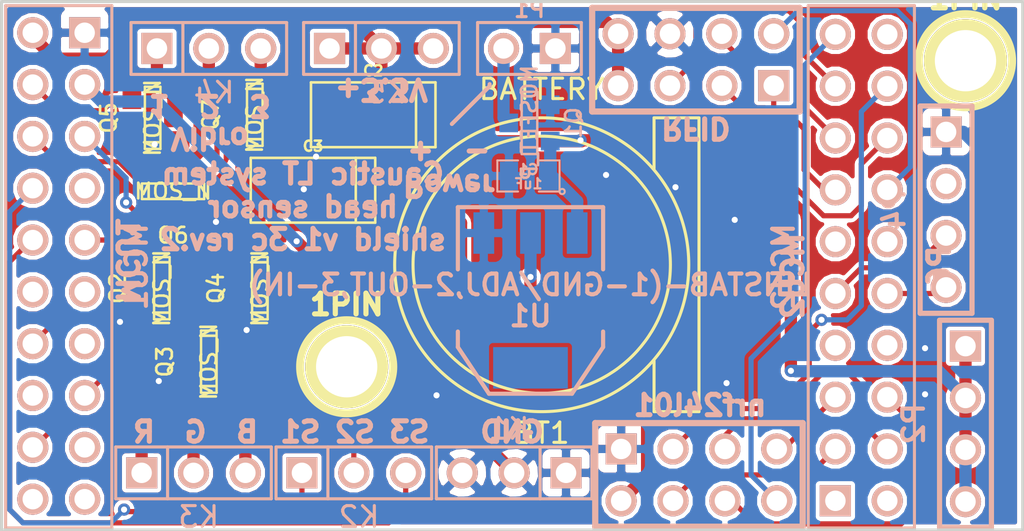
<source format=kicad_pcb>
(kicad_pcb (version 3) (host pcbnew "(2013-may-18)-stable")

  (general
    (links 64)
    (no_connects 0)
    (area 60.855 44.3304 113.2496 73.9196)
    (thickness 1.6)
    (drawings 17)
    (tracks 290)
    (zones 0)
    (modules 26)
    (nets 36)
  )

  (page A3)
  (layers
    (15 F.Cu signal hide)
    (0 B.Cu signal hide)
    (16 B.Adhes user)
    (17 F.Adhes user)
    (18 B.Paste user)
    (19 F.Paste user)
    (20 B.SilkS user)
    (21 F.SilkS user hide)
    (22 B.Mask user)
    (23 F.Mask user)
    (24 Dwgs.User user)
    (25 Cmts.User user)
    (26 Eco1.User user)
    (27 Eco2.User user)
    (28 Edge.Cuts user)
  )

  (setup
    (last_trace_width 0.6)
    (trace_clearance 0.2)
    (zone_clearance 0.2)
    (zone_45_only no)
    (trace_min 0.254)
    (segment_width 0.2)
    (edge_width 0.15)
    (via_size 0.6)
    (via_drill 0.3)
    (via_min_size 0.6)
    (via_min_drill 0.3)
    (uvia_size 0.508)
    (uvia_drill 0.127)
    (uvias_allowed no)
    (uvia_min_size 0.508)
    (uvia_min_drill 0.127)
    (pcb_text_width 0.3)
    (pcb_text_size 1 1)
    (mod_edge_width 0.15)
    (mod_text_size 1 1)
    (mod_text_width 0.15)
    (pad_size 1 1)
    (pad_drill 0.6)
    (pad_to_mask_clearance 0)
    (aux_axis_origin 0 0)
    (visible_elements FFFFFFBF)
    (pcbplotparams
      (layerselection 282099713)
      (usegerberextensions true)
      (excludeedgelayer true)
      (linewidth 0.150000)
      (plotframeref false)
      (viasonmask false)
      (mode 1)
      (useauxorigin false)
      (hpglpennumber 1)
      (hpglpenspeed 20)
      (hpglpendiameter 15)
      (hpglpenoverlay 2)
      (psnegative false)
      (psa4output false)
      (plotreference false)
      (plotvalue false)
      (plotothertext false)
      (plotinvisibletext false)
      (padsonsilk false)
      (subtractmaskfromsilk false)
      (outputformat 1)
      (mirror false)
      (drillshape 0)
      (scaleselection 1)
      (outputdirectory plot/))
  )

  (net 0 "")
  (net 1 +3.3V)
  (net 2 +BATT)
  (net 3 GND)
  (net 4 N-000001)
  (net 5 N-0000011)
  (net 6 N-0000012)
  (net 7 N-0000013)
  (net 8 N-0000014)
  (net 9 N-0000015)
  (net 10 N-0000017)
  (net 11 N-0000019)
  (net 12 N-000002)
  (net 13 N-0000020)
  (net 14 N-0000021)
  (net 15 N-0000022)
  (net 16 N-0000023)
  (net 17 N-0000024)
  (net 18 N-0000025)
  (net 19 N-0000026)
  (net 20 N-0000027)
  (net 21 N-000003)
  (net 22 N-0000037)
  (net 23 N-0000038)
  (net 24 N-000004)
  (net 25 N-0000043)
  (net 26 N-0000044)
  (net 27 N-0000045)
  (net 28 N-0000046)
  (net 29 N-0000047)
  (net 30 N-0000048)
  (net 31 N-000005)
  (net 32 N-000006)
  (net 33 N-000008)
  (net 34 N-000009)
  (net 35 VCC)

  (net_class Default "This is the default net class."
    (clearance 0.2)
    (trace_width 0.6)
    (via_dia 0.6)
    (via_drill 0.3)
    (uvia_dia 0.508)
    (uvia_drill 0.127)
    (add_net "")
    (add_net +3.3V)
    (add_net +BATT)
    (add_net GND)
    (add_net N-000001)
    (add_net N-0000011)
    (add_net N-0000012)
    (add_net N-0000013)
    (add_net N-0000014)
    (add_net N-0000015)
    (add_net N-0000017)
    (add_net N-0000019)
    (add_net N-000002)
    (add_net N-0000020)
    (add_net N-0000021)
    (add_net N-0000022)
    (add_net N-0000023)
    (add_net N-0000024)
    (add_net N-0000025)
    (add_net N-0000026)
    (add_net N-0000027)
    (add_net N-000003)
    (add_net N-0000037)
    (add_net N-0000038)
    (add_net N-000004)
    (add_net N-0000043)
    (add_net N-0000044)
    (add_net N-0000045)
    (add_net N-0000046)
    (add_net N-0000047)
    (add_net N-0000048)
    (add_net N-000005)
    (add_net N-000006)
    (add_net N-000008)
    (add_net N-000009)
    (add_net VCC)
  )

  (module SOT23GDS (layer B.Cu) (tedit 50911E03) (tstamp 5573436C)
    (at 88.55 52.05 90)
    (descr "Module CMS SOT23 Transistore EBC")
    (tags "CMS SOT")
    (path /556DBCCA)
    (attr smd)
    (fp_text reference Q1 (at 0 2.159 90) (layer B.SilkS)
      (effects (font (size 0.762 0.762) (thickness 0.12954)) (justify mirror))
    )
    (fp_text value MOSFET_P (at 0 0 90) (layer B.SilkS)
      (effects (font (size 0.762 0.762) (thickness 0.12954)) (justify mirror))
    )
    (fp_line (start -1.524 0.381) (end 1.524 0.381) (layer B.SilkS) (width 0.11938))
    (fp_line (start 1.524 0.381) (end 1.524 -0.381) (layer B.SilkS) (width 0.11938))
    (fp_line (start 1.524 -0.381) (end -1.524 -0.381) (layer B.SilkS) (width 0.11938))
    (fp_line (start -1.524 -0.381) (end -1.524 0.381) (layer B.SilkS) (width 0.11938))
    (pad S smd rect (at -0.889 1.016 90) (size 0.9144 0.9144)
      (layers B.Cu B.Paste B.Mask)
      (net 35 VCC)
    )
    (pad G smd rect (at 0.889 1.016 90) (size 0.9144 0.9144)
      (layers B.Cu B.Paste B.Mask)
      (net 3 GND)
    )
    (pad D smd rect (at 0 -1.016 90) (size 0.9144 0.9144)
      (layers B.Cu B.Paste B.Mask)
      (net 10 N-0000017)
    )
    (model smd/cms_sot23.wrl
      (at (xyz 0 0 0))
      (scale (xyz 0.13 0.15 0.15))
      (rotate (xyz 0 0 0))
    )
  )

  (module SOT23GDS (layer F.Cu) (tedit 50911E03) (tstamp 55734377)
    (at 75.35 60.15 90)
    (descr "Module CMS SOT23 Transistore EBC")
    (tags "CMS SOT")
    (path /556DB488)
    (attr smd)
    (fp_text reference Q4 (at 0 -2.159 90) (layer F.SilkS)
      (effects (font (size 0.762 0.762) (thickness 0.12954)))
    )
    (fp_text value MOS_N (at 0 0 90) (layer F.SilkS)
      (effects (font (size 0.762 0.762) (thickness 0.12954)))
    )
    (fp_line (start -1.524 -0.381) (end 1.524 -0.381) (layer F.SilkS) (width 0.11938))
    (fp_line (start 1.524 -0.381) (end 1.524 0.381) (layer F.SilkS) (width 0.11938))
    (fp_line (start 1.524 0.381) (end -1.524 0.381) (layer F.SilkS) (width 0.11938))
    (fp_line (start -1.524 0.381) (end -1.524 -0.381) (layer F.SilkS) (width 0.11938))
    (pad S smd rect (at -0.889 -1.016 90) (size 0.9144 0.9144)
      (layers F.Cu F.Paste F.Mask)
      (net 3 GND)
    )
    (pad G smd rect (at 0.889 -1.016 90) (size 0.9144 0.9144)
      (layers F.Cu F.Paste F.Mask)
      (net 33 N-000008)
    )
    (pad D smd rect (at 0 1.016 90) (size 0.9144 0.9144)
      (layers F.Cu F.Paste F.Mask)
      (net 14 N-0000021)
    )
    (model smd/cms_sot23.wrl
      (at (xyz 0 0 0))
      (scale (xyz 0.13 0.15 0.15))
      (rotate (xyz 0 0 0))
    )
  )

  (module SOT23GDS (layer F.Cu) (tedit 50911E03) (tstamp 55734382)
    (at 72.85 63.75 90)
    (descr "Module CMS SOT23 Transistore EBC")
    (tags "CMS SOT")
    (path /556DB479)
    (attr smd)
    (fp_text reference Q3 (at 0 -2.159 90) (layer F.SilkS)
      (effects (font (size 0.762 0.762) (thickness 0.12954)))
    )
    (fp_text value MOS_N (at 0 0 90) (layer F.SilkS)
      (effects (font (size 0.762 0.762) (thickness 0.12954)))
    )
    (fp_line (start -1.524 -0.381) (end 1.524 -0.381) (layer F.SilkS) (width 0.11938))
    (fp_line (start 1.524 -0.381) (end 1.524 0.381) (layer F.SilkS) (width 0.11938))
    (fp_line (start 1.524 0.381) (end -1.524 0.381) (layer F.SilkS) (width 0.11938))
    (fp_line (start -1.524 0.381) (end -1.524 -0.381) (layer F.SilkS) (width 0.11938))
    (pad S smd rect (at -0.889 -1.016 90) (size 0.9144 0.9144)
      (layers F.Cu F.Paste F.Mask)
      (net 3 GND)
    )
    (pad G smd rect (at 0.889 -1.016 90) (size 0.9144 0.9144)
      (layers F.Cu F.Paste F.Mask)
      (net 34 N-000009)
    )
    (pad D smd rect (at 0 1.016 90) (size 0.9144 0.9144)
      (layers F.Cu F.Paste F.Mask)
      (net 13 N-0000020)
    )
    (model smd/cms_sot23.wrl
      (at (xyz 0 0 0))
      (scale (xyz 0.13 0.15 0.15))
      (rotate (xyz 0 0 0))
    )
  )

  (module SOT23GDS (layer F.Cu) (tedit 50911E03) (tstamp 5573438D)
    (at 70.1 51.8 90)
    (descr "Module CMS SOT23 Transistore EBC")
    (tags "CMS SOT")
    (path /556DB03C)
    (attr smd)
    (fp_text reference Q5 (at 0 -2.159 90) (layer F.SilkS)
      (effects (font (size 0.762 0.762) (thickness 0.12954)))
    )
    (fp_text value MOS_N (at 0 0 90) (layer F.SilkS)
      (effects (font (size 0.762 0.762) (thickness 0.12954)))
    )
    (fp_line (start -1.524 -0.381) (end 1.524 -0.381) (layer F.SilkS) (width 0.11938))
    (fp_line (start 1.524 -0.381) (end 1.524 0.381) (layer F.SilkS) (width 0.11938))
    (fp_line (start 1.524 0.381) (end -1.524 0.381) (layer F.SilkS) (width 0.11938))
    (fp_line (start -1.524 0.381) (end -1.524 -0.381) (layer F.SilkS) (width 0.11938))
    (pad S smd rect (at -0.889 -1.016 90) (size 0.9144 0.9144)
      (layers F.Cu F.Paste F.Mask)
      (net 3 GND)
    )
    (pad G smd rect (at 0.889 -1.016 90) (size 0.9144 0.9144)
      (layers F.Cu F.Paste F.Mask)
      (net 32 N-000006)
    )
    (pad D smd rect (at 0 1.016 90) (size 0.9144 0.9144)
      (layers F.Cu F.Paste F.Mask)
      (net 24 N-000004)
    )
    (model smd/cms_sot23.wrl
      (at (xyz 0 0 0))
      (scale (xyz 0.13 0.15 0.15))
      (rotate (xyz 0 0 0))
    )
  )

  (module SOT23GDS (layer F.Cu) (tedit 50911E03) (tstamp 55734398)
    (at 71.1 55.4 180)
    (descr "Module CMS SOT23 Transistore EBC")
    (tags "CMS SOT")
    (path /556DB04B)
    (attr smd)
    (fp_text reference Q6 (at 0 -2.159 180) (layer F.SilkS)
      (effects (font (size 0.762 0.762) (thickness 0.12954)))
    )
    (fp_text value MOS_N (at 0 0 180) (layer F.SilkS)
      (effects (font (size 0.762 0.762) (thickness 0.12954)))
    )
    (fp_line (start -1.524 -0.381) (end 1.524 -0.381) (layer F.SilkS) (width 0.11938))
    (fp_line (start 1.524 -0.381) (end 1.524 0.381) (layer F.SilkS) (width 0.11938))
    (fp_line (start 1.524 0.381) (end -1.524 0.381) (layer F.SilkS) (width 0.11938))
    (fp_line (start -1.524 0.381) (end -1.524 -0.381) (layer F.SilkS) (width 0.11938))
    (pad S smd rect (at -0.889 -1.016 180) (size 0.9144 0.9144)
      (layers F.Cu F.Paste F.Mask)
      (net 3 GND)
    )
    (pad G smd rect (at 0.889 -1.016 180) (size 0.9144 0.9144)
      (layers F.Cu F.Paste F.Mask)
      (net 31 N-000005)
    )
    (pad D smd rect (at 0 1.016 180) (size 0.9144 0.9144)
      (layers F.Cu F.Paste F.Mask)
      (net 12 N-000002)
    )
    (model smd/cms_sot23.wrl
      (at (xyz 0 0 0))
      (scale (xyz 0.13 0.15 0.15))
      (rotate (xyz 0 0 0))
    )
  )

  (module SOT23GDS (layer F.Cu) (tedit 50911E03) (tstamp 557343A3)
    (at 75.1 51.65 90)
    (descr "Module CMS SOT23 Transistore EBC")
    (tags "CMS SOT")
    (path /556DB05A)
    (attr smd)
    (fp_text reference Q7 (at 0 -2.159 90) (layer F.SilkS)
      (effects (font (size 0.762 0.762) (thickness 0.12954)))
    )
    (fp_text value MOS_N (at 0 0 90) (layer F.SilkS)
      (effects (font (size 0.762 0.762) (thickness 0.12954)))
    )
    (fp_line (start -1.524 -0.381) (end 1.524 -0.381) (layer F.SilkS) (width 0.11938))
    (fp_line (start 1.524 -0.381) (end 1.524 0.381) (layer F.SilkS) (width 0.11938))
    (fp_line (start 1.524 0.381) (end -1.524 0.381) (layer F.SilkS) (width 0.11938))
    (fp_line (start -1.524 0.381) (end -1.524 -0.381) (layer F.SilkS) (width 0.11938))
    (pad S smd rect (at -0.889 -1.016 90) (size 0.9144 0.9144)
      (layers F.Cu F.Paste F.Mask)
      (net 3 GND)
    )
    (pad G smd rect (at 0.889 -1.016 90) (size 0.9144 0.9144)
      (layers F.Cu F.Paste F.Mask)
      (net 4 N-000001)
    )
    (pad D smd rect (at 0 1.016 90) (size 0.9144 0.9144)
      (layers F.Cu F.Paste F.Mask)
      (net 21 N-000003)
    )
    (model smd/cms_sot23.wrl
      (at (xyz 0 0 0))
      (scale (xyz 0.13 0.15 0.15))
      (rotate (xyz 0 0 0))
    )
  )

  (module SOT23GDS (layer F.Cu) (tedit 50911E03) (tstamp 557343AE)
    (at 70.55 60.15 90)
    (descr "Module CMS SOT23 Transistore EBC")
    (tags "CMS SOT")
    (path /556DB460)
    (attr smd)
    (fp_text reference Q2 (at 0 -2.159 90) (layer F.SilkS)
      (effects (font (size 0.762 0.762) (thickness 0.12954)))
    )
    (fp_text value MOS_N (at 0 0 90) (layer F.SilkS)
      (effects (font (size 0.762 0.762) (thickness 0.12954)))
    )
    (fp_line (start -1.524 -0.381) (end 1.524 -0.381) (layer F.SilkS) (width 0.11938))
    (fp_line (start 1.524 -0.381) (end 1.524 0.381) (layer F.SilkS) (width 0.11938))
    (fp_line (start 1.524 0.381) (end -1.524 0.381) (layer F.SilkS) (width 0.11938))
    (fp_line (start -1.524 0.381) (end -1.524 -0.381) (layer F.SilkS) (width 0.11938))
    (pad S smd rect (at -0.889 -1.016 90) (size 0.9144 0.9144)
      (layers F.Cu F.Paste F.Mask)
      (net 3 GND)
    )
    (pad G smd rect (at 0.889 -1.016 90) (size 0.9144 0.9144)
      (layers F.Cu F.Paste F.Mask)
      (net 11 N-0000019)
    )
    (pad D smd rect (at 0 1.016 90) (size 0.9144 0.9144)
      (layers F.Cu F.Paste F.Mask)
      (net 15 N-0000022)
    )
    (model smd/cms_sot23.wrl
      (at (xyz 0 0 0))
      (scale (xyz 0.13 0.15 0.15))
      (rotate (xyz 0 0 0))
    )
  )

  (module SOT223 (layer B.Cu) (tedit 200000) (tstamp 557343BE)
    (at 88.6 60.75)
    (descr "module CMS SOT223 4 pins")
    (tags "CMS SOT")
    (path /556DA75C)
    (attr smd)
    (fp_text reference U1 (at 0 0.762) (layer B.SilkS)
      (effects (font (size 1.016 1.016) (thickness 0.2032)) (justify mirror))
    )
    (fp_text value "LINSTAB-(1-GND/ADJ,2-OUT,3-IN)" (at 0 -0.762) (layer B.SilkS)
      (effects (font (size 1.016 1.016) (thickness 0.2032)) (justify mirror))
    )
    (fp_line (start -3.556 -1.524) (end -3.556 -4.572) (layer B.SilkS) (width 0.2032))
    (fp_line (start -3.556 -4.572) (end 3.556 -4.572) (layer B.SilkS) (width 0.2032))
    (fp_line (start 3.556 -4.572) (end 3.556 -1.524) (layer B.SilkS) (width 0.2032))
    (fp_line (start -3.556 1.524) (end -3.556 2.286) (layer B.SilkS) (width 0.2032))
    (fp_line (start -3.556 2.286) (end -2.032 4.572) (layer B.SilkS) (width 0.2032))
    (fp_line (start -2.032 4.572) (end 2.032 4.572) (layer B.SilkS) (width 0.2032))
    (fp_line (start 2.032 4.572) (end 3.556 2.286) (layer B.SilkS) (width 0.2032))
    (fp_line (start 3.556 2.286) (end 3.556 1.524) (layer B.SilkS) (width 0.2032))
    (pad 4 smd rect (at 0 3.302) (size 3.6576 2.032)
      (layers B.Cu B.Paste B.Mask)
    )
    (pad 2 smd rect (at 0 -3.302) (size 1.016 2.032)
      (layers B.Cu B.Paste B.Mask)
      (net 1 +3.3V)
    )
    (pad 3 smd rect (at 2.286 -3.302) (size 1.016 2.032)
      (layers B.Cu B.Paste B.Mask)
      (net 35 VCC)
    )
    (pad 1 smd rect (at -2.286 -3.302) (size 1.016 2.032)
      (layers B.Cu B.Paste B.Mask)
      (net 3 GND)
    )
    (model smd/SOT223.wrl
      (at (xyz 0 0 0))
      (scale (xyz 0.4 0.4 0.4))
      (rotate (xyz 0 0 0))
    )
  )

  (module SM0805 (layer B.Cu) (tedit 5091495C) (tstamp 557343CB)
    (at 88.5 54.65 180)
    (path /556DA789)
    (attr smd)
    (fp_text reference C1 (at 0 0.3175 180) (layer B.SilkS)
      (effects (font (size 0.50038 0.50038) (thickness 0.10922)) (justify mirror))
    )
    (fp_text value 1uF (at 0 -0.381 180) (layer B.SilkS)
      (effects (font (size 0.50038 0.50038) (thickness 0.10922)) (justify mirror))
    )
    (fp_circle (center -1.651 -0.762) (end -1.651 -0.635) (layer B.SilkS) (width 0.09906))
    (fp_line (start -0.508 -0.762) (end -1.524 -0.762) (layer B.SilkS) (width 0.09906))
    (fp_line (start -1.524 -0.762) (end -1.524 0.762) (layer B.SilkS) (width 0.09906))
    (fp_line (start -1.524 0.762) (end -0.508 0.762) (layer B.SilkS) (width 0.09906))
    (fp_line (start 0.508 0.762) (end 1.524 0.762) (layer B.SilkS) (width 0.09906))
    (fp_line (start 1.524 0.762) (end 1.524 -0.762) (layer B.SilkS) (width 0.09906))
    (fp_line (start 1.524 -0.762) (end 0.508 -0.762) (layer B.SilkS) (width 0.09906))
    (pad 1 smd rect (at -0.9525 0 180) (size 0.889 1.397)
      (layers B.Cu B.Paste B.Mask)
      (net 35 VCC)
    )
    (pad 2 smd rect (at 0.9525 0 180) (size 0.889 1.397)
      (layers B.Cu B.Paste B.Mask)
      (net 3 GND)
    )
    (model smd/chip_cms.wrl
      (at (xyz 0 0 0))
      (scale (xyz 0.1 0.1 0.1))
      (rotate (xyz 0 0 0))
    )
  )

  (module pin_array_4x2 (layer B.Cu) (tedit 3FAB90E6) (tstamp 557343DB)
    (at 96.7 48.95 180)
    (descr "Double rangee de contacts 2 x 4 pins")
    (tags CONN)
    (path /556DA581)
    (fp_text reference P7 (at 0 3.81 180) (layer B.SilkS)
      (effects (font (size 1.016 1.016) (thickness 0.2032)) (justify mirror))
    )
    (fp_text value RFID-RC522-MODULE (at 0 -3.81 180) (layer B.SilkS) hide
      (effects (font (size 1.016 1.016) (thickness 0.2032)) (justify mirror))
    )
    (fp_line (start -5.08 2.54) (end 5.08 2.54) (layer B.SilkS) (width 0.3048))
    (fp_line (start 5.08 2.54) (end 5.08 -2.54) (layer B.SilkS) (width 0.3048))
    (fp_line (start 5.08 -2.54) (end -5.08 -2.54) (layer B.SilkS) (width 0.3048))
    (fp_line (start -5.08 -2.54) (end -5.08 2.54) (layer B.SilkS) (width 0.3048))
    (pad 1 thru_hole rect (at -3.81 -1.27 180) (size 1.524 1.524) (drill 1)
      (layers *.Cu *.Mask B.SilkS)
      (net 17 N-0000024)
    )
    (pad 2 thru_hole circle (at -3.81 1.27 180) (size 1.524 1.524) (drill 1)
      (layers *.Cu *.Mask B.SilkS)
      (net 18 N-0000025)
    )
    (pad 3 thru_hole circle (at -1.27 -1.27 180) (size 1.524 1.524) (drill 1)
      (layers *.Cu *.Mask B.SilkS)
      (net 19 N-0000026)
    )
    (pad 4 thru_hole circle (at -1.27 1.27 180) (size 1.524 1.524) (drill 1)
      (layers *.Cu *.Mask B.SilkS)
      (net 20 N-0000027)
    )
    (pad 5 thru_hole circle (at 1.27 -1.27 180) (size 1.524 1.524) (drill 1)
      (layers *.Cu *.Mask B.SilkS)
      (net 16 N-0000023)
    )
    (pad 6 thru_hole circle (at 1.27 1.27 180) (size 1.524 1.524) (drill 1)
      (layers *.Cu *.Mask B.SilkS)
      (net 3 GND)
    )
    (pad 7 thru_hole circle (at 3.81 -1.27 180) (size 1.524 1.524) (drill 1)
      (layers *.Cu *.Mask B.SilkS)
      (net 1 +3.3V)
    )
    (pad 8 thru_hole circle (at 3.81 1.27 180) (size 1.524 1.524) (drill 1)
      (layers *.Cu *.Mask B.SilkS)
      (net 1 +3.3V)
    )
    (model pin_array/pins_array_4x2.wrl
      (at (xyz 0 0 0))
      (scale (xyz 1 1 1))
      (rotate (xyz 0 0 0))
    )
  )

  (module pin_array_4x2 (layer B.Cu) (tedit 3FAB90E6) (tstamp 557343EB)
    (at 96.85 69.3)
    (descr "Double rangee de contacts 2 x 4 pins")
    (tags CONN)
    (path /556DA61D)
    (fp_text reference P8 (at 0 3.81) (layer B.SilkS)
      (effects (font (size 1.016 1.016) (thickness 0.2032)) (justify mirror))
    )
    (fp_text value NRF24L01 (at 0 -3.81) (layer B.SilkS) hide
      (effects (font (size 1.016 1.016) (thickness 0.2032)) (justify mirror))
    )
    (fp_line (start -5.08 2.54) (end 5.08 2.54) (layer B.SilkS) (width 0.3048))
    (fp_line (start 5.08 2.54) (end 5.08 -2.54) (layer B.SilkS) (width 0.3048))
    (fp_line (start 5.08 -2.54) (end -5.08 -2.54) (layer B.SilkS) (width 0.3048))
    (fp_line (start -5.08 -2.54) (end -5.08 2.54) (layer B.SilkS) (width 0.3048))
    (pad 1 thru_hole rect (at -3.81 -1.27) (size 1.524 1.524) (drill 1)
      (layers *.Cu *.Mask B.SilkS)
      (net 3 GND)
    )
    (pad 2 thru_hole circle (at -3.81 1.27) (size 1.524 1.524) (drill 1)
      (layers *.Cu *.Mask B.SilkS)
      (net 1 +3.3V)
    )
    (pad 3 thru_hole circle (at -1.27 -1.27) (size 1.524 1.524) (drill 1)
      (layers *.Cu *.Mask B.SilkS)
      (net 23 N-0000038)
    )
    (pad 4 thru_hole circle (at -1.27 1.27) (size 1.524 1.524) (drill 1)
      (layers *.Cu *.Mask B.SilkS)
      (net 28 N-0000046)
    )
    (pad 5 thru_hole circle (at 1.27 -1.27) (size 1.524 1.524) (drill 1)
      (layers *.Cu *.Mask B.SilkS)
      (net 27 N-0000045)
    )
    (pad 6 thru_hole circle (at 1.27 1.27) (size 1.524 1.524) (drill 1)
      (layers *.Cu *.Mask B.SilkS)
      (net 25 N-0000043)
    )
    (pad 7 thru_hole circle (at 3.81 -1.27) (size 1.524 1.524) (drill 1)
      (layers *.Cu *.Mask B.SilkS)
      (net 26 N-0000044)
    )
    (pad 8 thru_hole circle (at 3.81 1.27) (size 1.524 1.524) (drill 1)
      (layers *.Cu *.Mask B.SilkS)
      (net 22 N-0000037)
    )
    (model pin_array/pins_array_4x2.wrl
      (at (xyz 0 0 0))
      (scale (xyz 1 1 1))
      (rotate (xyz 0 0 0))
    )
  )

  (module PIN_ARRAY_4x1 (layer B.Cu) (tedit 4C10F42E) (tstamp 557343F7)
    (at 109.9 66.8 270)
    (descr "Double rangee de contacts 2 x 5 pins")
    (tags CONN)
    (path /556DB8F3)
    (fp_text reference P2 (at 0 2.54 270) (layer B.SilkS)
      (effects (font (size 1.016 1.016) (thickness 0.2032)) (justify mirror))
    )
    (fp_text value VCC (at 0 -2.54 270) (layer B.SilkS) hide
      (effects (font (size 1.016 1.016) (thickness 0.2032)) (justify mirror))
    )
    (fp_line (start 5.08 -1.27) (end -5.08 -1.27) (layer B.SilkS) (width 0.254))
    (fp_line (start 5.08 1.27) (end -5.08 1.27) (layer B.SilkS) (width 0.254))
    (fp_line (start -5.08 1.27) (end -5.08 -1.27) (layer B.SilkS) (width 0.254))
    (fp_line (start 5.08 -1.27) (end 5.08 1.27) (layer B.SilkS) (width 0.254))
    (pad 1 thru_hole rect (at -3.81 0 270) (size 1.524 1.524) (drill 1)
      (layers *.Cu *.Mask B.SilkS)
      (net 35 VCC)
    )
    (pad 2 thru_hole circle (at -1.27 0 270) (size 1.524 1.524) (drill 1)
      (layers *.Cu *.Mask B.SilkS)
      (net 35 VCC)
    )
    (pad 3 thru_hole circle (at 1.27 0 270) (size 1.524 1.524) (drill 1)
      (layers *.Cu *.Mask B.SilkS)
      (net 35 VCC)
    )
    (pad 4 thru_hole circle (at 3.81 0 270) (size 1.524 1.524) (drill 1)
      (layers *.Cu *.Mask B.SilkS)
      (net 35 VCC)
    )
    (model pin_array\pins_array_4x1.wrl
      (at (xyz 0 0 0))
      (scale (xyz 1 1 1))
      (rotate (xyz 0 0 0))
    )
  )

  (module PIN_ARRAY_4x1 (layer B.Cu) (tedit 4C10F42E) (tstamp 55734403)
    (at 108.95 56.3 270)
    (descr "Double rangee de contacts 2 x 5 pins")
    (tags CONN)
    (path /556DABA6)
    (fp_text reference P4 (at 0 2.54 270) (layer B.SilkS)
      (effects (font (size 1.016 1.016) (thickness 0.2032)) (justify mirror))
    )
    (fp_text value USART1 (at 0 -2.54 270) (layer B.SilkS) hide
      (effects (font (size 1.016 1.016) (thickness 0.2032)) (justify mirror))
    )
    (fp_line (start 5.08 -1.27) (end -5.08 -1.27) (layer B.SilkS) (width 0.254))
    (fp_line (start 5.08 1.27) (end -5.08 1.27) (layer B.SilkS) (width 0.254))
    (fp_line (start -5.08 1.27) (end -5.08 -1.27) (layer B.SilkS) (width 0.254))
    (fp_line (start 5.08 -1.27) (end 5.08 1.27) (layer B.SilkS) (width 0.254))
    (pad 1 thru_hole rect (at -3.81 0 270) (size 1.524 1.524) (drill 1)
      (layers *.Cu *.Mask B.SilkS)
      (net 3 GND)
    )
    (pad 2 thru_hole circle (at -1.27 0 270) (size 1.524 1.524) (drill 1)
      (layers *.Cu *.Mask B.SilkS)
    )
    (pad 3 thru_hole circle (at 1.27 0 270) (size 1.524 1.524) (drill 1)
      (layers *.Cu *.Mask B.SilkS)
      (net 29 N-0000047)
    )
    (pad 4 thru_hole circle (at 3.81 0 270) (size 1.524 1.524) (drill 1)
      (layers *.Cu *.Mask B.SilkS)
      (net 30 N-0000048)
    )
    (model pin_array\pins_array_4x1.wrl
      (at (xyz 0 0 0))
      (scale (xyz 1 1 1))
      (rotate (xyz 0 0 0))
    )
  )

  (module PIN_ARRAY_3X1 (layer B.Cu) (tedit 4C1130E0) (tstamp 5573440F)
    (at 81.3 48.4)
    (descr "Connecteur 3 pins")
    (tags "CONN DEV")
    (path /55733E90)
    (fp_text reference K5 (at 0.254 2.159) (layer B.SilkS)
      (effects (font (size 1.016 1.016) (thickness 0.1524)) (justify mirror))
    )
    (fp_text value "3.3 V" (at 0 2.159) (layer B.SilkS) hide
      (effects (font (size 1.016 1.016) (thickness 0.1524)) (justify mirror))
    )
    (fp_line (start -3.81 -1.27) (end -3.81 1.27) (layer B.SilkS) (width 0.1524))
    (fp_line (start -3.81 1.27) (end 3.81 1.27) (layer B.SilkS) (width 0.1524))
    (fp_line (start 3.81 1.27) (end 3.81 -1.27) (layer B.SilkS) (width 0.1524))
    (fp_line (start 3.81 -1.27) (end -3.81 -1.27) (layer B.SilkS) (width 0.1524))
    (fp_line (start -1.27 1.27) (end -1.27 -1.27) (layer B.SilkS) (width 0.1524))
    (pad 1 thru_hole rect (at -2.54 0) (size 1.524 1.524) (drill 1)
      (layers *.Cu *.Mask B.SilkS)
      (net 1 +3.3V)
    )
    (pad 2 thru_hole circle (at 0 0) (size 1.524 1.524) (drill 1)
      (layers *.Cu *.Mask B.SilkS)
      (net 1 +3.3V)
    )
    (pad 3 thru_hole circle (at 2.54 0) (size 1.524 1.524) (drill 1)
      (layers *.Cu *.Mask B.SilkS)
      (net 1 +3.3V)
    )
    (model pin_array/pins_array_3x1.wrl
      (at (xyz 0 0 0))
      (scale (xyz 1 1 1))
      (rotate (xyz 0 0 0))
    )
  )

  (module PIN_ARRAY_3X1 (layer B.Cu) (tedit 4C1130E0) (tstamp 5573441B)
    (at 87.8 69.2 180)
    (descr "Connecteur 3 pins")
    (tags "CONN DEV")
    (path /556DBB15)
    (fp_text reference K1 (at 0.254 2.159 180) (layer B.SilkS)
      (effects (font (size 1.016 1.016) (thickness 0.1524)) (justify mirror))
    )
    (fp_text value GND (at 0 2.159 180) (layer B.SilkS) hide
      (effects (font (size 1.016 1.016) (thickness 0.1524)) (justify mirror))
    )
    (fp_line (start -3.81 -1.27) (end -3.81 1.27) (layer B.SilkS) (width 0.1524))
    (fp_line (start -3.81 1.27) (end 3.81 1.27) (layer B.SilkS) (width 0.1524))
    (fp_line (start 3.81 1.27) (end 3.81 -1.27) (layer B.SilkS) (width 0.1524))
    (fp_line (start 3.81 -1.27) (end -3.81 -1.27) (layer B.SilkS) (width 0.1524))
    (fp_line (start -1.27 1.27) (end -1.27 -1.27) (layer B.SilkS) (width 0.1524))
    (pad 1 thru_hole rect (at -2.54 0 180) (size 1.524 1.524) (drill 1)
      (layers *.Cu *.Mask B.SilkS)
      (net 3 GND)
    )
    (pad 2 thru_hole circle (at 0 0 180) (size 1.524 1.524) (drill 1)
      (layers *.Cu *.Mask B.SilkS)
      (net 3 GND)
    )
    (pad 3 thru_hole circle (at 2.54 0 180) (size 1.524 1.524) (drill 1)
      (layers *.Cu *.Mask B.SilkS)
      (net 3 GND)
    )
    (model pin_array/pins_array_3x1.wrl
      (at (xyz 0 0 0))
      (scale (xyz 1 1 1))
      (rotate (xyz 0 0 0))
    )
  )

  (module PIN_ARRAY_3X1 (layer B.Cu) (tedit 4C1130E0) (tstamp 55734427)
    (at 72.1 69.2)
    (descr "Connecteur 3 pins")
    (tags "CONN DEV")
    (path /556DB60B)
    (fp_text reference K3 (at 0.254 2.159) (layer B.SilkS)
      (effects (font (size 1.016 1.016) (thickness 0.1524)) (justify mirror))
    )
    (fp_text value RGB_leds (at 0 2.159) (layer B.SilkS) hide
      (effects (font (size 1.016 1.016) (thickness 0.1524)) (justify mirror))
    )
    (fp_line (start -3.81 -1.27) (end -3.81 1.27) (layer B.SilkS) (width 0.1524))
    (fp_line (start -3.81 1.27) (end 3.81 1.27) (layer B.SilkS) (width 0.1524))
    (fp_line (start 3.81 1.27) (end 3.81 -1.27) (layer B.SilkS) (width 0.1524))
    (fp_line (start 3.81 -1.27) (end -3.81 -1.27) (layer B.SilkS) (width 0.1524))
    (fp_line (start -1.27 1.27) (end -1.27 -1.27) (layer B.SilkS) (width 0.1524))
    (pad 1 thru_hole rect (at -2.54 0) (size 1.524 1.524) (drill 1)
      (layers *.Cu *.Mask B.SilkS)
      (net 15 N-0000022)
    )
    (pad 2 thru_hole circle (at 0 0) (size 1.524 1.524) (drill 1)
      (layers *.Cu *.Mask B.SilkS)
      (net 13 N-0000020)
    )
    (pad 3 thru_hole circle (at 2.54 0) (size 1.524 1.524) (drill 1)
      (layers *.Cu *.Mask B.SilkS)
      (net 14 N-0000021)
    )
    (model pin_array/pins_array_3x1.wrl
      (at (xyz 0 0 0))
      (scale (xyz 1 1 1))
      (rotate (xyz 0 0 0))
    )
  )

  (module PIN_ARRAY_3X1 (layer B.Cu) (tedit 4C1130E0) (tstamp 55734433)
    (at 72.85 48.4)
    (descr "Connecteur 3 pins")
    (tags "CONN DEV")
    (path /556DB16B)
    (fp_text reference K4 (at 0.254 2.159) (layer B.SilkS)
      (effects (font (size 1.016 1.016) (thickness 0.1524)) (justify mirror))
    )
    (fp_text value Vibro (at 0 2.159) (layer B.SilkS) hide
      (effects (font (size 1.016 1.016) (thickness 0.1524)) (justify mirror))
    )
    (fp_line (start -3.81 -1.27) (end -3.81 1.27) (layer B.SilkS) (width 0.1524))
    (fp_line (start -3.81 1.27) (end 3.81 1.27) (layer B.SilkS) (width 0.1524))
    (fp_line (start 3.81 1.27) (end 3.81 -1.27) (layer B.SilkS) (width 0.1524))
    (fp_line (start 3.81 -1.27) (end -3.81 -1.27) (layer B.SilkS) (width 0.1524))
    (fp_line (start -1.27 1.27) (end -1.27 -1.27) (layer B.SilkS) (width 0.1524))
    (pad 1 thru_hole rect (at -2.54 0) (size 1.524 1.524) (drill 1)
      (layers *.Cu *.Mask B.SilkS)
      (net 24 N-000004)
    )
    (pad 2 thru_hole circle (at 0 0) (size 1.524 1.524) (drill 1)
      (layers *.Cu *.Mask B.SilkS)
      (net 12 N-000002)
    )
    (pad 3 thru_hole circle (at 2.54 0) (size 1.524 1.524) (drill 1)
      (layers *.Cu *.Mask B.SilkS)
      (net 21 N-000003)
    )
    (model pin_array/pins_array_3x1.wrl
      (at (xyz 0 0 0))
      (scale (xyz 1 1 1))
      (rotate (xyz 0 0 0))
    )
  )

  (module PIN_ARRAY_3X1 (layer B.Cu) (tedit 4C1130E0) (tstamp 5573443F)
    (at 79.95 69.2)
    (descr "Connecteur 3 pins")
    (tags "CONN DEV")
    (path /556DADF2)
    (fp_text reference K2 (at 0.254 2.159) (layer B.SilkS)
      (effects (font (size 1.016 1.016) (thickness 0.1524)) (justify mirror))
    )
    (fp_text value Sensors_in (at 0 2.159) (layer B.SilkS) hide
      (effects (font (size 1.016 1.016) (thickness 0.1524)) (justify mirror))
    )
    (fp_line (start -3.81 -1.27) (end -3.81 1.27) (layer B.SilkS) (width 0.1524))
    (fp_line (start -3.81 1.27) (end 3.81 1.27) (layer B.SilkS) (width 0.1524))
    (fp_line (start 3.81 1.27) (end 3.81 -1.27) (layer B.SilkS) (width 0.1524))
    (fp_line (start 3.81 -1.27) (end -3.81 -1.27) (layer B.SilkS) (width 0.1524))
    (fp_line (start -1.27 1.27) (end -1.27 -1.27) (layer B.SilkS) (width 0.1524))
    (pad 1 thru_hole rect (at -2.54 0) (size 1.524 1.524) (drill 1)
      (layers *.Cu *.Mask B.SilkS)
      (net 5 N-0000011)
    )
    (pad 2 thru_hole circle (at 0 0) (size 1.524 1.524) (drill 1)
      (layers *.Cu *.Mask B.SilkS)
      (net 7 N-0000013)
    )
    (pad 3 thru_hole circle (at 2.54 0) (size 1.524 1.524) (drill 1)
      (layers *.Cu *.Mask B.SilkS)
      (net 6 N-0000012)
    )
    (model pin_array/pins_array_3x1.wrl
      (at (xyz 0 0 0))
      (scale (xyz 1 1 1))
      (rotate (xyz 0 0 0))
    )
  )

  (module PIN_ARRAY_2X1 (layer B.Cu) (tedit 4565C520) (tstamp 55734449)
    (at 88.55 48.4 180)
    (descr "Connecteurs 2 pins")
    (tags "CONN DEV")
    (path /556DBCF7)
    (fp_text reference P1 (at 0 1.905 180) (layer B.SilkS)
      (effects (font (size 0.762 0.762) (thickness 0.1524)) (justify mirror))
    )
    (fp_text value Power_in (at 0 1.905 180) (layer B.SilkS) hide
      (effects (font (size 0.762 0.762) (thickness 0.1524)) (justify mirror))
    )
    (fp_line (start -2.54 -1.27) (end -2.54 1.27) (layer B.SilkS) (width 0.1524))
    (fp_line (start -2.54 1.27) (end 2.54 1.27) (layer B.SilkS) (width 0.1524))
    (fp_line (start 2.54 1.27) (end 2.54 -1.27) (layer B.SilkS) (width 0.1524))
    (fp_line (start 2.54 -1.27) (end -2.54 -1.27) (layer B.SilkS) (width 0.1524))
    (pad 1 thru_hole rect (at -1.27 0 180) (size 1.524 1.524) (drill 1)
      (layers *.Cu *.Mask B.SilkS)
      (net 3 GND)
    )
    (pad 2 thru_hole circle (at 1.27 0 180) (size 1.524 1.524) (drill 1)
      (layers *.Cu *.Mask B.SilkS)
      (net 10 N-0000017)
    )
    (model pin_array/pins_array_2x1.wrl
      (at (xyz 0 0 0))
      (scale (xyz 1 1 1))
      (rotate (xyz 0 0 0))
    )
  )

  (module pin_array_10x2 (layer B.Cu) (tedit 5564B49A) (tstamp 55734465)
    (at 104.8 59.1 90)
    (tags CONN)
    (path /556DA543)
    (fp_text reference P6 (at 0 3.81 90) (layer B.SilkS)
      (effects (font (size 1.016 1.016) (thickness 0.254)) (justify mirror))
    )
    (fp_text value MCU2 (at 0 -3.81 90) (layer B.SilkS)
      (effects (font (size 1.016 1.016) (thickness 0.2032)) (justify mirror))
    )
    (fp_line (start -12.8 2.6) (end 12.8 2.6) (layer B.SilkS) (width 0.15))
    (fp_line (start 12.8 2.6) (end 12.8 -2.6) (layer B.SilkS) (width 0.15))
    (fp_line (start 12.8 -2.6) (end -12.8 -2.6) (layer B.SilkS) (width 0.15))
    (fp_line (start -12.8 -2.6) (end -12.8 2.6) (layer B.SilkS) (width 0.15))
    (pad 1 thru_hole rect (at -11.47 -1.27 90) (size 1.524 1.524) (drill 1)
      (layers *.Cu *.Mask B.SilkS)
      (net 9 N-0000015)
    )
    (pad 2 thru_hole circle (at -11.47 1.27 90) (size 1.524 1.524) (drill 1)
      (layers *.Cu *.Mask B.SilkS)
      (net 8 N-0000014)
    )
    (pad 3 thru_hole circle (at -8.93 -1.27 90) (size 1.524 1.524) (drill 1)
      (layers *.Cu *.Mask B.SilkS)
      (net 28 N-0000046)
    )
    (pad 4 thru_hole circle (at -8.93 1.27 90) (size 1.524 1.524) (drill 1)
      (layers *.Cu *.Mask B.SilkS)
      (net 27 N-0000045)
    )
    (pad 5 thru_hole circle (at -6.39 -1.27 90) (size 1.524 1.524) (drill 1)
      (layers *.Cu *.Mask B.SilkS)
      (net 26 N-0000044)
    )
    (pad 6 thru_hole circle (at -6.39 1.27 90) (size 1.524 1.524) (drill 1)
      (layers *.Cu *.Mask B.SilkS)
      (net 25 N-0000043)
    )
    (pad 7 thru_hole circle (at -3.85 -1.27 90) (size 1.524 1.524) (drill 1)
      (layers *.Cu *.Mask B.SilkS)
    )
    (pad 8 thru_hole circle (at -3.85 1.27 90) (size 1.524 1.524) (drill 1)
      (layers *.Cu *.Mask B.SilkS)
    )
    (pad 9 thru_hole circle (at -1.31 -1.27 90) (size 1.524 1.524) (drill 1)
      (layers *.Cu *.Mask B.SilkS)
      (net 29 N-0000047)
    )
    (pad 10 thru_hole circle (at -1.31 1.27 90) (size 1.524 1.524) (drill 1)
      (layers *.Cu *.Mask B.SilkS)
      (net 30 N-0000048)
    )
    (pad 11 thru_hole circle (at 1.23 -1.27 90) (size 1.524 1.524) (drill 1)
      (layers *.Cu *.Mask B.SilkS)
    )
    (pad 12 thru_hole circle (at 1.23 1.27 90) (size 1.524 1.524) (drill 1)
      (layers *.Cu *.Mask B.SilkS)
    )
    (pad 13 thru_hole circle (at 3.77 -1.27 90) (size 1.524 1.524) (drill 1)
      (layers *.Cu *.Mask B.SilkS)
      (net 17 N-0000024)
    )
    (pad 14 thru_hole circle (at 3.77 1.27 90) (size 1.524 1.524) (drill 1)
      (layers *.Cu *.Mask B.SilkS)
      (net 18 N-0000025)
    )
    (pad 15 thru_hole circle (at 6.31 -1.27 90) (size 1.524 1.524) (drill 1)
      (layers *.Cu *.Mask B.SilkS)
      (net 20 N-0000027)
    )
    (pad 16 thru_hole circle (at 6.31 1.27 90) (size 1.524 1.524) (drill 1)
      (layers *.Cu *.Mask B.SilkS)
      (net 19 N-0000026)
    )
    (pad 17 thru_hole circle (at 8.85 -1.27 90) (size 1.524 1.524) (drill 1)
      (layers *.Cu *.Mask B.SilkS)
      (net 16 N-0000023)
    )
    (pad 18 thru_hole circle (at 8.85 1.27 90) (size 1.524 1.524) (drill 1)
      (layers *.Cu *.Mask B.SilkS)
      (net 23 N-0000038)
    )
    (pad 19 thru_hole circle (at 11.39 -1.27 90) (size 1.524 1.524) (drill 1)
      (layers *.Cu *.Mask B.SilkS)
      (net 22 N-0000037)
    )
    (pad 20 thru_hole circle (at 11.39 1.27 90) (size 1.524 1.524) (drill 1)
      (layers *.Cu *.Mask B.SilkS)
    )
  )

  (module pin_array_10x2 (layer B.Cu) (tedit 5564B49A) (tstamp 55734481)
    (at 65.5 59.1 270)
    (tags CONN)
    (path /556DA534)
    (fp_text reference P3 (at 0 3.81 270) (layer B.SilkS)
      (effects (font (size 1.016 1.016) (thickness 0.254)) (justify mirror))
    )
    (fp_text value MCU1 (at 0 -3.81 270) (layer B.SilkS)
      (effects (font (size 1.016 1.016) (thickness 0.2032)) (justify mirror))
    )
    (fp_line (start -12.8 2.6) (end 12.8 2.6) (layer B.SilkS) (width 0.15))
    (fp_line (start 12.8 2.6) (end 12.8 -2.6) (layer B.SilkS) (width 0.15))
    (fp_line (start 12.8 -2.6) (end -12.8 -2.6) (layer B.SilkS) (width 0.15))
    (fp_line (start -12.8 -2.6) (end -12.8 2.6) (layer B.SilkS) (width 0.15))
    (pad 1 thru_hole rect (at -11.47 -1.27 270) (size 1.524 1.524) (drill 1)
      (layers *.Cu *.Mask B.SilkS)
      (net 3 GND)
    )
    (pad 2 thru_hole circle (at -11.47 1.27 270) (size 1.524 1.524) (drill 1)
      (layers *.Cu *.Mask B.SilkS)
      (net 1 +3.3V)
    )
    (pad 3 thru_hole circle (at -8.93 -1.27 270) (size 1.524 1.524) (drill 1)
      (layers *.Cu *.Mask B.SilkS)
      (net 2 +BATT)
    )
    (pad 4 thru_hole circle (at -8.93 1.27 270) (size 1.524 1.524) (drill 1)
      (layers *.Cu *.Mask B.SilkS)
      (net 32 N-000006)
    )
    (pad 5 thru_hole circle (at -6.39 -1.27 270) (size 1.524 1.524) (drill 1)
      (layers *.Cu *.Mask B.SilkS)
      (net 31 N-000005)
    )
    (pad 6 thru_hole circle (at -6.39 1.27 270) (size 1.524 1.524) (drill 1)
      (layers *.Cu *.Mask B.SilkS)
      (net 4 N-000001)
    )
    (pad 7 thru_hole circle (at -3.85 -1.27 270) (size 1.524 1.524) (drill 1)
      (layers *.Cu *.Mask B.SilkS)
    )
    (pad 8 thru_hole circle (at -3.85 1.27 270) (size 1.524 1.524) (drill 1)
      (layers *.Cu *.Mask B.SilkS)
      (net 5 N-0000011)
    )
    (pad 9 thru_hole circle (at -1.31 -1.27 270) (size 1.524 1.524) (drill 1)
      (layers *.Cu *.Mask B.SilkS)
      (net 7 N-0000013)
    )
    (pad 10 thru_hole circle (at -1.31 1.27 270) (size 1.524 1.524) (drill 1)
      (layers *.Cu *.Mask B.SilkS)
      (net 6 N-0000012)
    )
    (pad 11 thru_hole circle (at 1.23 -1.27 270) (size 1.524 1.524) (drill 1)
      (layers *.Cu *.Mask B.SilkS)
    )
    (pad 12 thru_hole circle (at 1.23 1.27 270) (size 1.524 1.524) (drill 1)
      (layers *.Cu *.Mask B.SilkS)
    )
    (pad 13 thru_hole circle (at 3.77 -1.27 270) (size 1.524 1.524) (drill 1)
      (layers *.Cu *.Mask B.SilkS)
    )
    (pad 14 thru_hole circle (at 3.77 1.27 270) (size 1.524 1.524) (drill 1)
      (layers *.Cu *.Mask B.SilkS)
      (net 11 N-0000019)
    )
    (pad 15 thru_hole circle (at 6.31 -1.27 270) (size 1.524 1.524) (drill 1)
      (layers *.Cu *.Mask B.SilkS)
      (net 34 N-000009)
    )
    (pad 16 thru_hole circle (at 6.31 1.27 270) (size 1.524 1.524) (drill 1)
      (layers *.Cu *.Mask B.SilkS)
    )
    (pad 17 thru_hole circle (at 8.85 -1.27 270) (size 1.524 1.524) (drill 1)
      (layers *.Cu *.Mask B.SilkS)
    )
    (pad 18 thru_hole circle (at 8.85 1.27 270) (size 1.524 1.524) (drill 1)
      (layers *.Cu *.Mask B.SilkS)
      (net 33 N-000008)
    )
    (pad 19 thru_hole circle (at 11.39 -1.27 270) (size 1.524 1.524) (drill 1)
      (layers *.Cu *.Mask B.SilkS)
    )
    (pad 20 thru_hole circle (at 11.39 1.27 270) (size 1.524 1.524) (drill 1)
      (layers *.Cu *.Mask B.SilkS)
    )
  )

  (module c_tant_C (layer F.Cu) (tedit 4D5D91B9) (tstamp 557344AB)
    (at 80.9 51.65)
    (descr "SMT capacitor, tantalum size C")
    (path /556DA77A)
    (fp_text reference C2 (at 0 -2.159) (layer F.SilkS)
      (effects (font (size 0.50038 0.50038) (thickness 0.11938)))
    )
    (fp_text value 100uF (at 0 2.0955) (layer F.SilkS) hide
      (effects (font (size 0.50038 0.50038) (thickness 0.11938)))
    )
    (fp_line (start 2.0955 -1.5875) (end 2.0955 1.5875) (layer F.SilkS) (width 0.127))
    (fp_line (start -3.048 -1.5875) (end -3.048 1.5875) (layer F.SilkS) (width 0.127))
    (fp_line (start -3.048 1.5875) (end 3.048 1.5875) (layer F.SilkS) (width 0.127))
    (fp_line (start 3.048 1.5875) (end 3.048 -1.5875) (layer F.SilkS) (width 0.127))
    (fp_line (start 3.048 -1.5875) (end -3.048 -1.5875) (layer F.SilkS) (width 0.127))
    (pad 1 smd rect (at 2.52476 0) (size 2.55016 2.49936)
      (layers F.Cu F.Paste F.Mask)
      (net 35 VCC)
    )
    (pad 2 smd rect (at -2.52476 0) (size 2.55016 2.49936)
      (layers F.Cu F.Paste F.Mask)
      (net 3 GND)
    )
    (model smd/capacitors/c_tant_C.wrl
      (at (xyz 0 0 0))
      (scale (xyz 1 1 1))
      (rotate (xyz 0 0 0))
    )
  )

  (module c_tant_C (layer F.Cu) (tedit 4D5D91B9) (tstamp 557344B6)
    (at 77.95 55.35)
    (descr "SMT capacitor, tantalum size C")
    (path /556DA76B)
    (fp_text reference C3 (at 0 -2.159) (layer F.SilkS)
      (effects (font (size 0.50038 0.50038) (thickness 0.11938)))
    )
    (fp_text value 100uF (at 0 2.0955) (layer F.SilkS) hide
      (effects (font (size 0.50038 0.50038) (thickness 0.11938)))
    )
    (fp_line (start 2.0955 -1.5875) (end 2.0955 1.5875) (layer F.SilkS) (width 0.127))
    (fp_line (start -3.048 -1.5875) (end -3.048 1.5875) (layer F.SilkS) (width 0.127))
    (fp_line (start -3.048 1.5875) (end 3.048 1.5875) (layer F.SilkS) (width 0.127))
    (fp_line (start 3.048 1.5875) (end 3.048 -1.5875) (layer F.SilkS) (width 0.127))
    (fp_line (start 3.048 -1.5875) (end -3.048 -1.5875) (layer F.SilkS) (width 0.127))
    (pad 1 smd rect (at 2.52476 0) (size 2.55016 2.49936)
      (layers F.Cu F.Paste F.Mask)
      (net 1 +3.3V)
    )
    (pad 2 smd rect (at -2.52476 0) (size 2.55016 2.49936)
      (layers F.Cu F.Paste F.Mask)
      (net 3 GND)
    )
    (model smd/capacitors/c_tant_C.wrl
      (at (xyz 0 0 0))
      (scale (xyz 1 1 1))
      (rotate (xyz 0 0 0))
    )
  )

  (module CR1220-smd (layer F.Cu) (tedit 55734B6D) (tstamp 55736BC5)
    (at 89.15 59 180)
    (path /556DA9A3)
    (fp_text reference BT1 (at 0 -8.25 180) (layer F.SilkS)
      (effects (font (size 1 1) (thickness 0.15)))
    )
    (fp_text value BATTERY (at 0 8.6 180) (layer F.SilkS)
      (effects (font (size 1 1) (thickness 0.15)))
    )
    (fp_line (start -7.7 0) (end -7.7 7.2) (layer F.SilkS) (width 0.15))
    (fp_line (start -7.7 7.2) (end -5.5 7.2) (layer F.SilkS) (width 0.15))
    (fp_line (start -5.5 7.2) (end -5.5 4.7) (layer F.SilkS) (width 0.15))
    (fp_line (start -7.7 0) (end -7.7 -7.2) (layer F.SilkS) (width 0.15))
    (fp_line (start -7.7 -7.2) (end -6.4 -7.2) (layer F.SilkS) (width 0.15))
    (fp_line (start -6.4 -7.2) (end -5.5 -7.2) (layer F.SilkS) (width 0.15))
    (fp_line (start -5.5 -7.2) (end -5.5 -4.7) (layer F.SilkS) (width 0.15))
    (fp_circle (center 0 0) (end 7.2 -0.1) (layer F.SilkS) (width 0.15))
    (fp_circle (center 0 0) (end 6.3 -0.1) (layer F.SilkS) (width 0.15))
    (pad 2 smd rect (at -9.5 0 180) (size 4 3)
      (layers F.Cu F.Paste F.Mask)
      (net 3 GND)
    )
    (pad 1 smd rect (at 9 0 180) (size 4 3)
      (layers F.Cu F.Paste F.Mask)
      (net 2 +BATT)
    )
  )

  (module 1pin (layer F.Cu) (tedit 200000) (tstamp 557367A8)
    (at 109.9 49)
    (descr "module 1 pin (ou trou mecanique de percage)")
    (tags DEV)
    (path 1pin)
    (fp_text reference 1PIN (at 0 -3.048) (layer F.SilkS)
      (effects (font (size 1.016 1.016) (thickness 0.254)))
    )
    (fp_text value P*** (at 0 2.794) (layer F.SilkS) hide
      (effects (font (size 1.016 1.016) (thickness 0.254)))
    )
    (fp_circle (center 0 0) (end 0 -2.286) (layer F.SilkS) (width 0.381))
    (pad 1 thru_hole circle (at 0 0) (size 4.064 4.064) (drill 3)
      (layers *.Cu *.Mask F.SilkS)
    )
  )

  (module 1pin (layer F.Cu) (tedit 200000) (tstamp 557418E6)
    (at 79.6 64)
    (descr "module 1 pin (ou trou mecanique de percage)")
    (tags DEV)
    (path 1pin)
    (fp_text reference 1PIN (at 0 -3.048) (layer F.SilkS)
      (effects (font (size 1.016 1.016) (thickness 0.254)))
    )
    (fp_text value P*** (at 0 2.794) (layer F.SilkS) hide
      (effects (font (size 1.016 1.016) (thickness 0.254)))
    )
    (fp_circle (center 0 0) (end 0 -2.286) (layer F.SilkS) (width 0.381))
    (pad 1 thru_hole circle (at 0 0) (size 4.064 4.064) (drill 3)
      (layers *.Cu *.Mask F.SilkS)
    )
  )

  (gr_text "Caustic LT system\nhead sensor\nshield v1 3c rev.2" (at 77.45 56.16) (layer B.SilkS)
    (effects (font (size 1 1) (thickness 0.25)) (justify mirror))
  )
  (gr_line (start 86.6 50.25) (end 86.6 50.15) (angle 90) (layer B.SilkS) (width 0.2))
  (gr_line (start 84.75 52.1) (end 86.6 50.25) (angle 90) (layer B.SilkS) (width 0.2))
  (gr_text MCU2 (at 101.45 59.55 90) (layer B.SilkS)
    (effects (font (size 1 1) (thickness 0.25)) (justify mirror))
  )
  (gr_text MCU1 (at 68.85 58.75 270) (layer B.SilkS)
    (effects (font (size 1 1) (thickness 0.25)) (justify mirror))
  )
  (gr_text RFID (at 96.7 52.3 180) (layer B.SilkS)
    (effects (font (size 1 1) (thickness 0.25)) (justify mirror))
  )
  (gr_text nrf24l01 (at 96.9 65.9) (layer B.SilkS)
    (effects (font (size 1 1) (thickness 0.25)) (justify mirror))
  )
  (gr_text "Power\n+  -" (at 84.6 54.3 180) (layer B.SilkS)
    (effects (font (size 1 1) (thickness 0.25)) (justify mirror))
  )
  (gr_text +3.3V (at 81.3 50.4 180) (layer B.SilkS)
    (effects (font (size 1 1) (thickness 0.25)) (justify mirror))
  )
  (gr_text "Vibro\n1  2  3" (at 72.9 52 180) (layer B.SilkS)
    (effects (font (size 1 1) (thickness 0.25)) (justify mirror))
  )
  (gr_text "B  G  R" (at 72.2 67.2) (layer B.SilkS)
    (effects (font (size 1 1) (thickness 0.25)) (justify mirror))
  )
  (gr_text "S3 S2 S1" (at 80 67.2) (layer B.SilkS)
    (effects (font (size 1 1) (thickness 0.25)) (justify mirror))
  )
  (gr_text GND (at 87.7 67.2) (layer B.SilkS)
    (effects (font (size 1 1) (thickness 0.25)) (justify mirror))
  )
  (gr_line (start 62.7 72) (end 62.7 46.1) (angle 90) (layer Edge.Cuts) (width 0.15))
  (gr_line (start 112.7 72) (end 62.7 72) (angle 90) (layer Edge.Cuts) (width 0.15))
  (gr_line (start 112.7 46.1) (end 112.7 72) (angle 90) (layer Edge.Cuts) (width 0.15))
  (gr_line (start 62.7 46.1) (end 112.7 46.1) (angle 90) (layer Edge.Cuts) (width 0.15))

  (segment (start 80 47.1) (end 92.31 47.1) (width 0.6) (layer F.Cu) (net 1))
  (segment (start 92.31 47.1) (end 92.89 47.68) (width 0.6) (layer F.Cu) (net 1) (tstamp 55E21342))
  (segment (start 92.89 47.68) (end 92.89 50.22) (width 0.6) (layer F.Cu) (net 1) (tstamp 55E21345))
  (segment (start 93.14 62.24) (end 93.14 62.29) (width 0.6) (layer F.Cu) (net 1))
  (segment (start 91.85 60.95) (end 93.14 62.24) (width 0.6) (layer F.Cu) (net 1) (tstamp 557419BD))
  (segment (start 89.95 60.95) (end 91.85 60.95) (width 0.6) (layer F.Cu) (net 1) (tstamp 557419BC))
  (segment (start 88.6 60.95) (end 89.95 60.95) (width 0.6) (layer F.Cu) (net 1) (tstamp 557419D1))
  (segment (start 94.31 69.3) (end 93.04 70.57) (width 0.6) (layer F.Cu) (net 1) (tstamp 55E2131A))
  (segment (start 94.31 63.46) (end 94.31 69.3) (width 0.6) (layer F.Cu) (net 1) (tstamp 55E21309))
  (segment (start 93.14 62.29) (end 94.31 63.46) (width 0.6) (layer F.Cu) (net 1) (tstamp 55E21304))
  (segment (start 64.23 47.63) (end 64.23 47.83) (width 0.6) (layer F.Cu) (net 1))
  (segment (start 80 47.1) (end 81.3 48.4) (width 0.6) (layer F.Cu) (net 1) (tstamp 55741A31))
  (segment (start 68.9 47.1) (end 80 47.1) (width 0.6) (layer F.Cu) (net 1) (tstamp 55741A30))
  (segment (start 68.5 47.5) (end 68.9 47.1) (width 0.6) (layer F.Cu) (net 1) (tstamp 55741A2F))
  (segment (start 68.5 48.3) (end 68.5 47.5) (width 0.6) (layer F.Cu) (net 1) (tstamp 55741A2E))
  (segment (start 67.9 48.9) (end 68.5 48.3) (width 0.6) (layer F.Cu) (net 1) (tstamp 55741A2D))
  (segment (start 65.3 48.9) (end 67.9 48.9) (width 0.6) (layer F.Cu) (net 1) (tstamp 55741A2C))
  (segment (start 64.23 47.83) (end 65.3 48.9) (width 0.6) (layer F.Cu) (net 1) (tstamp 55741A2B))
  (segment (start 88.6 60.95) (end 88.6 59.6) (width 0.6) (layer F.Cu) (net 1))
  (via (at 88.6 59.6) (size 0.6) (layers F.Cu B.Cu) (net 1))
  (segment (start 88.6 59.6) (end 88.6 57.448) (width 0.6) (layer B.Cu) (net 1))
  (segment (start 80.47476 55.35) (end 83.6 55.35) (width 0.6) (layer F.Cu) (net 1))
  (segment (start 87.1 60.95) (end 88.6 60.95) (width 0.6) (layer F.Cu) (net 1) (tstamp 557419CC))
  (segment (start 85.2 59.05) (end 87.1 60.95) (width 0.6) (layer F.Cu) (net 1) (tstamp 557419CB))
  (segment (start 85.2 56.95) (end 85.2 59.05) (width 0.6) (layer F.Cu) (net 1) (tstamp 557419CA))
  (segment (start 83.6 55.35) (end 85.2 56.95) (width 0.6) (layer F.Cu) (net 1) (tstamp 557419C9))
  (segment (start 80.47476 55.35) (end 80.47476 53.72524) (width 0.6) (layer F.Cu) (net 1))
  (segment (start 81.3 52.9) (end 81.3 48.4) (width 0.6) (layer F.Cu) (net 1) (tstamp 557419AB))
  (segment (start 80.47476 53.72524) (end 81.3 52.9) (width 0.6) (layer F.Cu) (net 1) (tstamp 557419AA))
  (segment (start 81.3 48.4) (end 83.84 48.4) (width 0.6) (layer F.Cu) (net 1))
  (segment (start 78.76 48.4) (end 81.3 48.4) (width 0.6) (layer F.Cu) (net 1))
  (segment (start 80.15 59) (end 78.3 59) (width 0.6) (layer F.Cu) (net 2))
  (segment (start 67.6 51) (end 66.77 50.17) (width 0.6) (layer B.Cu) (net 2) (tstamp 557419F2))
  (segment (start 70.3 51) (end 67.6 51) (width 0.6) (layer B.Cu) (net 2) (tstamp 557419F1))
  (segment (start 77.15 57.85) (end 70.3 51) (width 0.6) (layer B.Cu) (net 2) (tstamp 557419F0))
  (via (at 77.15 57.85) (size 0.6) (layers F.Cu B.Cu) (net 2))
  (segment (start 78.3 59) (end 77.15 57.85) (width 0.6) (layer F.Cu) (net 2) (tstamp 557419ED))
  (segment (start 107.92 65.35) (end 107.92 63.09) (width 0.6) (layer F.Cu) (net 3))
  (segment (start 109.79 52.49) (end 110.72 53.42) (width 0.6) (layer B.Cu) (net 3) (tstamp 55E21905))
  (segment (start 110.72 53.42) (end 110.72 60.42) (width 0.6) (layer B.Cu) (net 3) (tstamp 55E21907))
  (segment (start 110.72 60.42) (end 109.54 61.6) (width 0.6) (layer B.Cu) (net 3) (tstamp 55E21908))
  (segment (start 109.54 61.6) (end 108.61 61.6) (width 0.6) (layer B.Cu) (net 3) (tstamp 55E21909))
  (segment (start 108.61 61.6) (end 107.92 62.29) (width 0.6) (layer B.Cu) (net 3) (tstamp 55E2190A))
  (segment (start 107.92 62.29) (end 107.92 63.09) (width 0.6) (layer B.Cu) (net 3) (tstamp 55E2190B))
  (via (at 107.92 63.09) (size 0.6) (layers F.Cu B.Cu) (net 3))
  (segment (start 109.79 52.49) (end 108.95 52.49) (width 0.6) (layer B.Cu) (net 3) (status 800000))
  (via (at 107.92 65.35) (size 0.6) (layers F.Cu B.Cu) (net 3))
  (segment (start 87.8 69.2) (end 85.4 66.8) (width 0.6) (layer F.Cu) (net 3))
  (via (at 84 65.4) (size 0.6) (layers F.Cu B.Cu) (net 3))
  (segment (start 85.4 66.8) (end 84 65.4) (width 0.6) (layer F.Cu) (net 3) (tstamp 557403C9))
  (segment (start 98.65 59) (end 98.65 56.85) (width 0.6) (layer F.Cu) (net 3))
  (via (at 98.6 56.8) (size 0.6) (layers F.Cu B.Cu) (net 3))
  (segment (start 98.65 56.85) (end 98.6 56.8) (width 0.6) (layer F.Cu) (net 3) (tstamp 55741A41))
  (segment (start 98.6 56.8) (end 98.6 56.2) (width 0.6) (layer F.Cu) (net 3))
  (segment (start 74.334 61.039) (end 74.334 61.834) (width 0.6) (layer F.Cu) (net 3))
  (via (at 74.7 62.2) (size 0.6) (layers F.Cu B.Cu) (net 3))
  (segment (start 74.334 61.834) (end 74.7 62.2) (width 0.6) (layer F.Cu) (net 3) (tstamp 55741A27))
  (segment (start 71.834 64.639) (end 70.461 64.639) (width 0.6) (layer F.Cu) (net 3))
  (via (at 70.4 64.7) (size 0.6) (layers F.Cu B.Cu) (net 3))
  (segment (start 70.461 64.639) (end 70.4 64.7) (width 0.6) (layer F.Cu) (net 3) (tstamp 55741A23))
  (segment (start 69.534 61.039) (end 69.261 61.039) (width 0.6) (layer F.Cu) (net 3))
  (via (at 68.5 61.8) (size 0.6) (layers F.Cu B.Cu) (net 3))
  (segment (start 69.261 61.039) (end 68.5 61.8) (width 0.6) (layer F.Cu) (net 3) (tstamp 55741A1F))
  (segment (start 69.084 52.689) (end 69.789 52.689) (width 0.6) (layer F.Cu) (net 3))
  (via (at 70.2 53.1) (size 0.6) (layers F.Cu B.Cu) (net 3))
  (segment (start 69.789 52.689) (end 70.2 53.1) (width 0.6) (layer F.Cu) (net 3) (tstamp 55741A1B))
  (segment (start 71.989 56.416) (end 72.716 56.416) (width 0.6) (layer F.Cu) (net 3))
  (via (at 73.2 56.9) (size 0.6) (layers F.Cu B.Cu) (net 3))
  (segment (start 72.716 56.416) (end 73.2 56.9) (width 0.6) (layer F.Cu) (net 3) (tstamp 55741A17))
  (segment (start 78.37524 51.65) (end 78.37524 53.42476) (width 0.6) (layer F.Cu) (net 3))
  (via (at 78.1 53.7) (size 0.6) (layers F.Cu B.Cu) (net 3))
  (segment (start 78.37524 53.42476) (end 78.1 53.7) (width 0.6) (layer F.Cu) (net 3) (tstamp 55741A0E))
  (segment (start 75.42524 55.35) (end 77.45 55.35) (width 0.6) (layer F.Cu) (net 3))
  (via (at 77.5 55.3) (size 0.6) (layers F.Cu B.Cu) (net 3))
  (segment (start 77.45 55.35) (end 77.5 55.3) (width 0.6) (layer F.Cu) (net 3) (tstamp 55741A0A))
  (segment (start 94 55.2) (end 94 60.6) (width 0.6) (layer B.Cu) (net 3))
  (via (at 98.2 64.8) (size 0.6) (layers F.Cu B.Cu) (net 3))
  (segment (start 94 60.6) (end 98.2 64.8) (width 0.6) (layer B.Cu) (net 3) (tstamp 557403B0))
  (segment (start 95.7 55.2) (end 94 55.2) (width 0.6) (layer B.Cu) (net 3))
  (segment (start 94 55.2) (end 92.9 55.2) (width 0.6) (layer B.Cu) (net 3) (tstamp 557403AE))
  (segment (start 98.6 56.2) (end 97.6 55.2) (width 0.6) (layer F.Cu) (net 3) (tstamp 5574039B))
  (segment (start 97.6 55.2) (end 95.7 55.2) (width 0.6) (layer F.Cu) (net 3) (tstamp 557403A0))
  (via (at 95.7 55.2) (size 0.6) (layers F.Cu B.Cu) (net 3))
  (via (at 92.3 54.6) (size 0.6) (layers F.Cu B.Cu) (net 3))
  (segment (start 92.9 55.2) (end 92.3 54.6) (width 0.6) (layer B.Cu) (net 3) (tstamp 557403A7))
  (segment (start 72.5 54.9) (end 73.25 54.15) (width 0.254) (layer F.Cu) (net 4))
  (segment (start 64.23 52.73) (end 65.45 53.95) (width 0.254) (layer F.Cu) (net 4) (tstamp 55741953))
  (segment (start 65.45 53.95) (end 68.45 53.95) (width 0.254) (layer F.Cu) (net 4) (tstamp 55741954))
  (segment (start 68.45 53.95) (end 69.9 55.4) (width 0.254) (layer F.Cu) (net 4) (tstamp 55741956))
  (segment (start 69.9 55.4) (end 72 55.4) (width 0.254) (layer F.Cu) (net 4) (tstamp 55741958))
  (segment (start 72 55.4) (end 72.5 54.9) (width 0.254) (layer F.Cu) (net 4) (tstamp 5574195A))
  (segment (start 64.23 52.71) (end 64.23 52.73) (width 0.254) (layer F.Cu) (net 4))
  (segment (start 73.489 50.761) (end 74.084 50.761) (width 0.254) (layer F.Cu) (net 4) (tstamp 55741970))
  (segment (start 73.25 51) (end 73.489 50.761) (width 0.254) (layer F.Cu) (net 4) (tstamp 5574196F))
  (segment (start 73.25 54.15) (end 73.25 51) (width 0.254) (layer F.Cu) (net 4) (tstamp 5574196E))
  (segment (start 64.23 55.25) (end 64.23 55.27) (width 0.254) (layer B.Cu) (net 5))
  (segment (start 77.41 70.49) (end 77.41 69.2) (width 0.254) (layer F.Cu) (net 5) (tstamp 55741925))
  (segment (start 76.8 71.1) (end 77.41 70.49) (width 0.254) (layer F.Cu) (net 5) (tstamp 55741924))
  (segment (start 68.8 71.1) (end 76.8 71.1) (width 0.254) (layer F.Cu) (net 5) (tstamp 55741923))
  (segment (start 68.7 71) (end 68.8 71.1) (width 0.254) (layer F.Cu) (net 5) (tstamp 55741922))
  (via (at 68.7 71) (size 0.6) (layers F.Cu B.Cu) (net 5))
  (segment (start 68.05 71.65) (end 68.7 71) (width 0.254) (layer B.Cu) (net 5) (tstamp 5574191F))
  (segment (start 63.75 71.65) (end 68.05 71.65) (width 0.254) (layer B.Cu) (net 5) (tstamp 5574191E))
  (segment (start 63.1 71) (end 63.75 71.65) (width 0.254) (layer B.Cu) (net 5) (tstamp 5574191D))
  (segment (start 63.1 56.4) (end 63.1 71) (width 0.254) (layer B.Cu) (net 5) (tstamp 5574191B))
  (segment (start 64.23 55.27) (end 63.1 56.4) (width 0.254) (layer B.Cu) (net 5) (tstamp 5574191A))
  (segment (start 64.23 57.79) (end 64.16 57.79) (width 0.254) (layer F.Cu) (net 6))
  (segment (start 82.49 70.81) (end 82.49 69.2) (width 0.254) (layer F.Cu) (net 6) (tstamp 55741917))
  (segment (start 81.65 71.65) (end 82.49 70.81) (width 0.254) (layer F.Cu) (net 6) (tstamp 55741916))
  (segment (start 63.75 71.65) (end 81.65 71.65) (width 0.254) (layer F.Cu) (net 6) (tstamp 55741915))
  (segment (start 63.1 71) (end 63.75 71.65) (width 0.254) (layer F.Cu) (net 6) (tstamp 55741914))
  (segment (start 63.1 58.85) (end 63.1 71) (width 0.254) (layer F.Cu) (net 6) (tstamp 55741912))
  (segment (start 64.16 57.79) (end 63.1 58.85) (width 0.254) (layer F.Cu) (net 6) (tstamp 55741911))
  (segment (start 66.77 57.79) (end 67.99 57.79) (width 0.254) (layer F.Cu) (net 7))
  (segment (start 79.95 67.65) (end 79.95 69.2) (width 0.254) (layer F.Cu) (net 7) (tstamp 5574190A))
  (segment (start 79.4 67.1) (end 79.95 67.65) (width 0.254) (layer F.Cu) (net 7) (tstamp 55741909))
  (segment (start 78.55 67.1) (end 79.4 67.1) (width 0.254) (layer F.Cu) (net 7) (tstamp 55741908))
  (segment (start 76.8 65.35) (end 78.55 67.1) (width 0.254) (layer F.Cu) (net 7) (tstamp 55741907))
  (segment (start 76.8 62.45) (end 76.8 65.35) (width 0.254) (layer F.Cu) (net 7) (tstamp 55741906))
  (segment (start 77.5 61.75) (end 76.8 62.45) (width 0.254) (layer F.Cu) (net 7) (tstamp 55741905))
  (segment (start 77.5 59.35) (end 77.5 61.75) (width 0.254) (layer F.Cu) (net 7) (tstamp 55741903))
  (segment (start 76.3 58.15) (end 77.5 59.35) (width 0.254) (layer F.Cu) (net 7) (tstamp 55741901))
  (segment (start 68.35 58.15) (end 76.3 58.15) (width 0.254) (layer F.Cu) (net 7) (tstamp 55741900))
  (segment (start 67.99 57.79) (end 68.35 58.15) (width 0.254) (layer F.Cu) (net 7) (tstamp 557418FF))
  (segment (start 87.28 48.4) (end 87.28 51.796) (width 0.6) (layer B.Cu) (net 10))
  (segment (start 87.28 51.796) (end 87.534 52.05) (width 0.6) (layer B.Cu) (net 10) (tstamp 557419AE))
  (segment (start 64.23 62.87) (end 65.5 61.6) (width 0.254) (layer F.Cu) (net 11))
  (segment (start 68.689 59.261) (end 69.534 59.261) (width 0.254) (layer F.Cu) (net 11) (tstamp 5573FD50))
  (segment (start 68.35 59.6) (end 68.689 59.261) (width 0.254) (layer F.Cu) (net 11) (tstamp 5573FD4F))
  (segment (start 68.35 60.75) (end 68.35 59.6) (width 0.254) (layer F.Cu) (net 11) (tstamp 5573FD4E))
  (segment (start 67.5 61.6) (end 68.35 60.75) (width 0.254) (layer F.Cu) (net 11) (tstamp 5573FD4D))
  (segment (start 65.5 61.6) (end 67.5 61.6) (width 0.254) (layer F.Cu) (net 11) (tstamp 5573FD4C))
  (segment (start 71.1 54.384) (end 71.466 54.384) (width 0.6) (layer F.Cu) (net 12))
  (segment (start 72.85 49.9) (end 72.85 48.4) (width 0.6) (layer F.Cu) (net 12) (tstamp 5574199E))
  (segment (start 72.4 50.35) (end 72.85 49.9) (width 0.6) (layer F.Cu) (net 12) (tstamp 5574199D))
  (segment (start 72.4 53.45) (end 72.4 50.35) (width 0.6) (layer F.Cu) (net 12) (tstamp 5574199C))
  (segment (start 71.466 54.384) (end 72.4 53.45) (width 0.6) (layer F.Cu) (net 12) (tstamp 5574199B))
  (segment (start 72.1 69.2) (end 72.1 67.45) (width 0.6) (layer F.Cu) (net 13))
  (segment (start 73.866 65.684) (end 73.866 63.75) (width 0.6) (layer F.Cu) (net 13) (tstamp 5574198C))
  (segment (start 72.1 67.45) (end 73.866 65.684) (width 0.6) (layer F.Cu) (net 13) (tstamp 5574198B))
  (segment (start 76.366 60.15) (end 76.366 61.834) (width 0.6) (layer F.Cu) (net 14))
  (segment (start 76.366 61.834) (end 75.95 62.25) (width 0.6) (layer F.Cu) (net 14) (tstamp 5574198F))
  (segment (start 75.95 62.25) (end 75.95 66.15) (width 0.6) (layer F.Cu) (net 14) (tstamp 55741990))
  (segment (start 75.95 66.15) (end 74.64 67.46) (width 0.6) (layer F.Cu) (net 14) (tstamp 55741991))
  (segment (start 74.64 67.46) (end 74.64 69.2) (width 0.6) (layer F.Cu) (net 14) (tstamp 55741992))
  (segment (start 71.566 60.15) (end 71.566 61.066) (width 0.6) (layer F.Cu) (net 15))
  (segment (start 69.56 67.09) (end 69.56 69.2) (width 0.6) (layer F.Cu) (net 15) (tstamp 55741988))
  (segment (start 70.3 66.35) (end 69.56 67.09) (width 0.6) (layer F.Cu) (net 15) (tstamp 55741987))
  (segment (start 71.95 66.35) (end 70.3 66.35) (width 0.6) (layer F.Cu) (net 15) (tstamp 55741986))
  (segment (start 72.9 65.4) (end 71.95 66.35) (width 0.6) (layer F.Cu) (net 15) (tstamp 55741985))
  (segment (start 72.9 61.95) (end 72.9 65.4) (width 0.6) (layer F.Cu) (net 15) (tstamp 55741984))
  (segment (start 72.5 61.55) (end 72.9 61.95) (width 0.6) (layer F.Cu) (net 15) (tstamp 55741983))
  (segment (start 72.05 61.55) (end 72.5 61.55) (width 0.6) (layer F.Cu) (net 15) (tstamp 55741982))
  (segment (start 71.566 61.066) (end 72.05 61.55) (width 0.6) (layer F.Cu) (net 15) (tstamp 55741981))
  (segment (start 95.43 50.22) (end 96.7 48.95) (width 0.254) (layer F.Cu) (net 16))
  (segment (start 102 48.72) (end 103.53 50.25) (width 0.254) (layer F.Cu) (net 16) (tstamp 55E2118B))
  (segment (start 102 47.3) (end 102 48.72) (width 0.254) (layer F.Cu) (net 16) (tstamp 55E21188))
  (segment (start 101.25 46.55) (end 102 47.3) (width 0.254) (layer F.Cu) (net 16) (tstamp 55E21182))
  (segment (start 97.5 46.55) (end 101.25 46.55) (width 0.254) (layer F.Cu) (net 16) (tstamp 55E21180))
  (segment (start 96.7 47.35) (end 97.5 46.55) (width 0.254) (layer F.Cu) (net 16) (tstamp 55E2117E))
  (segment (start 96.7 48.95) (end 96.7 47.35) (width 0.254) (layer F.Cu) (net 16) (tstamp 55E2117D))
  (segment (start 103.53 55.33) (end 102.98 55.33) (width 0.254) (layer F.Cu) (net 17))
  (segment (start 100.51 51.31) (end 100.51 50.22) (width 0.254) (layer F.Cu) (net 17) (tstamp 55E21160))
  (segment (start 100.65 51.45) (end 100.51 51.31) (width 0.254) (layer F.Cu) (net 17) (tstamp 55E2115E))
  (segment (start 101.1 51.45) (end 100.65 51.45) (width 0.254) (layer F.Cu) (net 17) (tstamp 55E2115D))
  (segment (start 102 52.35) (end 101.1 51.45) (width 0.254) (layer F.Cu) (net 17) (tstamp 55E2115B))
  (segment (start 102 54.35) (end 102 52.35) (width 0.254) (layer F.Cu) (net 17) (tstamp 55E2115A))
  (segment (start 102.98 55.33) (end 102 54.35) (width 0.254) (layer F.Cu) (net 17) (tstamp 55E21158))
  (segment (start 100.51 47.68) (end 100.57 47.68) (width 0.254) (layer B.Cu) (net 18))
  (segment (start 107.2 54.2) (end 106.07 55.33) (width 0.254) (layer B.Cu) (net 18) (tstamp 55E2119F))
  (segment (start 107.2 47.2) (end 107.2 54.2) (width 0.254) (layer B.Cu) (net 18) (tstamp 55E2119D))
  (segment (start 106.55 46.55) (end 107.2 47.2) (width 0.254) (layer B.Cu) (net 18) (tstamp 55E21199))
  (segment (start 101.7 46.55) (end 106.55 46.55) (width 0.254) (layer B.Cu) (net 18) (tstamp 55E21196))
  (segment (start 100.57 47.68) (end 101.7 46.55) (width 0.254) (layer B.Cu) (net 18) (tstamp 55E21194))
  (segment (start 97.97 50.22) (end 97.97 50.27) (width 0.254) (layer F.Cu) (net 19))
  (segment (start 104.8 54.06) (end 106.07 52.79) (width 0.254) (layer F.Cu) (net 19) (tstamp 55E21175))
  (segment (start 97.97 50.27) (end 99.746028 52.046028) (width 0.254) (layer F.Cu) (net 19) (tstamp 55E21163))
  (segment (start 104.8 56.1) (end 104.8 54.06) (width 0.254) (layer F.Cu) (net 19) (tstamp 55E21173))
  (segment (start 104.3 56.6) (end 104.8 56.1) (width 0.254) (layer F.Cu) (net 19) (tstamp 55E21172))
  (segment (start 102.95 56.6) (end 104.3 56.6) (width 0.254) (layer F.Cu) (net 19) (tstamp 55E2116F))
  (segment (start 101.545998 55.195998) (end 102.95 56.6) (width 0.254) (layer F.Cu) (net 19) (tstamp 55E2116D))
  (segment (start 101.545998 52.545998) (end 101.545998 55.195998) (width 0.254) (layer F.Cu) (net 19) (tstamp 55E2116C))
  (segment (start 101.046028 52.046028) (end 101.545998 52.545998) (width 0.254) (layer F.Cu) (net 19) (tstamp 55E2116B))
  (segment (start 99.746028 52.046028) (end 101.046028 52.046028) (width 0.254) (layer F.Cu) (net 19) (tstamp 55E21166))
  (segment (start 97.97 47.68) (end 97.97 47.97) (width 0.254) (layer F.Cu) (net 20))
  (segment (start 101.75 51.01) (end 103.53 52.79) (width 0.254) (layer F.Cu) (net 20) (tstamp 55E2112F))
  (segment (start 101.75 49.35) (end 101.75 51.01) (width 0.254) (layer F.Cu) (net 20) (tstamp 55E2112E))
  (segment (start 101.4 49) (end 101.75 49.35) (width 0.254) (layer F.Cu) (net 20) (tstamp 55E2112D))
  (segment (start 99 49) (end 101.4 49) (width 0.254) (layer F.Cu) (net 20) (tstamp 55E2112B))
  (segment (start 97.97 47.97) (end 99 49) (width 0.254) (layer F.Cu) (net 20) (tstamp 55E2112A))
  (segment (start 76.116 51.65) (end 76.116 50.416) (width 0.6) (layer F.Cu) (net 21))
  (segment (start 75.39 49.69) (end 75.39 48.4) (width 0.6) (layer F.Cu) (net 21) (tstamp 557419A2))
  (segment (start 76.116 50.416) (end 75.39 49.69) (width 0.6) (layer F.Cu) (net 21) (tstamp 557419A1))
  (segment (start 100.66 70.57) (end 100.66 70.56) (width 0.254) (layer B.Cu) (net 22))
  (segment (start 102.05 49.19) (end 103.53 47.71) (width 0.254) (layer B.Cu) (net 22) (tstamp 55E212B3))
  (segment (start 102.05 60.95) (end 102.05 49.19) (width 0.254) (layer B.Cu) (net 22) (tstamp 55E212AE))
  (segment (start 99.4 63.6) (end 102.05 60.95) (width 0.254) (layer B.Cu) (net 22) (tstamp 55E212A8))
  (segment (start 99.4 69.3) (end 99.4 63.6) (width 0.254) (layer B.Cu) (net 22) (tstamp 55E212A5))
  (segment (start 100.66 70.56) (end 99.4 69.3) (width 0.254) (layer B.Cu) (net 22) (tstamp 55E212A3))
  (segment (start 106.07 50.25) (end 106.05 50.25) (width 0.254) (layer B.Cu) (net 23))
  (segment (start 97.56 66.05) (end 95.58 68.03) (width 0.254) (layer F.Cu) (net 23) (tstamp 55E2121E))
  (segment (start 100.5 66.05) (end 97.56 66.05) (width 0.254) (layer F.Cu) (net 23) (tstamp 55E211FD))
  (segment (start 102.25 64.3) (end 100.5 66.05) (width 0.254) (layer F.Cu) (net 23) (tstamp 55E211FB))
  (segment (start 102.25 62.3) (end 102.25 64.3) (width 0.254) (layer F.Cu) (net 23) (tstamp 55E211F8))
  (segment (start 102.85 61.7) (end 102.25 62.3) (width 0.254) (layer F.Cu) (net 23) (tstamp 55E211F7))
  (via (at 102.85 61.7) (size 0.6) (layers F.Cu B.Cu) (net 23))
  (segment (start 104.1 61.7) (end 102.85 61.7) (width 0.254) (layer B.Cu) (net 23) (tstamp 55E211F0))
  (segment (start 104.8 61) (end 104.1 61.7) (width 0.254) (layer B.Cu) (net 23) (tstamp 55E211EF))
  (segment (start 104.8 51.5) (end 104.8 61) (width 0.254) (layer B.Cu) (net 23) (tstamp 55E211EA))
  (segment (start 106.05 50.25) (end 104.8 51.5) (width 0.254) (layer B.Cu) (net 23) (tstamp 55E211E8))
  (segment (start 70.31 48.4) (end 70.31 49.96) (width 0.6) (layer F.Cu) (net 24))
  (segment (start 71.116 50.766) (end 71.116 51.8) (width 0.6) (layer F.Cu) (net 24) (tstamp 55741998))
  (segment (start 70.31 49.96) (end 71.116 50.766) (width 0.6) (layer F.Cu) (net 24) (tstamp 55741997))
  (segment (start 98.12 70.57) (end 98.47 70.57) (width 0.254) (layer F.Cu) (net 25))
  (segment (start 107.5 66.92) (end 106.07 65.49) (width 0.254) (layer F.Cu) (net 25) (tstamp 55E2110C))
  (segment (start 107.5 70.95) (end 107.5 66.92) (width 0.254) (layer F.Cu) (net 25) (tstamp 55E2110B))
  (segment (start 106.75 71.7) (end 107.5 70.95) (width 0.254) (layer F.Cu) (net 25) (tstamp 55E2110A))
  (segment (start 99.6 71.7) (end 106.75 71.7) (width 0.254) (layer F.Cu) (net 25) (tstamp 55E21108))
  (segment (start 98.47 70.57) (end 99.6 71.7) (width 0.254) (layer F.Cu) (net 25) (tstamp 55E21107))
  (segment (start 100.66 68.03) (end 100.99 68.03) (width 0.254) (layer F.Cu) (net 26))
  (segment (start 100.99 68.03) (end 103.53 65.49) (width 0.254) (layer F.Cu) (net 26) (tstamp 55E21104))
  (segment (start 106.07 68.03) (end 106.07 68.02) (width 0.254) (layer F.Cu) (net 27))
  (segment (start 98.12 67.38) (end 98.12 68.03) (width 0.254) (layer F.Cu) (net 27) (tstamp 55E21126))
  (segment (start 98.95 66.55) (end 98.12 67.38) (width 0.254) (layer F.Cu) (net 27) (tstamp 55E21125))
  (segment (start 100.65 66.55) (end 98.95 66.55) (width 0.254) (layer F.Cu) (net 27) (tstamp 55E21123))
  (segment (start 102.95 64.25) (end 100.65 66.55) (width 0.254) (layer F.Cu) (net 27) (tstamp 55E21121))
  (segment (start 104.1 64.25) (end 102.95 64.25) (width 0.254) (layer F.Cu) (net 27) (tstamp 55E21120))
  (segment (start 104.8 64.95) (end 104.1 64.25) (width 0.254) (layer F.Cu) (net 27) (tstamp 55E2111F))
  (segment (start 104.8 66.75) (end 104.8 64.95) (width 0.254) (layer F.Cu) (net 27) (tstamp 55E2111D))
  (segment (start 106.07 68.02) (end 104.8 66.75) (width 0.254) (layer F.Cu) (net 27) (tstamp 55E2111C))
  (segment (start 95.58 70.57) (end 95.58 70.52) (width 0.254) (layer F.Cu) (net 28))
  (segment (start 102.26 69.3) (end 103.53 68.03) (width 0.254) (layer F.Cu) (net 28) (tstamp 55E21116))
  (segment (start 96.8 69.3) (end 102.26 69.3) (width 0.254) (layer F.Cu) (net 28) (tstamp 55E21114))
  (segment (start 95.58 70.52) (end 96.8 69.3) (width 0.254) (layer F.Cu) (net 28) (tstamp 55E21113))
  (segment (start 103.53 60.41) (end 103.54 60.41) (width 0.254) (layer F.Cu) (net 29))
  (segment (start 107.37 59.15) (end 108.95 57.57) (width 0.254) (layer F.Cu) (net 29) (tstamp 55E21254))
  (segment (start 104.8 59.15) (end 107.37 59.15) (width 0.254) (layer F.Cu) (net 29) (tstamp 55E21252))
  (segment (start 103.54 60.41) (end 104.8 59.15) (width 0.254) (layer F.Cu) (net 29) (tstamp 55E2124F))
  (segment (start 106.07 60.41) (end 108.65 60.41) (width 0.254) (layer F.Cu) (net 30))
  (segment (start 108.65 60.41) (end 108.95 60.11) (width 0.254) (layer F.Cu) (net 30) (tstamp 55E2124A))
  (segment (start 66.77 52.71) (end 66.77 52.72) (width 0.254) (layer B.Cu) (net 31))
  (segment (start 69.266 56.416) (end 70.211 56.416) (width 0.254) (layer F.Cu) (net 31) (tstamp 55741978))
  (segment (start 68.8 55.95) (end 69.266 56.416) (width 0.254) (layer F.Cu) (net 31) (tstamp 55741977))
  (via (at 68.8 55.95) (size 0.6) (layers F.Cu B.Cu) (net 31))
  (segment (start 68.8 54.75) (end 68.8 55.95) (width 0.254) (layer B.Cu) (net 31) (tstamp 55741974))
  (segment (start 66.77 52.72) (end 68.8 54.75) (width 0.254) (layer B.Cu) (net 31) (tstamp 55741973))
  (segment (start 64.23 50.17) (end 64.23 50.18) (width 0.254) (layer F.Cu) (net 32))
  (segment (start 68.189 50.911) (end 69.084 50.911) (width 0.254) (layer F.Cu) (net 32) (tstamp 5574194C))
  (segment (start 67.65 51.45) (end 68.189 50.911) (width 0.254) (layer F.Cu) (net 32) (tstamp 5574194B))
  (segment (start 65.5 51.45) (end 67.65 51.45) (width 0.254) (layer F.Cu) (net 32) (tstamp 55741949))
  (segment (start 64.23 50.18) (end 65.5 51.45) (width 0.254) (layer F.Cu) (net 32) (tstamp 55741948))
  (segment (start 70.939 59.261) (end 74.334 59.261) (width 0.254) (layer F.Cu) (net 33) (tstamp 557418FC))
  (segment (start 64.23 67.95) (end 64.3 67.95) (width 0.254) (layer F.Cu) (net 33))
  (segment (start 70.5 59.7) (end 70.939 59.261) (width 0.254) (layer F.Cu) (net 33) (tstamp 557418FB))
  (segment (start 70.5 61.6) (end 70.5 59.7) (width 0.254) (layer F.Cu) (net 33) (tstamp 557418FA))
  (segment (start 69.85 62.25) (end 70.5 61.6) (width 0.254) (layer F.Cu) (net 33) (tstamp 557418F9))
  (segment (start 69.3 62.25) (end 69.85 62.25) (width 0.254) (layer F.Cu) (net 33) (tstamp 557418F8))
  (segment (start 67.4 64.15) (end 69.3 62.25) (width 0.254) (layer F.Cu) (net 33) (tstamp 557418F6))
  (segment (start 66.3 64.15) (end 67.4 64.15) (width 0.254) (layer F.Cu) (net 33) (tstamp 557418F5))
  (segment (start 65.45 65) (end 66.3 64.15) (width 0.254) (layer F.Cu) (net 33) (tstamp 557418F4))
  (segment (start 65.45 66.8) (end 65.45 65) (width 0.254) (layer F.Cu) (net 33) (tstamp 557418F2))
  (segment (start 64.3 67.95) (end 65.45 66.8) (width 0.254) (layer F.Cu) (net 33) (tstamp 557418F1))
  (segment (start 66.77 65.41) (end 66.79 65.41) (width 0.254) (layer F.Cu) (net 34))
  (segment (start 69.339 62.861) (end 71.834 62.861) (width 0.254) (layer F.Cu) (net 34) (tstamp 557418ED))
  (segment (start 66.79 65.41) (end 69.339 62.861) (width 0.254) (layer F.Cu) (net 34) (tstamp 557418EC))
  (segment (start 101.35 64.2) (end 101.56 64.2) (width 0.6) (layer B.Cu) (net 35))
  (via (at 101.35 64.2) (size 0.6) (layers F.Cu B.Cu) (net 35))
  (segment (start 91.05 52.9) (end 97.45 52.9) (width 0.6) (layer F.Cu) (net 35))
  (segment (start 101.35 56.8) (end 101.35 63.45) (width 0.6) (layer F.Cu) (net 35) (tstamp 55E21283))
  (segment (start 97.45 52.9) (end 101.35 56.8) (width 0.6) (layer F.Cu) (net 35) (tstamp 55E2127B))
  (segment (start 101.35 63.45) (end 101.35 64.2) (width 0.6) (layer F.Cu) (net 35))
  (segment (start 108.59 64.22) (end 109.9 65.53) (width 0.6) (layer B.Cu) (net 35) (tstamp 55E218C1))
  (segment (start 101.58 64.22) (end 108.59 64.22) (width 0.6) (layer B.Cu) (net 35) (tstamp 55E218BE))
  (segment (start 101.56 64.2) (end 101.58 64.22) (width 0.6) (layer B.Cu) (net 35) (tstamp 55E218B5))
  (segment (start 109.9 68.07) (end 109.9 70.61) (width 0.6) (layer B.Cu) (net 35))
  (segment (start 109.9 68.07) (end 109.9 65.53) (width 0.6) (layer F.Cu) (net 35))
  (segment (start 109.9 65.53) (end 109.9 62.99) (width 0.6) (layer F.Cu) (net 35))
  (segment (start 91.1 52.95) (end 91.05 52.9) (width 0.6) (layer F.Cu) (net 35))
  (segment (start 89.566 52.939) (end 91.011 52.939) (width 0.6) (layer B.Cu) (net 35))
  (segment (start 85.4 51.65) (end 83.42476 51.65) (width 0.6) (layer F.Cu) (net 35) (tstamp 557419DC))
  (segment (start 86.7 52.95) (end 85.4 51.65) (width 0.6) (layer F.Cu) (net 35) (tstamp 557419DB))
  (segment (start 91 52.95) (end 86.7 52.95) (width 0.6) (layer F.Cu) (net 35) (tstamp 557419DA))
  (segment (start 91.05 52.9) (end 91 52.95) (width 0.6) (layer F.Cu) (net 35) (tstamp 557419D9))
  (via (at 91.05 52.9) (size 0.6) (layers F.Cu B.Cu) (net 35))
  (segment (start 91.011 52.939) (end 91.05 52.9) (width 0.6) (layer B.Cu) (net 35) (tstamp 557419D7))
  (segment (start 89.4525 54.65) (end 89.65 54.65) (width 0.6) (layer B.Cu) (net 35))
  (segment (start 90.886 55.886) (end 90.886 57.448) (width 0.6) (layer B.Cu) (net 35) (tstamp 557419B6))
  (segment (start 89.65 54.65) (end 90.886 55.886) (width 0.6) (layer B.Cu) (net 35) (tstamp 557419B5))
  (segment (start 89.566 52.939) (end 89.566 54.5365) (width 0.6) (layer B.Cu) (net 35))
  (segment (start 89.566 54.5365) (end 89.4525 54.65) (width 0.6) (layer B.Cu) (net 35) (tstamp 557419B2))

  (zone (net 3) (net_name GND) (layer B.Cu) (tstamp 55741A08) (hatch edge 0.508)
    (connect_pads (clearance 0.2))
    (min_thickness 0.2)
    (fill (arc_segments 16) (thermal_gap 0.4) (thermal_bridge_width 0.4))
    (polygon
      (pts
        (xy 62.7 46.1) (xy 112.7 46.1) (xy 112.7 72) (xy 62.7 72)
      )
    )
    (filled_polygon
      (pts
        (xy 102.761074 46.977) (xy 102.630206 47.10764) (xy 102.468186 47.497829) (xy 102.467817 47.920318) (xy 102.540326 48.095803)
        (xy 101.748065 48.888065) (xy 101.655503 49.026594) (xy 101.622999 49.19) (xy 101.623 49.190005) (xy 101.623 60.77313)
        (xy 101.572052 60.824078) (xy 101.572052 50.922588) (xy 101.572052 49.398588) (xy 101.526476 49.288286) (xy 101.442158 49.203821)
        (xy 101.331935 49.158052) (xy 101.212588 49.157948) (xy 99.688588 49.157948) (xy 99.578286 49.203524) (xy 99.493821 49.287842)
        (xy 99.448052 49.398065) (xy 99.447948 49.517412) (xy 99.447948 51.041412) (xy 99.493524 51.151714) (xy 99.577842 51.236179)
        (xy 99.688065 51.281948) (xy 99.807412 51.282052) (xy 101.331412 51.282052) (xy 101.441714 51.236476) (xy 101.526179 51.152158)
        (xy 101.571948 51.041935) (xy 101.572052 50.922588) (xy 101.572052 60.824078) (xy 99.098065 63.298065) (xy 99.032183 63.396664)
        (xy 99.032183 50.009682) (xy 99.032183 47.469682) (xy 98.870844 47.079212) (xy 98.57236 46.780206) (xy 98.182171 46.618186)
        (xy 97.759682 46.617817) (xy 97.369212 46.779156) (xy 97.070206 47.07764) (xy 96.908186 47.467829) (xy 96.907817 47.890318)
        (xy 97.069156 48.280788) (xy 97.36764 48.579794) (xy 97.757829 48.741814) (xy 98.180318 48.742183) (xy 98.570788 48.580844)
        (xy 98.869794 48.28236) (xy 99.031814 47.892171) (xy 99.032183 47.469682) (xy 99.032183 50.009682) (xy 98.870844 49.619212)
        (xy 98.57236 49.320206) (xy 98.182171 49.158186) (xy 97.759682 49.157817) (xy 97.369212 49.319156) (xy 97.070206 49.61764)
        (xy 96.908186 50.007829) (xy 96.907817 50.430318) (xy 97.069156 50.820788) (xy 97.36764 51.119794) (xy 97.757829 51.281814)
        (xy 98.180318 51.282183) (xy 98.570788 51.120844) (xy 98.869794 50.82236) (xy 99.031814 50.432171) (xy 99.032183 50.009682)
        (xy 99.032183 63.396664) (xy 99.005503 63.436594) (xy 98.972999 63.6) (xy 98.973 63.600005) (xy 98.973 67.381284)
        (xy 98.72236 67.130206) (xy 98.332171 66.968186) (xy 97.909682 66.967817) (xy 97.519212 67.129156) (xy 97.220206 67.42764)
        (xy 97.058186 67.817829) (xy 97.057817 68.240318) (xy 97.219156 68.630788) (xy 97.51764 68.929794) (xy 97.907829 69.091814)
        (xy 98.330318 69.092183) (xy 98.720788 68.930844) (xy 98.973 68.679072) (xy 98.973 69.299994) (xy 98.972999 69.3)
        (xy 99.005503 69.463406) (xy 99.098065 69.601935) (xy 99.67323 70.1771) (xy 99.598186 70.357829) (xy 99.597817 70.780318)
        (xy 99.759156 71.170788) (xy 100.05764 71.469794) (xy 100.431419 71.625) (xy 98.347702 71.625) (xy 98.720788 71.470844)
        (xy 99.019794 71.17236) (xy 99.181814 70.782171) (xy 99.182183 70.359682) (xy 99.020844 69.969212) (xy 98.72236 69.670206)
        (xy 98.332171 69.508186) (xy 97.909682 69.507817) (xy 97.519212 69.669156) (xy 97.220206 69.96764) (xy 97.058186 70.357829)
        (xy 97.057817 70.780318) (xy 97.219156 71.170788) (xy 97.51764 71.469794) (xy 97.891419 71.625) (xy 96.700732 71.625)
        (xy 96.700732 47.882234) (xy 96.681394 47.380552) (xy 96.526612 47.006872) (xy 96.319125 46.932297) (xy 95.571421 47.68)
        (xy 96.319125 48.427703) (xy 96.526612 48.353128) (xy 96.700732 47.882234) (xy 96.700732 71.625) (xy 95.807702 71.625)
        (xy 96.180788 71.470844) (xy 96.479794 71.17236) (xy 96.641814 70.782171) (xy 96.642183 70.359682) (xy 96.642183 67.819682)
        (xy 96.492183 67.456654) (xy 96.492183 50.009682) (xy 96.330844 49.619212) (xy 96.177703 49.465803) (xy 96.177703 48.569125)
        (xy 95.43 47.821421) (xy 95.288579 47.962842) (xy 95.288579 47.68) (xy 94.540875 46.932297) (xy 94.333388 47.006872)
        (xy 94.159268 47.477766) (xy 94.178606 47.979448) (xy 94.333388 48.353128) (xy 94.540875 48.427703) (xy 95.288579 47.68)
        (xy 95.288579 47.962842) (xy 94.682297 48.569125) (xy 94.756872 48.776612) (xy 95.227766 48.950732) (xy 95.729448 48.931394)
        (xy 96.103128 48.776612) (xy 96.177703 48.569125) (xy 96.177703 49.465803) (xy 96.03236 49.320206) (xy 95.642171 49.158186)
        (xy 95.219682 49.157817) (xy 94.829212 49.319156) (xy 94.530206 49.61764) (xy 94.368186 50.007829) (xy 94.367817 50.430318)
        (xy 94.529156 50.820788) (xy 94.82764 51.119794) (xy 95.217829 51.281814) (xy 95.640318 51.282183) (xy 96.030788 51.120844)
        (xy 96.329794 50.82236) (xy 96.491814 50.432171) (xy 96.492183 50.009682) (xy 96.492183 67.456654) (xy 96.480844 67.429212)
        (xy 96.18236 67.130206) (xy 95.792171 66.968186) (xy 95.369682 66.967817) (xy 94.979212 67.129156) (xy 94.680206 67.42764)
        (xy 94.518186 67.817829) (xy 94.517817 68.240318) (xy 94.679156 68.630788) (xy 94.97764 68.929794) (xy 95.367829 69.091814)
        (xy 95.790318 69.092183) (xy 96.180788 68.930844) (xy 96.479794 68.63236) (xy 96.641814 68.242171) (xy 96.642183 67.819682)
        (xy 96.642183 70.359682) (xy 96.480844 69.969212) (xy 96.18236 69.670206) (xy 95.792171 69.508186) (xy 95.369682 69.507817)
        (xy 94.979212 69.669156) (xy 94.680206 69.96764) (xy 94.518186 70.357829) (xy 94.517817 70.780318) (xy 94.679156 71.170788)
        (xy 94.97764 71.469794) (xy 95.351419 71.625) (xy 94.302086 71.625) (xy 94.302086 68.69298) (xy 94.302086 67.36702)
        (xy 94.301913 67.168108) (xy 94.225632 66.984404) (xy 94.084857 66.843874) (xy 93.952183 66.789054) (xy 93.952183 50.009682)
        (xy 93.952183 47.469682) (xy 93.790844 47.079212) (xy 93.49236 46.780206) (xy 93.102171 46.618186) (xy 92.679682 46.617817)
        (xy 92.289212 46.779156) (xy 91.990206 47.07764) (xy 91.828186 47.467829) (xy 91.827817 47.890318) (xy 91.989156 48.280788)
        (xy 92.28764 48.579794) (xy 92.677829 48.741814) (xy 93.100318 48.742183) (xy 93.490788 48.580844) (xy 93.789794 48.28236)
        (xy 93.951814 47.892171) (xy 93.952183 47.469682) (xy 93.952183 50.009682) (xy 93.790844 49.619212) (xy 93.49236 49.320206)
        (xy 93.102171 49.158186) (xy 92.679682 49.157817) (xy 92.289212 49.319156) (xy 91.990206 49.61764) (xy 91.828186 50.007829)
        (xy 91.827817 50.430318) (xy 91.989156 50.820788) (xy 92.28764 51.119794) (xy 92.677829 51.281814) (xy 93.100318 51.282183)
        (xy 93.490788 51.120844) (xy 93.789794 50.82236) (xy 93.951814 50.432171) (xy 93.952183 50.009682) (xy 93.952183 66.789054)
        (xy 93.90102 66.767914) (xy 93.265 66.768) (xy 93.14 66.893) (xy 93.14 67.93) (xy 94.177 67.93)
        (xy 94.302 67.805) (xy 94.302086 67.36702) (xy 94.302086 68.69298) (xy 94.302 68.255) (xy 94.177 68.13)
        (xy 93.14 68.13) (xy 93.14 69.167) (xy 93.265 69.292) (xy 93.90102 69.292086) (xy 94.084857 69.216126)
        (xy 94.225632 69.075596) (xy 94.301913 68.891892) (xy 94.302086 68.69298) (xy 94.302086 71.625) (xy 93.267702 71.625)
        (xy 93.640788 71.470844) (xy 93.939794 71.17236) (xy 94.101814 70.782171) (xy 94.102183 70.359682) (xy 93.940844 69.969212)
        (xy 93.64236 69.670206) (xy 93.252171 69.508186) (xy 92.94 69.507913) (xy 92.94 69.167) (xy 92.94 68.13)
        (xy 92.94 67.93) (xy 92.94 66.893) (xy 92.815 66.768) (xy 92.17898 66.767914) (xy 91.995143 66.843874)
        (xy 91.854368 66.984404) (xy 91.778087 67.168108) (xy 91.777914 67.36702) (xy 91.778 67.805) (xy 91.903 67.93)
        (xy 92.94 67.93) (xy 92.94 68.13) (xy 91.903 68.13) (xy 91.778 68.255) (xy 91.777914 68.69298)
        (xy 91.778087 68.891892) (xy 91.854368 69.075596) (xy 91.995143 69.216126) (xy 92.17898 69.292086) (xy 92.815 69.292)
        (xy 92.94 69.167) (xy 92.94 69.507913) (xy 92.829682 69.507817) (xy 92.439212 69.669156) (xy 92.140206 69.96764)
        (xy 91.978186 70.357829) (xy 91.977817 70.780318) (xy 92.139156 71.170788) (xy 92.43764 71.469794) (xy 92.811419 71.625)
        (xy 91.694052 71.625) (xy 91.694052 58.404588) (xy 91.694052 56.372588) (xy 91.648476 56.262286) (xy 91.564158 56.177821)
        (xy 91.486 56.145366) (xy 91.486 55.886) (xy 91.485999 55.885999) (xy 91.440328 55.65639) (xy 91.440327 55.656389)
        (xy 91.310264 55.461736) (xy 91.310263 55.461735) (xy 90.197052 54.348524) (xy 90.197052 53.892088) (xy 90.166 53.816936)
        (xy 90.166 53.661796) (xy 90.192914 53.650676) (xy 90.277379 53.566358) (xy 90.288739 53.539) (xy 91.011 53.539)
        (xy 91.24061 53.493328) (xy 91.33036 53.433358) (xy 91.389429 53.408952) (xy 91.435061 53.363399) (xy 91.435264 53.363264)
        (xy 91.473607 53.32492) (xy 91.474264 53.324264) (xy 91.558359 53.240317) (xy 91.604328 53.129611) (xy 91.649896 53.019871)
        (xy 91.65 52.9) (xy 91.650104 52.781176) (xy 91.604328 52.67039) (xy 91.558952 52.560571) (xy 91.390317 52.391641)
        (xy 91.169871 52.300104) (xy 91.082086 52.300027) (xy 91.082086 49.06298) (xy 91.082086 47.73702) (xy 91.081913 47.538108)
        (xy 91.005632 47.354404) (xy 90.864857 47.213874) (xy 90.68102 47.137914) (xy 90.045 47.138) (xy 89.92 47.263)
        (xy 89.92 48.3) (xy 90.957 48.3) (xy 91.082 48.175) (xy 91.082086 47.73702) (xy 91.082086 49.06298)
        (xy 91.082 48.625) (xy 90.957 48.5) (xy 89.92 48.5) (xy 89.92 49.537) (xy 90.045 49.662)
        (xy 90.68102 49.662086) (xy 90.864857 49.586126) (xy 91.005632 49.445596) (xy 91.081913 49.261892) (xy 91.082086 49.06298)
        (xy 91.082086 52.300027) (xy 90.931176 52.299896) (xy 90.836536 52.339) (xy 90.523286 52.339) (xy 90.523286 51.71722)
        (xy 90.523286 50.60478) (xy 90.447326 50.420943) (xy 90.306796 50.280168) (xy 90.123092 50.203887) (xy 89.92418 50.203714)
        (xy 89.791 50.2038) (xy 89.72 50.2748) (xy 89.72 49.537) (xy 89.72 48.5) (xy 89.72 48.3)
        (xy 89.72 47.263) (xy 89.595 47.138) (xy 88.95898 47.137914) (xy 88.775143 47.213874) (xy 88.634368 47.354404)
        (xy 88.558087 47.538108) (xy 88.557914 47.73702) (xy 88.558 48.175) (xy 88.683 48.3) (xy 89.72 48.3)
        (xy 89.72 48.5) (xy 88.683 48.5) (xy 88.558 48.625) (xy 88.557914 49.06298) (xy 88.558087 49.261892)
        (xy 88.634368 49.445596) (xy 88.775143 49.586126) (xy 88.95898 49.662086) (xy 89.595 49.662) (xy 89.72 49.537)
        (xy 89.72 50.2748) (xy 89.666 50.3288) (xy 89.666 51.061) (xy 90.3982 51.061) (xy 90.5232 50.936)
        (xy 90.523286 50.60478) (xy 90.523286 51.71722) (xy 90.5232 51.386) (xy 90.3982 51.261) (xy 89.666 51.261)
        (xy 89.666 51.9932) (xy 89.791 52.1182) (xy 89.92418 52.118286) (xy 90.123092 52.118113) (xy 90.306796 52.041832)
        (xy 90.447326 51.901057) (xy 90.523286 51.71722) (xy 90.523286 52.339) (xy 90.288796 52.339) (xy 90.277676 52.312086)
        (xy 90.193358 52.227621) (xy 90.083135 52.181852) (xy 89.963788 52.181748) (xy 89.466 52.181748) (xy 89.466 51.9932)
        (xy 89.466 51.261) (xy 89.466 51.061) (xy 89.466 50.3288) (xy 89.341 50.2038) (xy 89.20782 50.203714)
        (xy 89.008908 50.203887) (xy 88.825204 50.280168) (xy 88.684674 50.420943) (xy 88.608714 50.60478) (xy 88.6088 50.936)
        (xy 88.7338 51.061) (xy 89.466 51.061) (xy 89.466 51.261) (xy 88.7338 51.261) (xy 88.6088 51.386)
        (xy 88.608714 51.71722) (xy 88.684674 51.901057) (xy 88.825204 52.041832) (xy 89.008908 52.118113) (xy 89.20782 52.118286)
        (xy 89.341 52.1182) (xy 89.466 51.9932) (xy 89.466 52.181748) (xy 89.049388 52.181748) (xy 88.939086 52.227324)
        (xy 88.854621 52.311642) (xy 88.808852 52.421865) (xy 88.808748 52.541212) (xy 88.808748 53.455612) (xy 88.854324 53.565914)
        (xy 88.938642 53.650379) (xy 88.944893 53.652974) (xy 88.838286 53.697024) (xy 88.753821 53.781342) (xy 88.708052 53.891565)
        (xy 88.707948 54.010912) (xy 88.707948 55.407912) (xy 88.753524 55.518214) (xy 88.837842 55.602679) (xy 88.948065 55.648448)
        (xy 89.067412 55.648552) (xy 89.800024 55.648552) (xy 90.286 56.134528) (xy 90.286 56.145413) (xy 90.208286 56.177524)
        (xy 90.123821 56.261842) (xy 90.078052 56.372065) (xy 90.077948 56.491412) (xy 90.077948 58.523412) (xy 90.123524 58.633714)
        (xy 90.207842 58.718179) (xy 90.318065 58.763948) (xy 90.437412 58.764052) (xy 91.453412 58.764052) (xy 91.563714 58.718476)
        (xy 91.648179 58.634158) (xy 91.693948 58.523935) (xy 91.694052 58.404588) (xy 91.694052 71.625) (xy 91.602086 71.625)
        (xy 91.602086 69.86298) (xy 91.602086 68.53702) (xy 91.601913 68.338108) (xy 91.525632 68.154404) (xy 91.384857 68.013874)
        (xy 91.20102 67.937914) (xy 90.728852 67.937977) (xy 90.728852 65.008588) (xy 90.728852 62.976588) (xy 90.683276 62.866286)
        (xy 90.598958 62.781821) (xy 90.488735 62.736052) (xy 90.369388 62.735948) (xy 89.408052 62.735948) (xy 89.408052 58.404588)
        (xy 89.408052 56.372588) (xy 89.362476 56.262286) (xy 89.278158 56.177821) (xy 89.167935 56.132052) (xy 89.048588 56.131948)
        (xy 88.492086 56.131948) (xy 88.492086 55.24948) (xy 88.492086 54.05052) (xy 88.491913 53.851608) (xy 88.415632 53.667904)
        (xy 88.342183 53.594582) (xy 88.342183 48.189682) (xy 88.180844 47.799212) (xy 87.88236 47.500206) (xy 87.492171 47.338186)
        (xy 87.069682 47.337817) (xy 86.679212 47.499156) (xy 86.380206 47.79764) (xy 86.218186 48.187829) (xy 86.217817 48.610318)
        (xy 86.379156 49.000788) (xy 86.67764 49.299794) (xy 86.68 49.300773) (xy 86.68 51.796) (xy 86.725672 52.02561)
        (xy 86.776748 52.10205) (xy 86.776748 52.566612) (xy 86.822324 52.676914) (xy 86.906642 52.761379) (xy 87.016865 52.807148)
        (xy 87.136212 52.807252) (xy 88.050612 52.807252) (xy 88.160914 52.761676) (xy 88.245379 52.677358) (xy 88.291148 52.567135)
        (xy 88.291252 52.447788) (xy 88.291252 51.533388) (xy 88.245676 51.423086) (xy 88.161358 51.338621) (xy 88.051135 51.292852)
        (xy 87.931788 51.292748) (xy 87.88 51.292748) (xy 87.88 49.301169) (xy 87.880788 49.300844) (xy 88.179794 49.00236)
        (xy 88.341814 48.612171) (xy 88.342183 48.189682) (xy 88.342183 53.594582) (xy 88.274857 53.527374) (xy 88.09102 53.451414)
        (xy 87.7725 53.4515) (xy 87.6475 53.5765) (xy 87.6475 54.55) (xy 88.367 54.55) (xy 88.492 54.425)
        (xy 88.492086 54.05052) (xy 88.492086 55.24948) (xy 88.492 54.875) (xy 88.367 54.75) (xy 87.6475 54.75)
        (xy 87.6475 55.7235) (xy 87.7725 55.8485) (xy 88.09102 55.848586) (xy 88.274857 55.772626) (xy 88.415632 55.632096)
        (xy 88.491913 55.448392) (xy 88.492086 55.24948) (xy 88.492086 56.131948) (xy 88.032588 56.131948) (xy 87.922286 56.177524)
        (xy 87.837821 56.261842) (xy 87.792052 56.372065) (xy 87.791948 56.491412) (xy 87.791948 58.523412) (xy 87.837524 58.633714)
        (xy 87.921842 58.718179) (xy 88 58.750633) (xy 88 59.599476) (xy 87.999896 59.718824) (xy 88.045672 59.82961)
        (xy 88.091048 59.939429) (xy 88.259683 60.108359) (xy 88.37039 60.154328) (xy 88.480129 60.199896) (xy 88.6 60.2)
        (xy 88.718824 60.200104) (xy 88.82961 60.154328) (xy 88.939429 60.108952) (xy 89.024264 60.024264) (xy 89.108359 59.940317)
        (xy 89.154328 59.82961) (xy 89.199896 59.719871) (xy 89.2 59.6) (xy 89.200104 59.481176) (xy 89.2 59.480924)
        (xy 89.2 58.750586) (xy 89.277714 58.718476) (xy 89.362179 58.634158) (xy 89.407948 58.523935) (xy 89.408052 58.404588)
        (xy 89.408052 62.735948) (xy 87.4475 62.735948) (xy 87.4475 55.7235) (xy 87.4475 54.75) (xy 87.4475 54.55)
        (xy 87.4475 53.5765) (xy 87.3225 53.4515) (xy 87.00398 53.451414) (xy 86.820143 53.527374) (xy 86.679368 53.667904)
        (xy 86.603087 53.851608) (xy 86.602914 54.05052) (xy 86.603 54.425) (xy 86.728 54.55) (xy 87.4475 54.55)
        (xy 87.4475 54.75) (xy 86.728 54.75) (xy 86.603 54.875) (xy 86.602914 55.24948) (xy 86.603087 55.448392)
        (xy 86.679368 55.632096) (xy 86.820143 55.772626) (xy 87.00398 55.848586) (xy 87.3225 55.8485) (xy 87.4475 55.7235)
        (xy 87.4475 62.735948) (xy 87.322086 62.735948) (xy 87.322086 58.36498) (xy 87.322086 56.53102) (xy 87.321913 56.332108)
        (xy 87.245632 56.148404) (xy 87.104857 56.007874) (xy 86.92102 55.931914) (xy 86.539 55.932) (xy 86.414 56.057)
        (xy 86.414 57.348) (xy 87.197 57.348) (xy 87.322 57.223) (xy 87.322086 56.53102) (xy 87.322086 58.36498)
        (xy 87.322 57.673) (xy 87.197 57.548) (xy 86.414 57.548) (xy 86.414 58.839) (xy 86.539 58.964)
        (xy 86.92102 58.964086) (xy 87.104857 58.888126) (xy 87.245632 58.747596) (xy 87.321913 58.563892) (xy 87.322086 58.36498)
        (xy 87.322086 62.735948) (xy 86.711788 62.735948) (xy 86.601486 62.781524) (xy 86.517021 62.865842) (xy 86.471252 62.976065)
        (xy 86.471148 63.095412) (xy 86.471148 65.127412) (xy 86.516724 65.237714) (xy 86.601042 65.322179) (xy 86.711265 65.367948)
        (xy 86.830612 65.368052) (xy 90.488212 65.368052) (xy 90.598514 65.322476) (xy 90.682979 65.238158) (xy 90.728748 65.127935)
        (xy 90.728852 65.008588) (xy 90.728852 67.937977) (xy 90.565 67.938) (xy 90.44 68.063) (xy 90.44 69.1)
        (xy 91.477 69.1) (xy 91.602 68.975) (xy 91.602086 68.53702) (xy 91.602086 69.86298) (xy 91.602 69.425)
        (xy 91.477 69.3) (xy 90.44 69.3) (xy 90.44 70.337) (xy 90.565 70.462) (xy 91.20102 70.462086)
        (xy 91.384857 70.386126) (xy 91.525632 70.245596) (xy 91.601913 70.061892) (xy 91.602086 69.86298) (xy 91.602086 71.625)
        (xy 90.24 71.625) (xy 90.24 70.337) (xy 90.24 69.3) (xy 90.24 69.1) (xy 90.24 68.063)
        (xy 90.115 67.938) (xy 89.47898 67.937914) (xy 89.295143 68.013874) (xy 89.154368 68.154404) (xy 89.078087 68.338108)
        (xy 89.077914 68.53702) (xy 89.078 68.975) (xy 89.203 69.1) (xy 90.24 69.1) (xy 90.24 69.3)
        (xy 89.203 69.3) (xy 89.078 69.425) (xy 89.077914 69.86298) (xy 89.078087 70.061892) (xy 89.154368 70.245596)
        (xy 89.295143 70.386126) (xy 89.47898 70.462086) (xy 90.115 70.462) (xy 90.24 70.337) (xy 90.24 71.625)
        (xy 89.070732 71.625) (xy 89.070732 69.402234) (xy 89.051394 68.900552) (xy 88.896612 68.526872) (xy 88.689125 68.452297)
        (xy 88.547703 68.593718) (xy 88.547703 68.310875) (xy 88.473128 68.103388) (xy 88.002234 67.929268) (xy 87.500552 67.948606)
        (xy 87.126872 68.103388) (xy 87.052297 68.310875) (xy 87.8 69.058579) (xy 88.547703 68.310875) (xy 88.547703 68.593718)
        (xy 87.941421 69.2) (xy 88.689125 69.947703) (xy 88.896612 69.873128) (xy 89.070732 69.402234) (xy 89.070732 71.625)
        (xy 88.547703 71.625) (xy 88.547703 70.089125) (xy 87.8 69.341421) (xy 87.658579 69.482842) (xy 87.658579 69.2)
        (xy 86.910875 68.452297) (xy 86.703388 68.526872) (xy 86.529268 68.997766) (xy 86.548606 69.499448) (xy 86.703388 69.873128)
        (xy 86.910875 69.947703) (xy 87.658579 69.2) (xy 87.658579 69.482842) (xy 87.052297 70.089125) (xy 87.126872 70.296612)
        (xy 87.597766 70.470732) (xy 88.099448 70.451394) (xy 88.473128 70.296612) (xy 88.547703 70.089125) (xy 88.547703 71.625)
        (xy 86.530732 71.625) (xy 86.530732 69.402234) (xy 86.511394 68.900552) (xy 86.356612 68.526872) (xy 86.214 68.475614)
        (xy 86.214 58.839) (xy 86.214 57.548) (xy 86.214 57.348) (xy 86.214 56.057) (xy 86.089 55.932)
        (xy 85.70698 55.931914) (xy 85.523143 56.007874) (xy 85.382368 56.148404) (xy 85.306087 56.332108) (xy 85.305914 56.53102)
        (xy 85.306 57.223) (xy 85.431 57.348) (xy 86.214 57.348) (xy 86.214 57.548) (xy 85.431 57.548)
        (xy 85.306 57.673) (xy 85.305914 58.36498) (xy 85.306087 58.563892) (xy 85.382368 58.747596) (xy 85.523143 58.888126)
        (xy 85.70698 58.964086) (xy 86.089 58.964) (xy 86.214 58.839) (xy 86.214 68.475614) (xy 86.149125 68.452297)
        (xy 86.007703 68.593718) (xy 86.007703 68.310875) (xy 85.933128 68.103388) (xy 85.462234 67.929268) (xy 84.960552 67.948606)
        (xy 84.902183 67.972783) (xy 84.902183 48.189682) (xy 84.740844 47.799212) (xy 84.44236 47.500206) (xy 84.052171 47.338186)
        (xy 83.629682 47.337817) (xy 83.239212 47.499156) (xy 82.940206 47.79764) (xy 82.778186 48.187829) (xy 82.777817 48.610318)
        (xy 82.939156 49.000788) (xy 83.23764 49.299794) (xy 83.627829 49.461814) (xy 84.050318 49.462183) (xy 84.440788 49.300844)
        (xy 84.739794 49.00236) (xy 84.901814 48.612171) (xy 84.902183 48.189682) (xy 84.902183 67.972783) (xy 84.586872 68.103388)
        (xy 84.512297 68.310875) (xy 85.26 69.058579) (xy 86.007703 68.310875) (xy 86.007703 68.593718) (xy 85.401421 69.2)
        (xy 86.149125 69.947703) (xy 86.356612 69.873128) (xy 86.530732 69.402234) (xy 86.530732 71.625) (xy 86.007703 71.625)
        (xy 86.007703 70.089125) (xy 85.26 69.341421) (xy 85.118579 69.482842) (xy 85.118579 69.2) (xy 84.370875 68.452297)
        (xy 84.163388 68.526872) (xy 83.989268 68.997766) (xy 84.008606 69.499448) (xy 84.163388 69.873128) (xy 84.370875 69.947703)
        (xy 85.118579 69.2) (xy 85.118579 69.482842) (xy 84.512297 70.089125) (xy 84.586872 70.296612) (xy 85.057766 70.470732)
        (xy 85.559448 70.451394) (xy 85.933128 70.296612) (xy 86.007703 70.089125) (xy 86.007703 71.625) (xy 83.552183 71.625)
        (xy 83.552183 68.989682) (xy 83.390844 68.599212) (xy 83.09236 68.300206) (xy 82.702171 68.138186) (xy 82.362183 68.137889)
        (xy 82.362183 48.189682) (xy 82.200844 47.799212) (xy 81.90236 47.500206) (xy 81.512171 47.338186) (xy 81.089682 47.337817)
        (xy 80.699212 47.499156) (xy 80.400206 47.79764) (xy 80.238186 48.187829) (xy 80.237817 48.610318) (xy 80.399156 49.000788)
        (xy 80.69764 49.299794) (xy 81.087829 49.461814) (xy 81.510318 49.462183) (xy 81.900788 49.300844) (xy 82.199794 49.00236)
        (xy 82.361814 48.612171) (xy 82.362183 48.189682) (xy 82.362183 68.137889) (xy 82.279682 68.137817) (xy 81.932403 68.281309)
        (xy 81.932403 63.538172) (xy 81.578126 62.680754) (xy 80.922696 62.02418) (xy 80.065898 61.668406) (xy 79.822052 61.668193)
        (xy 79.822052 49.102588) (xy 79.822052 47.578588) (xy 79.776476 47.468286) (xy 79.692158 47.383821) (xy 79.581935 47.338052)
        (xy 79.462588 47.337948) (xy 77.938588 47.337948) (xy 77.828286 47.383524) (xy 77.743821 47.467842) (xy 77.698052 47.578065)
        (xy 77.697948 47.697412) (xy 77.697948 49.221412) (xy 77.743524 49.331714) (xy 77.827842 49.416179) (xy 77.938065 49.461948)
        (xy 78.057412 49.462052) (xy 79.581412 49.462052) (xy 79.691714 49.416476) (xy 79.776179 49.332158) (xy 79.821948 49.221935)
        (xy 79.822052 49.102588) (xy 79.822052 61.668193) (xy 79.138172 61.667597) (xy 78.280754 62.021874) (xy 77.750104 62.551599)
        (xy 77.750104 57.731176) (xy 77.704327 57.620389) (xy 77.658952 57.510571) (xy 77.490317 57.341641) (xy 77.490063 57.341535)
        (xy 76.452183 56.303655) (xy 76.452183 48.189682) (xy 76.290844 47.799212) (xy 75.99236 47.500206) (xy 75.602171 47.338186)
        (xy 75.179682 47.337817) (xy 74.789212 47.499156) (xy 74.490206 47.79764) (xy 74.328186 48.187829) (xy 74.327817 48.610318)
        (xy 74.489156 49.000788) (xy 74.78764 49.299794) (xy 75.177829 49.461814) (xy 75.600318 49.462183) (xy 75.990788 49.300844)
        (xy 76.289794 49.00236) (xy 76.451814 48.612171) (xy 76.452183 48.189682) (xy 76.452183 56.303655) (xy 73.912183 53.763655)
        (xy 73.912183 48.189682) (xy 73.750844 47.799212) (xy 73.45236 47.500206) (xy 73.062171 47.338186) (xy 72.639682 47.337817)
        (xy 72.249212 47.499156) (xy 71.950206 47.79764) (xy 71.788186 48.187829) (xy 71.787817 48.610318) (xy 71.949156 49.000788)
        (xy 72.24764 49.299794) (xy 72.637829 49.461814) (xy 73.060318 49.462183) (xy 73.450788 49.300844) (xy 73.749794 49.00236)
        (xy 73.911814 48.612171) (xy 73.912183 48.189682) (xy 73.912183 53.763655) (xy 71.372052 51.223524) (xy 71.372052 49.102588)
        (xy 71.372052 47.578588) (xy 71.326476 47.468286) (xy 71.242158 47.383821) (xy 71.131935 47.338052) (xy 71.012588 47.337948)
        (xy 69.488588 47.337948) (xy 69.378286 47.383524) (xy 69.293821 47.467842) (xy 69.248052 47.578065) (xy 69.247948 47.697412)
        (xy 69.247948 49.221412) (xy 69.293524 49.331714) (xy 69.377842 49.416179) (xy 69.488065 49.461948) (xy 69.607412 49.462052)
        (xy 71.131412 49.462052) (xy 71.241714 49.416476) (xy 71.326179 49.332158) (xy 71.371948 49.221935) (xy 71.372052 49.102588)
        (xy 71.372052 51.223524) (xy 70.724264 50.575736) (xy 70.52961 50.445672) (xy 70.3 50.4) (xy 68.032086 50.4)
        (xy 68.032086 48.49102) (xy 68.032 47.855) (xy 67.907 47.73) (xy 66.87 47.73) (xy 66.87 48.767)
        (xy 66.995 48.892) (xy 67.43298 48.892086) (xy 67.631892 48.891913) (xy 67.815596 48.815632) (xy 67.956126 48.674857)
        (xy 68.032086 48.49102) (xy 68.032086 50.4) (xy 67.848528 50.4) (xy 67.831486 50.382958) (xy 67.831814 50.382171)
        (xy 67.832183 49.959682) (xy 67.670844 49.569212) (xy 67.37236 49.270206) (xy 66.982171 49.108186) (xy 66.67 49.107913)
        (xy 66.67 48.767) (xy 66.67 47.73) (xy 65.633 47.73) (xy 65.508 47.855) (xy 65.507914 48.49102)
        (xy 65.583874 48.674857) (xy 65.724404 48.815632) (xy 65.908108 48.891913) (xy 66.10702 48.892086) (xy 66.545 48.892)
        (xy 66.67 48.767) (xy 66.67 49.107913) (xy 66.559682 49.107817) (xy 66.169212 49.269156) (xy 65.870206 49.56764)
        (xy 65.708186 49.957829) (xy 65.707817 50.380318) (xy 65.869156 50.770788) (xy 66.16764 51.069794) (xy 66.557829 51.231814)
        (xy 66.980318 51.232183) (xy 66.982679 51.231207) (xy 67.175736 51.424264) (xy 67.37039 51.554328) (xy 67.6 51.6)
        (xy 70.051472 51.6) (xy 76.725079 58.273607) (xy 76.809683 58.358359) (xy 77.030129 58.449896) (xy 77.268824 58.450104)
        (xy 77.37961 58.404327) (xy 77.489429 58.358952) (xy 77.658359 58.190317) (xy 77.749896 57.969871) (xy 77.750104 57.731176)
        (xy 77.750104 62.551599) (xy 77.62418 62.677304) (xy 77.268406 63.534102) (xy 77.267597 64.461828) (xy 77.621874 65.319246)
        (xy 78.277304 65.97582) (xy 79.134102 66.331594) (xy 80.061828 66.332403) (xy 80.919246 65.978126) (xy 81.57582 65.322696)
        (xy 81.931594 64.465898) (xy 81.932403 63.538172) (xy 81.932403 68.281309) (xy 81.889212 68.299156) (xy 81.590206 68.59764)
        (xy 81.428186 68.987829) (xy 81.427817 69.410318) (xy 81.589156 69.800788) (xy 81.88764 70.099794) (xy 82.277829 70.261814)
        (xy 82.700318 70.262183) (xy 83.090788 70.100844) (xy 83.389794 69.80236) (xy 83.551814 69.412171) (xy 83.552183 68.989682)
        (xy 83.552183 71.625) (xy 81.012183 71.625) (xy 81.012183 68.989682) (xy 80.850844 68.599212) (xy 80.55236 68.300206)
        (xy 80.162171 68.138186) (xy 79.739682 68.137817) (xy 79.349212 68.299156) (xy 79.050206 68.59764) (xy 78.888186 68.987829)
        (xy 78.887817 69.410318) (xy 79.049156 69.800788) (xy 79.34764 70.099794) (xy 79.737829 70.261814) (xy 80.160318 70.262183)
        (xy 80.550788 70.100844) (xy 80.849794 69.80236) (xy 81.011814 69.412171) (xy 81.012183 68.989682) (xy 81.012183 71.625)
        (xy 78.472052 71.625) (xy 78.472052 69.902588) (xy 78.472052 68.378588) (xy 78.426476 68.268286) (xy 78.342158 68.183821)
        (xy 78.231935 68.138052) (xy 78.112588 68.137948) (xy 76.588588 68.137948) (xy 76.478286 68.183524) (xy 76.393821 68.267842)
        (xy 76.348052 68.378065) (xy 76.347948 68.497412) (xy 76.347948 70.021412) (xy 76.393524 70.131714) (xy 76.477842 70.216179)
        (xy 76.588065 70.261948) (xy 76.707412 70.262052) (xy 78.231412 70.262052) (xy 78.341714 70.216476) (xy 78.426179 70.132158)
        (xy 78.471948 70.021935) (xy 78.472052 69.902588) (xy 78.472052 71.625) (xy 75.702183 71.625) (xy 75.702183 68.989682)
        (xy 75.540844 68.599212) (xy 75.24236 68.300206) (xy 74.852171 68.138186) (xy 74.429682 68.137817) (xy 74.039212 68.299156)
        (xy 73.740206 68.59764) (xy 73.578186 68.987829) (xy 73.577817 69.410318) (xy 73.739156 69.800788) (xy 74.03764 70.099794)
        (xy 74.427829 70.261814) (xy 74.850318 70.262183) (xy 75.240788 70.100844) (xy 75.539794 69.80236) (xy 75.701814 69.412171)
        (xy 75.702183 68.989682) (xy 75.702183 71.625) (xy 73.162183 71.625) (xy 73.162183 68.989682) (xy 73.000844 68.599212)
        (xy 72.70236 68.300206) (xy 72.312171 68.138186) (xy 71.889682 68.137817) (xy 71.499212 68.299156) (xy 71.200206 68.59764)
        (xy 71.038186 68.987829) (xy 71.037817 69.410318) (xy 71.199156 69.800788) (xy 71.49764 70.099794) (xy 71.887829 70.261814)
        (xy 72.310318 70.262183) (xy 72.700788 70.100844) (xy 72.999794 69.80236) (xy 73.161814 69.412171) (xy 73.162183 68.989682)
        (xy 73.162183 71.625) (xy 70.622052 71.625) (xy 70.622052 69.902588) (xy 70.622052 68.378588) (xy 70.576476 68.268286)
        (xy 70.492158 68.183821) (xy 70.381935 68.138052) (xy 70.262588 68.137948) (xy 69.400104 68.137948) (xy 69.400104 55.831176)
        (xy 69.308952 55.610571) (xy 69.227 55.528475) (xy 69.227 54.75) (xy 69.194497 54.586594) (xy 69.101935 54.448065)
        (xy 69.101931 54.448062) (xy 67.756769 53.102899) (xy 67.831814 52.922171) (xy 67.832183 52.499682) (xy 67.670844 52.109212)
        (xy 67.37236 51.810206) (xy 66.982171 51.648186) (xy 66.559682 51.647817) (xy 66.169212 51.809156) (xy 65.870206 52.10764)
        (xy 65.708186 52.497829) (xy 65.707817 52.920318) (xy 65.869156 53.310788) (xy 66.16764 53.609794) (xy 66.557829 53.771814)
        (xy 66.980318 53.772183) (xy 67.148727 53.702597) (xy 68.373 54.926869) (xy 68.373 55.528466) (xy 68.291641 55.609683)
        (xy 68.200104 55.830129) (xy 68.199896 56.068824) (xy 68.291048 56.289429) (xy 68.459683 56.458359) (xy 68.680129 56.549896)
        (xy 68.918824 56.550104) (xy 69.139429 56.458952) (xy 69.308359 56.290317) (xy 69.399896 56.069871) (xy 69.400104 55.831176)
        (xy 69.400104 68.137948) (xy 68.738588 68.137948) (xy 68.628286 68.183524) (xy 68.543821 68.267842) (xy 68.498052 68.378065)
        (xy 68.497948 68.497412) (xy 68.497948 70.021412) (xy 68.543524 70.131714) (xy 68.627842 70.216179) (xy 68.738065 70.261948)
        (xy 68.857412 70.262052) (xy 70.381412 70.262052) (xy 70.491714 70.216476) (xy 70.576179 70.132158) (xy 70.621948 70.021935)
        (xy 70.622052 69.902588) (xy 70.622052 71.625) (xy 68.678869 71.625) (xy 68.703865 71.600003) (xy 68.818824 71.600104)
        (xy 69.039429 71.508952) (xy 69.208359 71.340317) (xy 69.299896 71.119871) (xy 69.300104 70.881176) (xy 69.208952 70.660571)
        (xy 69.040317 70.491641) (xy 68.819871 70.400104) (xy 68.581176 70.399896) (xy 68.360571 70.491048) (xy 68.191641 70.659683)
        (xy 68.100104 70.880129) (xy 68.100002 70.996127) (xy 67.87313 71.223) (xy 67.538925 71.223) (xy 67.669794 71.09236)
        (xy 67.831814 70.702171) (xy 67.832183 70.279682) (xy 67.832183 67.739682) (xy 67.832183 65.199682) (xy 67.832183 62.659682)
        (xy 67.832183 60.119682) (xy 67.832183 57.579682) (xy 67.832183 55.039682) (xy 67.670844 54.649212) (xy 67.37236 54.350206)
        (xy 66.982171 54.188186) (xy 66.559682 54.187817) (xy 66.169212 54.349156) (xy 65.870206 54.64764) (xy 65.708186 55.037829)
        (xy 65.707817 55.460318) (xy 65.869156 55.850788) (xy 66.16764 56.149794) (xy 66.557829 56.311814) (xy 66.980318 56.312183)
        (xy 67.370788 56.150844) (xy 67.669794 55.85236) (xy 67.831814 55.462171) (xy 67.832183 55.039682) (xy 67.832183 57.579682)
        (xy 67.670844 57.189212) (xy 67.37236 56.890206) (xy 66.982171 56.728186) (xy 66.559682 56.727817) (xy 66.169212 56.889156)
        (xy 65.870206 57.18764) (xy 65.708186 57.577829) (xy 65.707817 58.000318) (xy 65.869156 58.390788) (xy 66.16764 58.689794)
        (xy 66.557829 58.851814) (xy 66.980318 58.852183) (xy 67.370788 58.690844) (xy 67.669794 58.39236) (xy 67.831814 58.002171)
        (xy 67.832183 57.579682) (xy 67.832183 60.119682) (xy 67.670844 59.729212) (xy 67.37236 59.430206) (xy 66.982171 59.268186)
        (xy 66.559682 59.267817) (xy 66.169212 59.429156) (xy 65.870206 59.72764) (xy 65.708186 60.117829) (xy 65.707817 60.540318)
        (xy 65.869156 60.930788) (xy 66.16764 61.229794) (xy 66.557829 61.391814) (xy 66.980318 61.392183) (xy 67.370788 61.230844)
        (xy 67.669794 60.93236) (xy 67.831814 60.542171) (xy 67.832183 60.119682) (xy 67.832183 62.659682) (xy 67.670844 62.269212)
        (xy 67.37236 61.970206) (xy 66.982171 61.808186) (xy 66.559682 61.807817) (xy 66.169212 61.969156) (xy 65.870206 62.26764)
        (xy 65.708186 62.657829) (xy 65.707817 63.080318) (xy 65.869156 63.470788) (xy 66.16764 63.769794) (xy 66.557829 63.931814)
        (xy 66.980318 63.932183) (xy 67.370788 63.770844) (xy 67.669794 63.47236) (xy 67.831814 63.082171) (xy 67.832183 62.659682)
        (xy 67.832183 65.199682) (xy 67.670844 64.809212) (xy 67.37236 64.510206) (xy 66.982171 64.348186) (xy 66.559682 64.347817)
        (xy 66.169212 64.509156) (xy 65.870206 64.80764) (xy 65.708186 65.197829) (xy 65.707817 65.620318) (xy 65.869156 66.010788)
        (xy 66.16764 66.309794) (xy 66.557829 66.471814) (xy 66.980318 66.472183) (xy 67.370788 66.310844) (xy 67.669794 66.01236)
        (xy 67.831814 65.622171) (xy 67.832183 65.199682) (xy 67.832183 67.739682) (xy 67.670844 67.349212) (xy 67.37236 67.050206)
        (xy 66.982171 66.888186) (xy 66.559682 66.887817) (xy 66.169212 67.049156) (xy 65.870206 67.34764) (xy 65.708186 67.737829)
        (xy 65.707817 68.160318) (xy 65.869156 68.550788) (xy 66.16764 68.849794) (xy 66.557829 69.011814) (xy 66.980318 69.012183)
        (xy 67.370788 68.850844) (xy 67.669794 68.55236) (xy 67.831814 68.162171) (xy 67.832183 67.739682) (xy 67.832183 70.279682)
        (xy 67.670844 69.889212) (xy 67.37236 69.590206) (xy 66.982171 69.428186) (xy 66.559682 69.427817) (xy 66.169212 69.589156)
        (xy 65.870206 69.88764) (xy 65.708186 70.277829) (xy 65.707817 70.700318) (xy 65.869156 71.090788) (xy 66.001137 71.223)
        (xy 64.998925 71.223) (xy 65.129794 71.09236) (xy 65.291814 70.702171) (xy 65.292183 70.279682) (xy 65.130844 69.889212)
        (xy 64.83236 69.590206) (xy 64.442171 69.428186) (xy 64.019682 69.427817) (xy 63.629212 69.589156) (xy 63.527 69.691189)
        (xy 63.527 68.748977) (xy 63.62764 68.849794) (xy 64.017829 69.011814) (xy 64.440318 69.012183) (xy 64.830788 68.850844)
        (xy 65.129794 68.55236) (xy 65.291814 68.162171) (xy 65.292183 67.739682) (xy 65.130844 67.349212) (xy 64.83236 67.050206)
        (xy 64.442171 66.888186) (xy 64.019682 66.887817) (xy 63.629212 67.049156) (xy 63.527 67.151189) (xy 63.527 66.208977)
        (xy 63.62764 66.309794) (xy 64.017829 66.471814) (xy 64.440318 66.472183) (xy 64.830788 66.310844) (xy 65.129794 66.01236)
        (xy 65.291814 65.622171) (xy 65.292183 65.199682) (xy 65.130844 64.809212) (xy 64.83236 64.510206) (xy 64.442171 64.348186)
        (xy 64.019682 64.347817) (xy 63.629212 64.509156) (xy 63.527 64.611189) (xy 63.527 63.668977) (xy 63.62764 63.769794)
        (xy 64.017829 63.931814) (xy 64.440318 63.932183) (xy 64.830788 63.770844) (xy 65.129794 63.47236) (xy 65.291814 63.082171)
        (xy 65.292183 62.659682) (xy 65.130844 62.269212) (xy 64.83236 61.970206) (xy 64.442171 61.808186) (xy 64.019682 61.807817)
        (xy 63.629212 61.969156) (xy 63.527 62.071189) (xy 63.527 61.128977) (xy 63.62764 61.229794) (xy 64.017829 61.391814)
        (xy 64.440318 61.392183) (xy 64.830788 61.230844) (xy 65.129794 60.93236) (xy 65.291814 60.542171) (xy 65.292183 60.119682)
        (xy 65.130844 59.729212) (xy 64.83236 59.430206) (xy 64.442171 59.268186) (xy 64.019682 59.267817) (xy 63.629212 59.429156)
        (xy 63.527 59.531189) (xy 63.527 58.588977) (xy 63.62764 58.689794) (xy 64.017829 58.851814) (xy 64.440318 58.852183)
        (xy 64.830788 58.690844) (xy 65.129794 58.39236) (xy 65.291814 58.002171) (xy 65.292183 57.579682) (xy 65.130844 57.189212)
        (xy 64.83236 56.890206) (xy 64.442171 56.728186) (xy 64.019682 56.727817) (xy 63.629212 56.889156) (xy 63.527 56.991189)
        (xy 63.527 56.576869) (xy 63.858298 56.245571) (xy 64.017829 56.311814) (xy 64.440318 56.312183) (xy 64.830788 56.150844)
        (xy 65.129794 55.85236) (xy 65.291814 55.462171) (xy 65.292183 55.039682) (xy 65.292183 52.499682) (xy 65.292183 49.959682)
        (xy 65.292183 47.419682) (xy 65.130844 47.029212) (xy 64.83236 46.730206) (xy 64.442171 46.568186) (xy 64.019682 46.567817)
        (xy 63.629212 46.729156) (xy 63.330206 47.02764) (xy 63.168186 47.417829) (xy 63.167817 47.840318) (xy 63.329156 48.230788)
        (xy 63.62764 48.529794) (xy 64.017829 48.691814) (xy 64.440318 48.692183) (xy 64.830788 48.530844) (xy 65.129794 48.23236)
        (xy 65.291814 47.842171) (xy 65.292183 47.419682) (xy 65.292183 49.959682) (xy 65.130844 49.569212) (xy 64.83236 49.270206)
        (xy 64.442171 49.108186) (xy 64.019682 49.107817) (xy 63.629212 49.269156) (xy 63.330206 49.56764) (xy 63.168186 49.957829)
        (xy 63.167817 50.380318) (xy 63.329156 50.770788) (xy 63.62764 51.069794) (xy 64.017829 51.231814) (xy 64.440318 51.232183)
        (xy 64.830788 51.070844) (xy 65.129794 50.77236) (xy 65.291814 50.382171) (xy 65.292183 49.959682) (xy 65.292183 52.499682)
        (xy 65.130844 52.109212) (xy 64.83236 51.810206) (xy 64.442171 51.648186) (xy 64.019682 51.647817) (xy 63.629212 51.809156)
        (xy 63.330206 52.10764) (xy 63.168186 52.497829) (xy 63.167817 52.920318) (xy 63.329156 53.310788) (xy 63.62764 53.609794)
        (xy 64.017829 53.771814) (xy 64.440318 53.772183) (xy 64.830788 53.610844) (xy 65.129794 53.31236) (xy 65.291814 52.922171)
        (xy 65.292183 52.499682) (xy 65.292183 55.039682) (xy 65.130844 54.649212) (xy 64.83236 54.350206) (xy 64.442171 54.188186)
        (xy 64.019682 54.187817) (xy 63.629212 54.349156) (xy 63.330206 54.64764) (xy 63.168186 55.037829) (xy 63.167817 55.460318)
        (xy 63.246174 55.649956) (xy 63.075 55.82113) (xy 63.075 46.475) (xy 65.693825 46.475) (xy 65.583874 46.585143)
        (xy 65.507914 46.76898) (xy 65.508 47.405) (xy 65.633 47.53) (xy 66.67 47.53) (xy 66.67 47.51)
        (xy 66.87 47.51) (xy 66.87 47.53) (xy 67.907 47.53) (xy 68.032 47.405) (xy 68.032086 46.76898)
        (xy 67.956126 46.585143) (xy 67.846174 46.475) (xy 95.018546 46.475) (xy 94.756872 46.583388) (xy 94.682297 46.790875)
        (xy 95.43 47.538579) (xy 96.177703 46.790875) (xy 96.103128 46.583388) (xy 95.810001 46.475) (xy 101.17113 46.475)
        (xy 100.938229 46.707901) (xy 100.722171 46.618186) (xy 100.299682 46.617817) (xy 99.909212 46.779156) (xy 99.610206 47.07764)
        (xy 99.448186 47.467829) (xy 99.447817 47.890318) (xy 99.609156 48.280788) (xy 99.90764 48.579794) (xy 100.297829 48.741814)
        (xy 100.720318 48.742183) (xy 101.110788 48.580844) (xy 101.409794 48.28236) (xy 101.571814 47.892171) (xy 101.572183 47.469682)
        (xy 101.517216 47.336652) (xy 101.876869 46.977) (xy 102.761074 46.977)
      )
    )
    (filled_polygon
      (pts
        (xy 112.325 71.625) (xy 110.224509 71.625) (xy 110.500788 71.510844) (xy 110.799794 71.21236) (xy 110.961814 70.822171)
        (xy 110.962183 70.399682) (xy 110.800844 70.009212) (xy 110.50236 69.710206) (xy 110.5 69.709226) (xy 110.5 68.971169)
        (xy 110.500788 68.970844) (xy 110.799794 68.67236) (xy 110.961814 68.282171) (xy 110.962183 67.859682) (xy 110.800844 67.469212)
        (xy 110.50236 67.170206) (xy 110.112171 67.008186) (xy 109.689682 67.007817) (xy 109.299212 67.169156) (xy 109.000206 67.46764)
        (xy 108.838186 67.857829) (xy 108.837817 68.280318) (xy 108.999156 68.670788) (xy 109.29764 68.969794) (xy 109.3 68.970773)
        (xy 109.3 69.70883) (xy 109.299212 69.709156) (xy 109.000206 70.00764) (xy 108.838186 70.397829) (xy 108.837817 70.820318)
        (xy 108.999156 71.210788) (xy 109.29764 71.509794) (xy 109.575087 71.625) (xy 106.297702 71.625) (xy 106.670788 71.470844)
        (xy 106.969794 71.17236) (xy 107.131814 70.782171) (xy 107.132183 70.359682) (xy 107.132183 67.819682) (xy 106.970844 67.429212)
        (xy 106.67236 67.130206) (xy 106.282171 66.968186) (xy 105.859682 66.967817) (xy 105.469212 67.129156) (xy 105.170206 67.42764)
        (xy 105.008186 67.817829) (xy 105.007817 68.240318) (xy 105.169156 68.630788) (xy 105.46764 68.929794) (xy 105.857829 69.091814)
        (xy 106.280318 69.092183) (xy 106.670788 68.930844) (xy 106.969794 68.63236) (xy 107.131814 68.242171) (xy 107.132183 67.819682)
        (xy 107.132183 70.359682) (xy 106.970844 69.969212) (xy 106.67236 69.670206) (xy 106.282171 69.508186) (xy 105.859682 69.507817)
        (xy 105.469212 69.669156) (xy 105.170206 69.96764) (xy 105.008186 70.357829) (xy 105.007817 70.780318) (xy 105.169156 71.170788)
        (xy 105.46764 71.469794) (xy 105.841419 71.625) (xy 104.592183 71.625) (xy 104.592183 67.819682) (xy 104.430844 67.429212)
        (xy 104.13236 67.130206) (xy 103.742171 66.968186) (xy 103.319682 66.967817) (xy 102.929212 67.129156) (xy 102.630206 67.42764)
        (xy 102.468186 67.817829) (xy 102.467817 68.240318) (xy 102.629156 68.630788) (xy 102.92764 68.929794) (xy 103.317829 69.091814)
        (xy 103.740318 69.092183) (xy 104.130788 68.930844) (xy 104.429794 68.63236) (xy 104.591814 68.242171) (xy 104.592183 67.819682)
        (xy 104.592183 71.625) (xy 104.368479 71.625) (xy 104.461714 71.586476) (xy 104.546179 71.502158) (xy 104.591948 71.391935)
        (xy 104.592052 71.272588) (xy 104.592052 69.748588) (xy 104.546476 69.638286) (xy 104.462158 69.553821) (xy 104.351935 69.508052)
        (xy 104.232588 69.507948) (xy 102.708588 69.507948) (xy 102.598286 69.553524) (xy 102.513821 69.637842) (xy 102.468052 69.748065)
        (xy 102.467948 69.867412) (xy 102.467948 71.391412) (xy 102.513524 71.501714) (xy 102.597842 71.586179) (xy 102.691332 71.625)
        (xy 100.887702 71.625) (xy 101.260788 71.470844) (xy 101.559794 71.17236) (xy 101.721814 70.782171) (xy 101.722183 70.359682)
        (xy 101.560844 69.969212) (xy 101.26236 69.670206) (xy 100.872171 69.508186) (xy 100.449682 69.507817) (xy 100.281272 69.577402)
        (xy 99.827 69.12313) (xy 99.827 68.69875) (xy 100.05764 68.929794) (xy 100.447829 69.091814) (xy 100.870318 69.092183)
        (xy 101.260788 68.930844) (xy 101.559794 68.63236) (xy 101.721814 68.242171) (xy 101.722183 67.819682) (xy 101.560844 67.429212)
        (xy 101.26236 67.130206) (xy 100.872171 66.968186) (xy 100.449682 66.967817) (xy 100.059212 67.129156) (xy 99.827 67.360962)
        (xy 99.827 63.776869) (xy 102.351931 61.251937) (xy 102.351934 61.251935) (xy 102.351935 61.251935) (xy 102.444496 61.113407)
        (xy 102.444497 61.113406) (xy 102.470534 60.982504) (xy 102.477 60.950001) (xy 102.476999 60.95) (xy 102.477 60.95)
        (xy 102.477 60.642542) (xy 102.629156 61.010788) (xy 102.721924 61.103718) (xy 102.510571 61.191048) (xy 102.341641 61.359683)
        (xy 102.250104 61.580129) (xy 102.249896 61.818824) (xy 102.341048 62.039429) (xy 102.509683 62.208359) (xy 102.693337 62.284618)
        (xy 102.630206 62.34764) (xy 102.468186 62.737829) (xy 102.467817 63.160318) (xy 102.629156 63.550788) (xy 102.698247 63.62)
        (xy 101.660547 63.62) (xy 101.56 63.6) (xy 101.350523 63.6) (xy 101.231176 63.599896) (xy 101.010571 63.691048)
        (xy 100.841641 63.859683) (xy 100.750104 64.080129) (xy 100.749896 64.318824) (xy 100.795672 64.42961) (xy 100.841048 64.539429)
        (xy 101.009683 64.708359) (xy 101.12039 64.754328) (xy 101.230129 64.799896) (xy 101.35 64.8) (xy 101.468824 64.800104)
        (xy 101.469075 64.8) (xy 101.479452 64.8) (xy 101.58 64.82) (xy 102.697964 64.82) (xy 102.630206 64.88764)
        (xy 102.468186 65.277829) (xy 102.467817 65.700318) (xy 102.629156 66.090788) (xy 102.92764 66.389794) (xy 103.317829 66.551814)
        (xy 103.740318 66.552183) (xy 104.130788 66.390844) (xy 104.429794 66.09236) (xy 104.591814 65.702171) (xy 104.592183 65.279682)
        (xy 104.430844 64.889212) (xy 104.361752 64.82) (xy 105.237964 64.82) (xy 105.170206 64.88764) (xy 105.008186 65.277829)
        (xy 105.007817 65.700318) (xy 105.169156 66.090788) (xy 105.46764 66.389794) (xy 105.857829 66.551814) (xy 106.280318 66.552183)
        (xy 106.670788 66.390844) (xy 106.969794 66.09236) (xy 107.131814 65.702171) (xy 107.132183 65.279682) (xy 106.970844 64.889212)
        (xy 106.901752 64.82) (xy 108.341471 64.82) (xy 108.838512 65.317041) (xy 108.838186 65.317829) (xy 108.837817 65.740318)
        (xy 108.999156 66.130788) (xy 109.29764 66.429794) (xy 109.687829 66.591814) (xy 110.110318 66.592183) (xy 110.500788 66.430844)
        (xy 110.799794 66.13236) (xy 110.961814 65.742171) (xy 110.962183 65.319682) (xy 110.800844 64.929212) (xy 110.50236 64.630206)
        (xy 110.112171 64.468186) (xy 109.689682 64.467817) (xy 109.687321 64.468792) (xy 109.27058 64.052052) (xy 110.721412 64.052052)
        (xy 110.831714 64.006476) (xy 110.916179 63.922158) (xy 110.961948 63.811935) (xy 110.962052 63.692588) (xy 110.962052 62.168588)
        (xy 110.916476 62.058286) (xy 110.832158 61.973821) (xy 110.721935 61.928052) (xy 110.602588 61.927948) (xy 110.212086 61.927948)
        (xy 110.212086 53.35102) (xy 110.212 52.715) (xy 110.087 52.59) (xy 109.05 52.59) (xy 109.05 53.627)
        (xy 109.175 53.752) (xy 109.61298 53.752086) (xy 109.811892 53.751913) (xy 109.995596 53.675632) (xy 110.136126 53.534857)
        (xy 110.212086 53.35102) (xy 110.212086 61.927948) (xy 110.012183 61.927948) (xy 110.012183 59.899682) (xy 110.012183 57.359682)
        (xy 110.012183 54.819682) (xy 109.850844 54.429212) (xy 109.55236 54.130206) (xy 109.162171 53.968186) (xy 108.85 53.967913)
        (xy 108.85 53.627) (xy 108.85 52.59) (xy 108.85 52.39) (xy 108.85 51.353) (xy 108.725 51.228)
        (xy 108.28702 51.227914) (xy 108.088108 51.228087) (xy 107.904404 51.304368) (xy 107.763874 51.445143) (xy 107.687914 51.62898)
        (xy 107.688 52.265) (xy 107.813 52.39) (xy 108.85 52.39) (xy 108.85 52.59) (xy 107.813 52.59)
        (xy 107.688 52.715) (xy 107.687914 53.35102) (xy 107.763874 53.534857) (xy 107.904404 53.675632) (xy 108.088108 53.751913)
        (xy 108.28702 53.752086) (xy 108.725 53.752) (xy 108.85 53.627) (xy 108.85 53.967913) (xy 108.739682 53.967817)
        (xy 108.349212 54.129156) (xy 108.050206 54.42764) (xy 107.888186 54.817829) (xy 107.887817 55.240318) (xy 108.049156 55.630788)
        (xy 108.34764 55.929794) (xy 108.737829 56.091814) (xy 109.160318 56.092183) (xy 109.550788 55.930844) (xy 109.849794 55.63236)
        (xy 110.011814 55.242171) (xy 110.012183 54.819682) (xy 110.012183 57.359682) (xy 109.850844 56.969212) (xy 109.55236 56.670206)
        (xy 109.162171 56.508186) (xy 108.739682 56.507817) (xy 108.349212 56.669156) (xy 108.050206 56.96764) (xy 107.888186 57.357829)
        (xy 107.887817 57.780318) (xy 108.049156 58.170788) (xy 108.34764 58.469794) (xy 108.737829 58.631814) (xy 109.160318 58.632183)
        (xy 109.550788 58.470844) (xy 109.849794 58.17236) (xy 110.011814 57.782171) (xy 110.012183 57.359682) (xy 110.012183 59.899682)
        (xy 109.850844 59.509212) (xy 109.55236 59.210206) (xy 109.162171 59.048186) (xy 108.739682 59.047817) (xy 108.349212 59.209156)
        (xy 108.050206 59.50764) (xy 107.888186 59.897829) (xy 107.887817 60.320318) (xy 108.049156 60.710788) (xy 108.34764 61.009794)
        (xy 108.737829 61.171814) (xy 109.160318 61.172183) (xy 109.550788 61.010844) (xy 109.849794 60.71236) (xy 110.011814 60.322171)
        (xy 110.012183 59.899682) (xy 110.012183 61.927948) (xy 109.078588 61.927948) (xy 108.968286 61.973524) (xy 108.883821 62.057842)
        (xy 108.838052 62.168065) (xy 108.837948 62.287412) (xy 108.837948 63.677925) (xy 108.81961 63.665672) (xy 108.59 63.62)
        (xy 106.902035 63.62) (xy 106.969794 63.55236) (xy 107.131814 63.162171) (xy 107.132183 62.739682) (xy 106.970844 62.349212)
        (xy 106.67236 62.050206) (xy 106.282171 61.888186) (xy 105.859682 61.887817) (xy 105.469212 62.049156) (xy 105.170206 62.34764)
        (xy 105.008186 62.737829) (xy 105.007817 63.160318) (xy 105.169156 63.550788) (xy 105.238247 63.62) (xy 104.362035 63.62)
        (xy 104.429794 63.55236) (xy 104.591814 63.162171) (xy 104.592183 62.739682) (xy 104.430844 62.349212) (xy 104.190959 62.108907)
        (xy 104.263406 62.094497) (xy 104.401935 62.001935) (xy 105.101931 61.301937) (xy 105.101934 61.301935) (xy 105.101935 61.301935)
        (xy 105.194497 61.163406) (xy 105.215599 61.057313) (xy 105.46764 61.309794) (xy 105.857829 61.471814) (xy 106.280318 61.472183)
        (xy 106.670788 61.310844) (xy 106.969794 61.01236) (xy 107.131814 60.622171) (xy 107.132183 60.199682) (xy 106.970844 59.809212)
        (xy 106.67236 59.510206) (xy 106.282171 59.348186) (xy 105.859682 59.347817) (xy 105.469212 59.509156) (xy 105.227 59.750945)
        (xy 105.227 58.528733) (xy 105.46764 58.769794) (xy 105.857829 58.931814) (xy 106.280318 58.932183) (xy 106.670788 58.770844)
        (xy 106.969794 58.47236) (xy 107.131814 58.082171) (xy 107.132183 57.659682) (xy 106.970844 57.269212) (xy 106.67236 56.970206)
        (xy 106.282171 56.808186) (xy 105.859682 56.807817) (xy 105.469212 56.969156) (xy 105.227 57.210945) (xy 105.227 55.988733)
        (xy 105.46764 56.229794) (xy 105.857829 56.391814) (xy 106.280318 56.392183) (xy 106.670788 56.230844) (xy 106.969794 55.93236)
        (xy 107.131814 55.542171) (xy 107.132183 55.119682) (xy 107.059673 54.944195) (xy 107.501931 54.501937) (xy 107.501934 54.501935)
        (xy 107.501935 54.501935) (xy 107.594497 54.363406) (xy 107.627 54.2) (xy 107.627 49.605594) (xy 107.921874 50.319246)
        (xy 108.577304 50.97582) (xy 109.184615 51.227998) (xy 109.175 51.228) (xy 109.05 51.353) (xy 109.05 52.39)
        (xy 110.087 52.39) (xy 110.212 52.265) (xy 110.212086 51.62898) (xy 110.136126 51.445143) (xy 110.023287 51.332107)
        (xy 110.361828 51.332403) (xy 111.219246 50.978126) (xy 111.87582 50.322696) (xy 112.231594 49.465898) (xy 112.232403 48.538172)
        (xy 111.878126 47.680754) (xy 111.222696 47.02418) (xy 110.365898 46.668406) (xy 109.438172 46.667597) (xy 108.580754 47.021874)
        (xy 107.92418 47.677304) (xy 107.627 48.392992) (xy 107.627 47.2) (xy 107.626999 47.199999) (xy 107.627 47.199999)
        (xy 107.620534 47.167496) (xy 107.594497 47.036594) (xy 107.594496 47.036593) (xy 107.501935 46.898065) (xy 107.501931 46.898062)
        (xy 107.078869 46.475) (xy 112.325 46.475) (xy 112.325 71.625)
      )
    )
  )
  (zone (net 3) (net_name GND) (layer F.Cu) (tstamp 55740363) (hatch edge 0.508)
    (connect_pads (clearance 0.2))
    (min_thickness 0.2)
    (fill (arc_segments 16) (thermal_gap 0.4) (thermal_bridge_width 0.4))
    (polygon
      (pts
        (xy 62.7 46.1) (xy 112.7 46.1) (xy 112.7 72) (xy 62.7 72)
      )
    )
    (filled_polygon
      (pts
        (xy 68.957907 61.988223) (xy 67.808987 63.137142) (xy 67.831814 63.082171) (xy 67.832183 62.659682) (xy 67.670844 62.269212)
        (xy 67.429054 62.027) (xy 67.499994 62.027) (xy 67.5 62.027001) (xy 67.5 62.027) (xy 67.663406 61.994497)
        (xy 67.801935 61.901935) (xy 68.5768 61.127068) (xy 68.5768 61.139002) (xy 68.701798 61.139002) (xy 68.5768 61.264)
        (xy 68.576714 61.59522) (xy 68.652674 61.779057) (xy 68.793204 61.919832) (xy 68.957907 61.988223)
      )
    )
    (filled_polygon
      (pts
        (xy 70.073 60.081871) (xy 69.89218 60.081714) (xy 69.759 60.0818) (xy 69.634 60.2068) (xy 69.634 60.939)
        (xy 69.654 60.939) (xy 69.654 61.139) (xy 69.634 61.139) (xy 69.634 61.159) (xy 69.434 61.159)
        (xy 69.434 61.139) (xy 69.414 61.139) (xy 69.414 60.939) (xy 69.434 60.939) (xy 69.434 60.2068)
        (xy 69.309 60.0818) (xy 69.17582 60.081714) (xy 68.976908 60.081887) (xy 68.793204 60.158168) (xy 68.777 60.1744)
        (xy 68.777 59.778221) (xy 68.822324 59.887914) (xy 68.906642 59.972379) (xy 69.016865 60.018148) (xy 69.136212 60.018252)
        (xy 70.050612 60.018252) (xy 70.073 60.009001) (xy 70.073 60.081871)
      )
    )
    (filled_polygon
      (pts
        (xy 71.8 53.201472) (xy 71.374724 53.626748) (xy 70.583388 53.626748) (xy 70.473086 53.672324) (xy 70.388621 53.756642)
        (xy 70.342852 53.866865) (xy 70.342748 53.986212) (xy 70.342748 54.900612) (xy 70.372658 54.973) (xy 70.076869 54.973)
        (xy 70.041286 54.937416) (xy 70.041286 53.24522) (xy 70.041286 52.13278) (xy 69.965326 51.948943) (xy 69.824796 51.808168)
        (xy 69.641092 51.731887) (xy 69.44218 51.731714) (xy 69.309 51.7318) (xy 69.184 51.8568) (xy 69.184 52.589)
        (xy 69.9162 52.589) (xy 70.0412 52.464) (xy 70.041286 52.13278) (xy 70.041286 53.24522) (xy 70.0412 52.914)
        (xy 69.9162 52.789) (xy 69.184 52.789) (xy 69.184 53.5212) (xy 69.309 53.6462) (xy 69.44218 53.646286)
        (xy 69.641092 53.646113) (xy 69.824796 53.569832) (xy 69.965326 53.429057) (xy 70.041286 53.24522) (xy 70.041286 54.937416)
        (xy 68.751935 53.648065) (xy 68.749249 53.64627) (xy 68.859 53.6462) (xy 68.984 53.5212) (xy 68.984 52.789)
        (xy 68.984 52.589) (xy 68.984 51.8568) (xy 68.859 51.7318) (xy 68.72582 51.731714) (xy 68.526908 51.731887)
        (xy 68.343204 51.808168) (xy 68.202674 51.948943) (xy 68.126714 52.13278) (xy 68.1268 52.464) (xy 68.2518 52.589)
        (xy 68.984 52.589) (xy 68.984 52.789) (xy 68.2518 52.789) (xy 68.1268 52.914) (xy 68.126714 53.24522)
        (xy 68.202674 53.429057) (xy 68.296453 53.523) (xy 67.458785 53.523) (xy 67.669794 53.31236) (xy 67.831814 52.922171)
        (xy 67.832183 52.499682) (xy 67.670844 52.109212) (xy 67.439037 51.877) (xy 67.649994 51.877) (xy 67.65 51.877001)
        (xy 67.65 51.877) (xy 67.813406 51.844497) (xy 67.951935 51.751935) (xy 68.326748 51.377122) (xy 68.326748 51.427612)
        (xy 68.372324 51.537914) (xy 68.456642 51.622379) (xy 68.566865 51.668148) (xy 68.686212 51.668252) (xy 69.600612 51.668252)
        (xy 69.710914 51.622676) (xy 69.795379 51.538358) (xy 69.841148 51.428135) (xy 69.841252 51.308788) (xy 69.841252 50.394388)
        (xy 69.795676 50.284086) (xy 69.711358 50.199621) (xy 69.601135 50.153852) (xy 69.481788 50.153748) (xy 68.567388 50.153748)
        (xy 68.457086 50.199324) (xy 68.372621 50.283642) (xy 68.326852 50.393865) (xy 68.326773 50.484) (xy 68.189 50.484)
        (xy 68.025594 50.516503) (xy 67.887065 50.609065) (xy 67.47313 51.023) (xy 67.418715 51.023) (xy 67.669794 50.77236)
        (xy 67.831814 50.382171) (xy 67.832183 49.959682) (xy 67.670844 49.569212) (xy 67.601752 49.5) (xy 67.9 49.5)
        (xy 68.12961 49.454328) (xy 68.324264 49.324264) (xy 68.924264 48.724264) (xy 69.054328 48.52961) (xy 69.1 48.3)
        (xy 69.1 47.748528) (xy 69.148528 47.7) (xy 69.247948 47.7) (xy 69.247948 49.221412) (xy 69.293524 49.331714)
        (xy 69.377842 49.416179) (xy 69.488065 49.461948) (xy 69.607412 49.462052) (xy 69.71 49.462052) (xy 69.71 49.96)
        (xy 69.755672 50.18961) (xy 69.885736 50.384264) (xy 70.516 51.014528) (xy 70.516 51.077203) (xy 70.489086 51.088324)
        (xy 70.404621 51.172642) (xy 70.358852 51.282865) (xy 70.358748 51.402212) (xy 70.358748 52.316612) (xy 70.404324 52.426914)
        (xy 70.488642 52.511379) (xy 70.598865 52.557148) (xy 70.718212 52.557252) (xy 71.632612 52.557252) (xy 71.742914 52.511676)
        (xy 71.8 52.454689) (xy 71.8 53.201472)
      )
    )
    (filled_polygon
      (pts
        (xy 93.71 66.767939) (xy 93.265 66.768) (xy 93.14 66.893) (xy 93.14 67.93) (xy 93.16 67.93)
        (xy 93.16 68.13) (xy 93.14 68.13) (xy 93.14 69.167) (xy 93.265 69.292) (xy 93.469444 69.292027)
        (xy 93.252958 69.508513) (xy 93.252171 69.508186) (xy 92.94 69.507913) (xy 92.94 69.167) (xy 92.94 68.13)
        (xy 92.94 67.93) (xy 92.94 66.893) (xy 92.815 66.768) (xy 92.17898 66.767914) (xy 91.995143 66.843874)
        (xy 91.854368 66.984404) (xy 91.778087 67.168108) (xy 91.777914 67.36702) (xy 91.778 67.805) (xy 91.903 67.93)
        (xy 92.94 67.93) (xy 92.94 68.13) (xy 91.903 68.13) (xy 91.778 68.255) (xy 91.777914 68.69298)
        (xy 91.778087 68.891892) (xy 91.854368 69.075596) (xy 91.995143 69.216126) (xy 92.17898 69.292086) (xy 92.815 69.292)
        (xy 92.94 69.167) (xy 92.94 69.507913) (xy 92.829682 69.507817) (xy 92.439212 69.669156) (xy 92.140206 69.96764)
        (xy 91.978186 70.357829) (xy 91.977817 70.780318) (xy 92.139156 71.170788) (xy 92.43764 71.469794) (xy 92.811419 71.625)
        (xy 91.602086 71.625) (xy 91.602086 69.86298) (xy 91.602086 68.53702) (xy 91.601913 68.338108) (xy 91.525632 68.154404)
        (xy 91.384857 68.013874) (xy 91.20102 67.937914) (xy 90.565 67.938) (xy 90.44 68.063) (xy 90.44 69.1)
        (xy 91.477 69.1) (xy 91.602 68.975) (xy 91.602086 68.53702) (xy 91.602086 69.86298) (xy 91.602 69.425)
        (xy 91.477 69.3) (xy 90.44 69.3) (xy 90.44 70.337) (xy 90.565 70.462) (xy 91.20102 70.462086)
        (xy 91.384857 70.386126) (xy 91.525632 70.245596) (xy 91.601913 70.061892) (xy 91.602086 69.86298) (xy 91.602086 71.625)
        (xy 90.24 71.625) (xy 90.24 70.337) (xy 90.24 69.3) (xy 90.24 69.1) (xy 90.24 68.063)
        (xy 90.115 67.938) (xy 89.47898 67.937914) (xy 89.295143 68.013874) (xy 89.154368 68.154404) (xy 89.078087 68.338108)
        (xy 89.077914 68.53702) (xy 89.078 68.975) (xy 89.203 69.1) (xy 90.24 69.1) (xy 90.24 69.3)
        (xy 89.203 69.3) (xy 89.078 69.425) (xy 89.077914 69.86298) (xy 89.078087 70.061892) (xy 89.154368 70.245596)
        (xy 89.295143 70.386126) (xy 89.47898 70.462086) (xy 90.115 70.462) (xy 90.24 70.337) (xy 90.24 71.625)
        (xy 89.070732 71.625) (xy 89.070732 69.402234) (xy 89.051394 68.900552) (xy 88.896612 68.526872) (xy 88.689125 68.452297)
        (xy 88.547703 68.593718) (xy 88.547703 68.310875) (xy 88.473128 68.103388) (xy 88.002234 67.929268) (xy 87.500552 67.948606)
        (xy 87.126872 68.103388) (xy 87.052297 68.310875) (xy 87.8 69.058579) (xy 88.547703 68.310875) (xy 88.547703 68.593718)
        (xy 87.941421 69.2) (xy 88.689125 69.947703) (xy 88.896612 69.873128) (xy 89.070732 69.402234) (xy 89.070732 71.625)
        (xy 88.547703 71.625) (xy 88.547703 70.089125) (xy 87.8 69.341421) (xy 87.658579 69.482842) (xy 87.658579 69.2)
        (xy 86.910875 68.452297) (xy 86.703388 68.526872) (xy 86.529268 68.997766) (xy 86.548606 69.499448) (xy 86.703388 69.873128)
        (xy 86.910875 69.947703) (xy 87.658579 69.2) (xy 87.658579 69.482842) (xy 87.052297 70.089125) (xy 87.126872 70.296612)
        (xy 87.597766 70.470732) (xy 88.099448 70.451394) (xy 88.473128 70.296612) (xy 88.547703 70.089125) (xy 88.547703 71.625)
        (xy 86.530732 71.625) (xy 86.530732 69.402234) (xy 86.511394 68.900552) (xy 86.356612 68.526872) (xy 86.149125 68.452297)
        (xy 86.007703 68.593718) (xy 86.007703 68.310875) (xy 85.933128 68.103388) (xy 85.462234 67.929268) (xy 84.960552 67.948606)
        (xy 84.586872 68.103388) (xy 84.512297 68.310875) (xy 85.26 69.058579) (xy 86.007703 68.310875) (xy 86.007703 68.593718)
        (xy 85.401421 69.2) (xy 86.149125 69.947703) (xy 86.356612 69.873128) (xy 86.530732 69.402234) (xy 86.530732 71.625)
        (xy 86.007703 71.625) (xy 86.007703 70.089125) (xy 85.26 69.341421) (xy 85.118579 69.482842) (xy 85.118579 69.2)
        (xy 84.370875 68.452297) (xy 84.163388 68.526872) (xy 83.989268 68.997766) (xy 84.008606 69.499448) (xy 84.163388 69.873128)
        (xy 84.370875 69.947703) (xy 85.118579 69.2) (xy 85.118579 69.482842) (xy 84.512297 70.089125) (xy 84.586872 70.296612)
        (xy 85.057766 70.470732) (xy 85.559448 70.451394) (xy 85.933128 70.296612) (xy 86.007703 70.089125) (xy 86.007703 71.625)
        (xy 82.278869 71.625) (xy 82.791931 71.111937) (xy 82.791934 71.111935) (xy 82.791935 71.111935) (xy 82.884497 70.973406)
        (xy 82.917 70.81) (xy 82.917 70.172651) (xy 83.090788 70.100844) (xy 83.389794 69.80236) (xy 83.551814 69.412171)
        (xy 83.552183 68.989682) (xy 83.390844 68.599212) (xy 83.09236 68.300206) (xy 82.702171 68.138186) (xy 82.279682 68.137817)
        (xy 81.932403 68.281309) (xy 81.932403 63.538172) (xy 81.578126 62.680754) (xy 80.922696 62.02418) (xy 80.065898 61.668406)
        (xy 79.138172 61.667597) (xy 78.280754 62.021874) (xy 77.62418 62.677304) (xy 77.268406 63.534102) (xy 77.267597 64.461828)
        (xy 77.621874 65.319246) (xy 78.277304 65.97582) (xy 79.134102 66.331594) (xy 80.061828 66.332403) (xy 80.919246 65.978126)
        (xy 81.57582 65.322696) (xy 81.931594 64.465898) (xy 81.932403 63.538172) (xy 81.932403 68.281309) (xy 81.889212 68.299156)
        (xy 81.590206 68.59764) (xy 81.428186 68.987829) (xy 81.427817 69.410318) (xy 81.589156 69.800788) (xy 81.88764 70.099794)
        (xy 82.063 70.172609) (xy 82.063 70.63313) (xy 81.47313 71.223) (xy 77.280869 71.223) (xy 77.711931 70.791937)
        (xy 77.711934 70.791935) (xy 77.711935 70.791935) (xy 77.804497 70.653406) (xy 77.837 70.49) (xy 77.837 70.262052)
        (xy 78.231412 70.262052) (xy 78.341714 70.216476) (xy 78.426179 70.132158) (xy 78.471948 70.021935) (xy 78.472052 69.902588)
        (xy 78.472052 68.378588) (xy 78.426476 68.268286) (xy 78.342158 68.183821) (xy 78.231935 68.138052) (xy 78.112588 68.137948)
        (xy 76.588588 68.137948) (xy 76.478286 68.183524) (xy 76.393821 68.267842) (xy 76.348052 68.378065) (xy 76.347948 68.497412)
        (xy 76.347948 70.021412) (xy 76.393524 70.131714) (xy 76.477842 70.216179) (xy 76.588065 70.261948) (xy 76.707412 70.262052)
        (xy 76.983 70.262052) (xy 76.983 70.31313) (xy 76.62313 70.673) (xy 69.214087 70.673) (xy 69.208952 70.660571)
        (xy 69.040317 70.491641) (xy 68.819871 70.400104) (xy 68.581176 70.399896) (xy 68.360571 70.491048) (xy 68.191641 70.659683)
        (xy 68.100104 70.880129) (xy 68.099896 71.118824) (xy 68.14294 71.223) (xy 67.538925 71.223) (xy 67.669794 71.09236)
        (xy 67.831814 70.702171) (xy 67.832183 70.279682) (xy 67.832183 67.739682) (xy 67.670844 67.349212) (xy 67.37236 67.050206)
        (xy 66.982171 66.888186) (xy 66.559682 66.887817) (xy 66.169212 67.049156) (xy 65.870206 67.34764) (xy 65.708186 67.737829)
        (xy 65.707817 68.160318) (xy 65.869156 68.550788) (xy 66.16764 68.849794) (xy 66.557829 69.011814) (xy 66.980318 69.012183)
        (xy 67.370788 68.850844) (xy 67.669794 68.55236) (xy 67.831814 68.162171) (xy 67.832183 67.739682) (xy 67.832183 70.279682)
        (xy 67.670844 69.889212) (xy 67.37236 69.590206) (xy 66.982171 69.428186) (xy 66.559682 69.427817) (xy 66.169212 69.589156)
        (xy 65.870206 69.88764) (xy 65.708186 70.277829) (xy 65.707817 70.700318) (xy 65.869156 71.090788) (xy 66.001137 71.223)
        (xy 64.998925 71.223) (xy 65.129794 71.09236) (xy 65.291814 70.702171) (xy 65.292183 70.279682) (xy 65.130844 69.889212)
        (xy 64.83236 69.590206) (xy 64.442171 69.428186) (xy 64.019682 69.427817) (xy 63.629212 69.589156) (xy 63.527 69.691189)
        (xy 63.527 68.748977) (xy 63.62764 68.849794) (xy 64.017829 69.011814) (xy 64.440318 69.012183) (xy 64.830788 68.850844)
        (xy 65.129794 68.55236) (xy 65.291814 68.162171) (xy 65.292183 67.739682) (xy 65.24014 67.613729) (xy 65.751931 67.101937)
        (xy 65.751934 67.101935) (xy 65.751935 67.101935) (xy 65.844497 66.963406) (xy 65.877 66.8) (xy 65.877 66.018645)
        (xy 66.16764 66.309794) (xy 66.557829 66.471814) (xy 66.980318 66.472183) (xy 67.370788 66.310844) (xy 67.669794 66.01236)
        (xy 67.831814 65.622171) (xy 67.832183 65.199682) (xy 67.765521 65.038348) (xy 69.515869 63.288) (xy 71.076748 63.288)
        (xy 71.076748 63.377612) (xy 71.122324 63.487914) (xy 71.206642 63.572379) (xy 71.316865 63.618148) (xy 71.436212 63.618252)
        (xy 72.3 63.618252) (xy 72.3 63.681807) (xy 72.19218 63.681714) (xy 72.059 63.6818) (xy 71.934 63.8068)
        (xy 71.934 64.539) (xy 71.954 64.539) (xy 71.954 64.739) (xy 71.934 64.739) (xy 71.934 65.4712)
        (xy 71.957136 65.494336) (xy 71.734 65.717472) (xy 71.734 65.4712) (xy 71.734 64.739) (xy 71.734 64.539)
        (xy 71.734 63.8068) (xy 71.609 63.6818) (xy 71.47582 63.681714) (xy 71.276908 63.681887) (xy 71.093204 63.758168)
        (xy 70.952674 63.898943) (xy 70.876714 64.08278) (xy 70.8768 64.414) (xy 71.0018 64.539) (xy 71.734 64.539)
        (xy 71.734 64.739) (xy 71.0018 64.739) (xy 70.8768 64.864) (xy 70.876714 65.19522) (xy 70.952674 65.379057)
        (xy 71.093204 65.519832) (xy 71.276908 65.596113) (xy 71.47582 65.596286) (xy 71.609 65.5962) (xy 71.734 65.4712)
        (xy 71.734 65.717472) (xy 71.701472 65.75) (xy 70.3 65.75) (xy 70.07039 65.795672) (xy 69.875736 65.925736)
        (xy 69.135736 66.665736) (xy 69.005672 66.86039) (xy 68.96 67.09) (xy 68.96 68.137948) (xy 68.738588 68.137948)
        (xy 68.628286 68.183524) (xy 68.543821 68.267842) (xy 68.498052 68.378065) (xy 68.497948 68.497412) (xy 68.497948 70.021412)
        (xy 68.543524 70.131714) (xy 68.627842 70.216179) (xy 68.738065 70.261948) (xy 68.857412 70.262052) (xy 70.381412 70.262052)
        (xy 70.491714 70.216476) (xy 70.576179 70.132158) (xy 70.621948 70.021935) (xy 70.622052 69.902588) (xy 70.622052 68.378588)
        (xy 70.576476 68.268286) (xy 70.492158 68.183821) (xy 70.381935 68.138052) (xy 70.262588 68.137948) (xy 70.16 68.137948)
        (xy 70.16 67.338528) (xy 70.548528 66.95) (xy 71.751472 66.95) (xy 71.675736 67.025736) (xy 71.545672 67.22039)
        (xy 71.5 67.45) (xy 71.5 68.29883) (xy 71.499212 68.299156) (xy 71.200206 68.59764) (xy 71.038186 68.987829)
        (xy 71.037817 69.410318) (xy 71.199156 69.800788) (xy 71.49764 70.099794) (xy 71.887829 70.261814) (xy 72.310318 70.262183)
        (xy 72.700788 70.100844) (xy 72.999794 69.80236) (xy 73.161814 69.412171) (xy 73.162183 68.989682) (xy 73.000844 68.599212)
        (xy 72.70236 68.300206) (xy 72.7 68.299226) (xy 72.7 67.698528) (xy 74.290264 66.108264) (xy 74.420328 65.91361)
        (xy 74.466 65.684) (xy 74.466 64.472796) (xy 74.492914 64.461676) (xy 74.577379 64.377358) (xy 74.623148 64.267135)
        (xy 74.623252 64.147788) (xy 74.623252 63.233388) (xy 74.577676 63.123086) (xy 74.493358 63.038621) (xy 74.383135 62.992852)
        (xy 74.263788 62.992748) (xy 73.5 62.992748) (xy 73.5 61.95) (xy 73.469313 61.795725) (xy 73.593204 61.919832)
        (xy 73.776908 61.996113) (xy 73.97582 61.996286) (xy 74.109 61.9962) (xy 74.234 61.8712) (xy 74.234 61.139)
        (xy 74.234 60.939) (xy 74.234 60.2068) (xy 74.109 60.0818) (xy 73.97582 60.081714) (xy 73.776908 60.081887)
        (xy 73.593204 60.158168) (xy 73.452674 60.298943) (xy 73.376714 60.48278) (xy 73.3768 60.814) (xy 73.5018 60.939)
        (xy 74.234 60.939) (xy 74.234 61.139) (xy 73.5018 61.139) (xy 73.3768 61.264) (xy 73.376714 61.59522)
        (xy 73.386471 61.618836) (xy 73.324264 61.525736) (xy 72.924264 61.125736) (xy 72.72961 60.995672) (xy 72.5 60.95)
        (xy 72.298528 60.95) (xy 72.201566 60.853038) (xy 72.277379 60.777358) (xy 72.323148 60.667135) (xy 72.323252 60.547788)
        (xy 72.323252 59.688) (xy 73.576748 59.688) (xy 73.576748 59.777612) (xy 73.622324 59.887914) (xy 73.706642 59.972379)
        (xy 73.816865 60.018148) (xy 73.936212 60.018252) (xy 74.850612 60.018252) (xy 74.960914 59.972676) (xy 75.045379 59.888358)
        (xy 75.091148 59.778135) (xy 75.091252 59.658788) (xy 75.091252 58.744388) (xy 75.045676 58.634086) (xy 74.988689 58.577)
        (xy 76.12313 58.577) (xy 76.97864 59.432509) (xy 76.883135 59.392852) (xy 76.763788 59.392748) (xy 75.849388 59.392748)
        (xy 75.739086 59.438324) (xy 75.654621 59.522642) (xy 75.608852 59.632865) (xy 75.608748 59.752212) (xy 75.608748 60.666612)
        (xy 75.654324 60.776914) (xy 75.738642 60.861379) (xy 75.766 60.872739) (xy 75.766 61.585472) (xy 75.525736 61.825736)
        (xy 75.395672 62.02039) (xy 75.35 62.25) (xy 75.35 65.901471) (xy 75.291286 65.960185) (xy 75.291286 61.59522)
        (xy 75.291286 60.48278) (xy 75.215326 60.298943) (xy 75.074796 60.158168) (xy 74.891092 60.081887) (xy 74.69218 60.081714)
        (xy 74.559 60.0818) (xy 74.434 60.2068) (xy 74.434 60.939) (xy 75.1662 60.939) (xy 75.2912 60.814)
        (xy 75.291286 60.48278) (xy 75.291286 61.59522) (xy 75.2912 61.264) (xy 75.1662 61.139) (xy 74.434 61.139)
        (xy 74.434 61.8712) (xy 74.559 61.9962) (xy 74.69218 61.996286) (xy 74.891092 61.996113) (xy 75.074796 61.919832)
        (xy 75.215326 61.779057) (xy 75.291286 61.59522) (xy 75.291286 65.960185) (xy 74.215736 67.035736) (xy 74.085672 67.23039)
        (xy 74.04 67.46) (xy 74.04 68.29883) (xy 74.039212 68.299156) (xy 73.740206 68.59764) (xy 73.578186 68.987829)
        (xy 73.577817 69.410318) (xy 73.739156 69.800788) (xy 74.03764 70.099794) (xy 74.427829 70.261814) (xy 74.850318 70.262183)
        (xy 75.240788 70.100844) (xy 75.539794 69.80236) (xy 75.701814 69.412171) (xy 75.702183 68.989682) (xy 75.540844 68.599212)
        (xy 75.24236 68.300206) (xy 75.24 68.299226) (xy 75.24 67.708528) (xy 76.374264 66.574265) (xy 76.374264 66.574264)
        (xy 76.461169 66.444201) (xy 76.504327 66.379611) (xy 76.504328 66.37961) (xy 76.549999 66.150001) (xy 76.55 66.15)
        (xy 76.55 65.703869) (xy 78.248062 67.401931) (xy 78.248065 67.401935) (xy 78.386593 67.494496) (xy 78.386594 67.494497)
        (xy 78.517496 67.520534) (xy 78.549999 67.527) (xy 78.549999 67.526999) (xy 78.55 67.527) (xy 79.22313 67.527)
        (xy 79.523 67.826869) (xy 79.523 68.227348) (xy 79.349212 68.299156) (xy 79.050206 68.59764) (xy 78.888186 68.987829)
        (xy 78.887817 69.410318) (xy 79.049156 69.800788) (xy 79.34764 70.099794) (xy 79.737829 70.261814) (xy 80.160318 70.262183)
        (xy 80.550788 70.100844) (xy 80.849794 69.80236) (xy 81.011814 69.412171) (xy 81.012183 68.989682) (xy 80.850844 68.599212)
        (xy 80.55236 68.300206) (xy 80.377 68.22739) (xy 80.377 67.65) (xy 80.344497 67.486594) (xy 80.251935 67.348065)
        (xy 80.251931 67.348062) (xy 79.701935 66.798065) (xy 79.563406 66.705503) (xy 79.4 66.672999) (xy 79.399994 66.673)
        (xy 78.726869 66.673) (xy 77.227 65.17313) (xy 77.227 62.626869) (xy 77.801931 62.051937) (xy 77.801934 62.051935)
        (xy 77.801935 62.051935) (xy 77.894497 61.913406) (xy 77.927 61.75) (xy 77.927 60.701244) (xy 77.979842 60.754179)
        (xy 78.090065 60.799948) (xy 78.209412 60.800052) (xy 82.209412 60.800052) (xy 82.319714 60.754476) (xy 82.404179 60.670158)
        (xy 82.449948 60.559935) (xy 82.450052 60.440588) (xy 82.450052 57.440588) (xy 82.404476 57.330286) (xy 82.320158 57.245821)
        (xy 82.209935 57.200052) (xy 82.090588 57.199948) (xy 78.090588 57.199948) (xy 77.980286 57.245524) (xy 77.895821 57.329842)
        (xy 77.850052 57.440065) (xy 77.849948 57.559412) (xy 77.849948 57.70142) (xy 77.57492 57.426392) (xy 77.490317 57.341641)
        (xy 77.269871 57.250104) (xy 77.200406 57.250043) (xy 77.200406 56.50066) (xy 77.200406 54.19934) (xy 77.200233 54.000428)
        (xy 77.123952 53.816724) (xy 76.983177 53.676194) (xy 76.79934 53.600234) (xy 75.65024 53.60032) (xy 75.52524 53.72532)
        (xy 75.52524 55.25) (xy 77.07532 55.25) (xy 77.20032 55.125) (xy 77.200406 54.19934) (xy 77.200406 56.50066)
        (xy 77.20032 55.575) (xy 77.07532 55.45) (xy 75.52524 55.45) (xy 75.52524 56.97468) (xy 75.65024 57.09968)
        (xy 76.79934 57.099766) (xy 76.983177 57.023806) (xy 77.123952 56.883276) (xy 77.200233 56.699572) (xy 77.200406 56.50066)
        (xy 77.200406 57.250043) (xy 77.031176 57.249896) (xy 76.810571 57.341048) (xy 76.641641 57.509683) (xy 76.550104 57.730129)
        (xy 76.550031 57.813384) (xy 76.463406 57.755503) (xy 76.3 57.722999) (xy 76.299994 57.723) (xy 75.32524 57.723)
        (xy 75.32524 56.97468) (xy 75.32524 55.45) (xy 73.77516 55.45) (xy 73.65016 55.575) (xy 73.650074 56.50066)
        (xy 73.650247 56.699572) (xy 73.726528 56.883276) (xy 73.867303 57.023806) (xy 74.05114 57.099766) (xy 75.20024 57.09968)
        (xy 75.32524 56.97468) (xy 75.32524 57.723) (xy 72.946286 57.723) (xy 72.946286 56.77418) (xy 72.9462 56.641)
        (xy 72.8212 56.516) (xy 72.089 56.516) (xy 72.089 57.2482) (xy 72.214 57.3732) (xy 72.54522 57.373286)
        (xy 72.729057 57.297326) (xy 72.869832 57.156796) (xy 72.946113 56.973092) (xy 72.946286 56.77418) (xy 72.946286 57.723)
        (xy 71.889 57.723) (xy 71.889 57.2482) (xy 71.889 56.516) (xy 71.1568 56.516) (xy 71.0318 56.641)
        (xy 71.031714 56.77418) (xy 71.031887 56.973092) (xy 71.108168 57.156796) (xy 71.248943 57.297326) (xy 71.43278 57.373286)
        (xy 71.764 57.3732) (xy 71.889 57.2482) (xy 71.889 57.723) (xy 68.526869 57.723) (xy 68.291935 57.488065)
        (xy 68.153406 57.395503) (xy 67.99 57.362999) (xy 67.989994 57.363) (xy 67.742651 57.363) (xy 67.670844 57.189212)
        (xy 67.37236 56.890206) (xy 66.982171 56.728186) (xy 66.559682 56.727817) (xy 66.169212 56.889156) (xy 65.870206 57.18764)
        (xy 65.708186 57.577829) (xy 65.707817 58.000318) (xy 65.869156 58.390788) (xy 66.16764 58.689794) (xy 66.557829 58.851814)
        (xy 66.980318 58.852183) (xy 67.370788 58.690844) (xy 67.669794 58.39236) (xy 67.742609 58.217) (xy 67.81313 58.217)
        (xy 68.048062 58.451931) (xy 68.048065 58.451935) (xy 68.186593 58.544496) (xy 68.186594 58.544497) (xy 68.317496 58.570534)
        (xy 68.349999 58.577) (xy 68.349999 58.576999) (xy 68.35 58.577) (xy 68.879361 58.577) (xy 68.822621 58.633642)
        (xy 68.776852 58.743865) (xy 68.776773 58.834) (xy 68.689 58.834) (xy 68.525594 58.866503) (xy 68.387065 58.959065)
        (xy 68.387062 58.959068) (xy 68.048065 59.298065) (xy 67.955503 59.436594) (xy 67.922999 59.6) (xy 67.923 59.600005)
        (xy 67.923 60.57313) (xy 67.745079 60.75105) (xy 67.831814 60.542171) (xy 67.832183 60.119682) (xy 67.670844 59.729212)
        (xy 67.37236 59.430206) (xy 66.982171 59.268186) (xy 66.559682 59.267817) (xy 66.169212 59.429156) (xy 65.870206 59.72764)
        (xy 65.708186 60.117829) (xy 65.707817 60.540318) (xy 65.869156 60.930788) (xy 66.110945 61.173) (xy 65.5 61.173)
        (xy 65.336594 61.205503) (xy 65.198065 61.298065) (xy 65.198062 61.298068) (xy 64.615833 61.880296) (xy 64.442171 61.808186)
        (xy 64.019682 61.807817) (xy 63.629212 61.969156) (xy 63.527 62.071189) (xy 63.527 61.128977) (xy 63.62764 61.229794)
        (xy 64.017829 61.391814) (xy 64.440318 61.392183) (xy 64.830788 61.230844) (xy 65.129794 60.93236) (xy 65.291814 60.542171)
        (xy 65.292183 60.119682) (xy 65.130844 59.729212) (xy 64.83236 59.430206) (xy 64.442171 59.268186) (xy 64.019682 59.267817)
        (xy 63.629212 59.429156) (xy 63.527 59.531189) (xy 63.527 59.026869) (xy 63.794704 58.759165) (xy 64.017829 58.851814)
        (xy 64.440318 58.852183) (xy 64.830788 58.690844) (xy 65.129794 58.39236) (xy 65.291814 58.002171) (xy 65.292183 57.579682)
        (xy 65.292183 55.039682) (xy 65.130844 54.649212) (xy 64.83236 54.350206) (xy 64.442171 54.188186) (xy 64.019682 54.187817)
        (xy 63.629212 54.349156) (xy 63.330206 54.64764) (xy 63.168186 55.037829) (xy 63.167817 55.460318) (xy 63.329156 55.850788)
        (xy 63.62764 56.149794) (xy 64.017829 56.311814) (xy 64.440318 56.312183) (xy 64.830788 56.150844) (xy 65.129794 55.85236)
        (xy 65.291814 55.462171) (xy 65.292183 55.039682) (xy 65.292183 57.579682) (xy 65.130844 57.189212) (xy 64.83236 56.890206)
        (xy 64.442171 56.728186) (xy 64.019682 56.727817) (xy 63.629212 56.889156) (xy 63.330206 57.18764) (xy 63.168186 57.577829)
        (xy 63.167817 58.000318) (xy 63.219859 58.12627) (xy 63.075 58.27113) (xy 63.075 46.475) (xy 65.693825 46.475)
        (xy 65.583874 46.585143) (xy 65.507914 46.76898) (xy 65.508 47.405) (xy 65.633 47.53) (xy 66.67 47.53)
        (xy 66.67 47.51) (xy 66.87 47.51) (xy 66.87 47.53) (xy 66.89 47.53) (xy 66.89 47.73)
        (xy 66.87 47.73) (xy 66.87 47.75) (xy 66.67 47.75) (xy 66.67 47.73) (xy 65.633 47.73)
        (xy 65.508 47.855) (xy 65.507945 48.259417) (xy 65.232806 47.984278) (xy 65.291814 47.842171) (xy 65.292183 47.419682)
        (xy 65.130844 47.029212) (xy 64.83236 46.730206) (xy 64.442171 46.568186) (xy 64.019682 46.567817) (xy 63.629212 46.729156)
        (xy 63.330206 47.02764) (xy 63.168186 47.417829) (xy 63.167817 47.840318) (xy 63.329156 48.230788) (xy 63.62764 48.529794)
        (xy 64.017829 48.691814) (xy 64.243483 48.692011) (xy 64.814092 49.26262) (xy 64.442171 49.108186) (xy 64.019682 49.107817)
        (xy 63.629212 49.269156) (xy 63.330206 49.56764) (xy 63.168186 49.957829) (xy 63.167817 50.380318) (xy 63.329156 50.770788)
        (xy 63.62764 51.069794) (xy 64.017829 51.231814) (xy 64.440318 51.232183) (xy 64.608727 51.162597) (xy 65.198062 51.751931)
        (xy 65.198065 51.751935) (xy 65.336594 51.844497) (xy 65.5 51.877) (xy 66.101249 51.877) (xy 65.870206 52.10764)
        (xy 65.708186 52.497829) (xy 65.707817 52.920318) (xy 65.869156 53.310788) (xy 66.080997 53.523) (xy 65.626869 53.523)
        (xy 65.213835 53.109965) (xy 65.291814 52.922171) (xy 65.292183 52.499682) (xy 65.130844 52.109212) (xy 64.83236 51.810206)
        (xy 64.442171 51.648186) (xy 64.019682 51.647817) (xy 63.629212 51.809156) (xy 63.330206 52.10764) (xy 63.168186 52.497829)
        (xy 63.167817 52.920318) (xy 63.329156 53.310788) (xy 63.62764 53.609794) (xy 64.017829 53.771814) (xy 64.440318 53.772183)
        (xy 64.601651 53.705521) (xy 65.148062 54.251931) (xy 65.148065 54.251935) (xy 65.286594 54.344497) (xy 65.45 54.377)
        (xy 66.141319 54.377) (xy 65.870206 54.64764) (xy 65.708186 55.037829) (xy 65.707817 55.460318) (xy 65.869156 55.850788)
        (xy 66.16764 56.149794) (xy 66.557829 56.311814) (xy 66.980318 56.312183) (xy 67.370788 56.150844) (xy 67.669794 55.85236)
        (xy 67.831814 55.462171) (xy 67.832183 55.039682) (xy 67.670844 54.649212) (xy 67.399107 54.377) (xy 68.27313 54.377)
        (xy 69.595668 55.699537) (xy 69.584086 55.704324) (xy 69.499621 55.788642) (xy 69.453852 55.898865) (xy 69.453773 55.989)
        (xy 69.442869 55.989) (xy 69.400003 55.946134) (xy 69.400104 55.831176) (xy 69.308952 55.610571) (xy 69.140317 55.441641)
        (xy 68.919871 55.350104) (xy 68.681176 55.349896) (xy 68.460571 55.441048) (xy 68.291641 55.609683) (xy 68.200104 55.830129)
        (xy 68.199896 56.068824) (xy 68.291048 56.289429) (xy 68.459683 56.458359) (xy 68.680129 56.549896) (xy 68.796127 56.549997)
        (xy 68.964062 56.717931) (xy 68.964065 56.717935) (xy 69.102594 56.810497) (xy 69.266 56.843) (xy 69.453748 56.843)
        (xy 69.453748 56.932612) (xy 69.499324 57.042914) (xy 69.583642 57.127379) (xy 69.693865 57.173148) (xy 69.813212 57.173252)
        (xy 70.727612 57.173252) (xy 70.837914 57.127676) (xy 70.922379 57.043358) (xy 70.968148 56.933135) (xy 70.968252 56.813788)
        (xy 70.968252 55.899388) (xy 70.938341 55.827) (xy 71.045136 55.827) (xy 71.031887 55.858908) (xy 71.031714 56.05782)
        (xy 71.0318 56.191) (xy 71.1568 56.316) (xy 71.889 56.316) (xy 71.889 56.296) (xy 72.089 56.296)
        (xy 72.089 56.316) (xy 72.8212 56.316) (xy 72.9462 56.191) (xy 72.946286 56.05782) (xy 72.946113 55.858908)
        (xy 72.869832 55.675204) (xy 72.729057 55.534674) (xy 72.54522 55.458714) (xy 72.545155 55.458714) (xy 72.801931 55.201937)
        (xy 72.801934 55.201935) (xy 72.801935 55.201935) (xy 73.551931 54.451937) (xy 73.551934 54.451935) (xy 73.551935 54.451935)
        (xy 73.644497 54.313406) (xy 73.650081 54.285327) (xy 73.65016 55.125) (xy 73.77516 55.25) (xy 75.32524 55.25)
        (xy 75.32524 53.72532) (xy 75.20024 53.60032) (xy 75.041286 53.600308) (xy 75.041286 53.09522) (xy 75.041286 51.98278)
        (xy 74.965326 51.798943) (xy 74.824796 51.658168) (xy 74.641092 51.581887) (xy 74.44218 51.581714) (xy 74.309 51.5818)
        (xy 74.184 51.7068) (xy 74.184 52.439) (xy 74.9162 52.439) (xy 75.0412 52.314) (xy 75.041286 51.98278)
        (xy 75.041286 53.09522) (xy 75.0412 52.764) (xy 74.9162 52.639) (xy 74.184 52.639) (xy 74.184 53.3712)
        (xy 74.309 53.4962) (xy 74.44218 53.496286) (xy 74.641092 53.496113) (xy 74.824796 53.419832) (xy 74.965326 53.279057)
        (xy 75.041286 53.09522) (xy 75.041286 53.600308) (xy 74.05114 53.600234) (xy 73.867303 53.676194) (xy 73.726528 53.816724)
        (xy 73.677 53.935999) (xy 73.677 53.496243) (xy 73.72582 53.496286) (xy 73.859 53.4962) (xy 73.984 53.3712)
        (xy 73.984 52.639) (xy 73.964 52.639) (xy 73.964 52.439) (xy 73.984 52.439) (xy 73.984 51.7068)
        (xy 73.859 51.5818) (xy 73.72582 51.581714) (xy 73.677 51.581756) (xy 73.677 51.518243) (xy 73.686212 51.518252)
        (xy 74.600612 51.518252) (xy 74.710914 51.472676) (xy 74.795379 51.388358) (xy 74.841148 51.278135) (xy 74.841252 51.158788)
        (xy 74.841252 50.244388) (xy 74.795676 50.134086) (xy 74.711358 50.049621) (xy 74.601135 50.003852) (xy 74.481788 50.003748)
        (xy 73.567388 50.003748) (xy 73.457086 50.049324) (xy 73.411183 50.095147) (xy 73.45 49.9) (xy 73.45 49.301169)
        (xy 73.450788 49.300844) (xy 73.749794 49.00236) (xy 73.911814 48.612171) (xy 73.912183 48.189682) (xy 73.750844 47.799212)
        (xy 73.651805 47.7) (xy 74.588016 47.7) (xy 74.490206 47.79764) (xy 74.328186 48.187829) (xy 74.327817 48.610318)
        (xy 74.489156 49.000788) (xy 74.78764 49.299794) (xy 74.79 49.300773) (xy 74.79 49.69) (xy 74.835672 49.91961)
        (xy 74.965736 50.114264) (xy 75.516 50.664528) (xy 75.516 50.927203) (xy 75.489086 50.938324) (xy 75.404621 51.022642)
        (xy 75.358852 51.132865) (xy 75.358748 51.252212) (xy 75.358748 52.166612) (xy 75.404324 52.276914) (xy 75.488642 52.361379)
        (xy 75.598865 52.407148) (xy 75.718212 52.407252) (xy 76.60011 52.407252) (xy 76.600074 52.80066) (xy 76.600247 52.999572)
        (xy 76.676528 53.183276) (xy 76.817303 53.323806) (xy 77.00114 53.399766) (xy 78.15024 53.39968) (xy 78.27524 53.27468)
        (xy 78.27524 51.75) (xy 78.25524 51.75) (xy 78.25524 51.55) (xy 78.27524 51.55) (xy 78.27524 50.02532)
        (xy 78.15024 49.90032) (xy 77.00114 49.900234) (xy 76.817303 49.976194) (xy 76.676528 50.116724) (xy 76.65631 50.165411)
        (xy 76.540264 49.991736) (xy 75.99 49.441472) (xy 75.99 49.301169) (xy 75.990788 49.300844) (xy 76.289794 49.00236)
        (xy 76.451814 48.612171) (xy 76.452183 48.189682) (xy 76.290844 47.799212) (xy 76.191805 47.7) (xy 77.697948 47.7)
        (xy 77.697948 49.221412) (xy 77.743524 49.331714) (xy 77.827842 49.416179) (xy 77.938065 49.461948) (xy 78.057412 49.462052)
        (xy 79.581412 49.462052) (xy 79.691714 49.416476) (xy 79.776179 49.332158) (xy 79.821948 49.221935) (xy 79.822052 49.102588)
        (xy 79.822052 49) (xy 80.39883 49) (xy 80.399156 49.000788) (xy 80.69764 49.299794) (xy 80.7 49.300773)
        (xy 80.7 52.651472) (xy 80.150406 53.201066) (xy 80.150406 52.80066) (xy 80.150406 50.49934) (xy 80.150233 50.300428)
        (xy 80.073952 50.116724) (xy 79.933177 49.976194) (xy 79.74934 49.900234) (xy 78.60024 49.90032) (xy 78.47524 50.02532)
        (xy 78.47524 51.55) (xy 80.02532 51.55) (xy 80.15032 51.425) (xy 80.150406 50.49934) (xy 80.150406 52.80066)
        (xy 80.15032 51.875) (xy 80.02532 51.75) (xy 78.47524 51.75) (xy 78.47524 53.27468) (xy 78.60024 53.39968)
        (xy 79.74934 53.399766) (xy 79.933177 53.323806) (xy 80.073952 53.183276) (xy 80.150233 52.999572) (xy 80.150406 52.80066)
        (xy 80.150406 53.201066) (xy 80.050496 53.300976) (xy 79.920432 53.49563) (xy 79.87476 53.72524) (xy 79.87476 53.800268)
        (xy 79.140268 53.800268) (xy 79.029966 53.845844) (xy 78.945501 53.930162) (xy 78.899732 54.040385) (xy 78.899628 54.159732)
        (xy 78.899628 56.659092) (xy 78.945204 56.769394) (xy 79.029522 56.853859) (xy 79.139745 56.899628) (xy 79.259092 56.899732)
        (xy 81.809252 56.899732) (xy 81.919554 56.854156) (xy 82.004019 56.769838) (xy 82.049788 56.659615) (xy 82.049892 56.540268)
        (xy 82.049892 55.95) (xy 83.351471 55.95) (xy 84.6 57.198528) (xy 84.6 59.05) (xy 84.645672 59.27961)
        (xy 84.775736 59.474264) (xy 86.675735 61.374264) (xy 86.675736 61.374264) (xy 86.805799 61.461169) (xy 86.870389 61.504327)
        (xy 86.87039 61.504328) (xy 87.099999 61.549999) (xy 87.1 61.55) (xy 88.6 61.55) (xy 89.95 61.55)
        (xy 91.601472 61.55) (xy 92.615051 62.563579) (xy 92.715736 62.714264) (xy 93.71 63.708528) (xy 93.71 66.767939)
      )
    )
    (filled_polygon
      (pts
        (xy 101.170849 64.775281) (xy 100.32313 65.623) (xy 98.55 65.623) (xy 98.55 60.875) (xy 98.55 59.1)
        (xy 98.55 58.9) (xy 98.55 57.125) (xy 98.425 57) (xy 96.55098 56.999914) (xy 96.367143 57.075874)
        (xy 96.226368 57.216404) (xy 96.150087 57.400108) (xy 96.149914 57.59902) (xy 96.15 58.775) (xy 96.275 58.9)
        (xy 98.55 58.9) (xy 98.55 59.1) (xy 96.275 59.1) (xy 96.15 59.225) (xy 96.149914 60.40098)
        (xy 96.150087 60.599892) (xy 96.226368 60.783596) (xy 96.367143 60.924126) (xy 96.55098 61.000086) (xy 98.425 61)
        (xy 98.55 60.875) (xy 98.55 65.623) (xy 97.56 65.623) (xy 97.559999 65.623) (xy 97.527496 65.629465)
        (xy 97.396594 65.655503) (xy 97.258065 65.748065) (xy 97.258062 65.748068) (xy 95.965833 67.040296) (xy 95.792171 66.968186)
        (xy 95.369682 66.967817) (xy 94.979212 67.129156) (xy 94.91 67.198247) (xy 94.91 63.46) (xy 94.909999 63.459999)
        (xy 94.864328 63.23039) (xy 94.864327 63.230389) (xy 94.734264 63.035736) (xy 94.734263 63.035735) (xy 93.664949 61.966421)
        (xy 93.664948 61.96642) (xy 93.564264 61.815736) (xy 92.274264 60.525736) (xy 92.07961 60.395672) (xy 91.85 60.35)
        (xy 89.95 60.35) (xy 89.2 60.35) (xy 89.2 59.600523) (xy 89.2 59.6) (xy 89.200104 59.481176)
        (xy 89.154328 59.37039) (xy 89.108952 59.260571) (xy 88.940317 59.091641) (xy 88.719871 59.000104) (xy 88.481176 58.999896)
        (xy 88.260571 59.091048) (xy 88.091641 59.259683) (xy 88.000104 59.480129) (xy 87.999896 59.718824) (xy 88 59.719075)
        (xy 88 60.35) (xy 87.348528 60.35) (xy 85.8 58.801471) (xy 85.8 56.95) (xy 85.754328 56.72039)
        (xy 85.754327 56.720389) (xy 85.711169 56.655799) (xy 85.624264 56.525736) (xy 85.624264 56.525735) (xy 84.024264 54.925736)
        (xy 83.82961 54.795672) (xy 83.6 54.75) (xy 82.049892 54.75) (xy 82.049892 54.040908) (xy 82.004316 53.930606)
        (xy 81.919998 53.846141) (xy 81.809775 53.800372) (xy 81.690428 53.800268) (xy 81.24826 53.800268) (xy 81.724264 53.324264)
        (xy 81.854327 53.129611) (xy 81.854328 53.12961) (xy 81.875696 53.022182) (xy 81.895204 53.069394) (xy 81.979522 53.153859)
        (xy 82.089745 53.199628) (xy 82.209092 53.199732) (xy 84.759252 53.199732) (xy 84.869554 53.154156) (xy 84.954019 53.069838)
        (xy 84.999788 52.959615) (xy 84.999892 52.840268) (xy 84.999892 52.25) (xy 85.151471 52.25) (xy 86.275735 53.374264)
        (xy 86.275736 53.374264) (xy 86.405799 53.461169) (xy 86.470389 53.504327) (xy 86.47039 53.504328) (xy 86.7 53.55)
        (xy 91 53.55) (xy 91.050002 53.540053) (xy 91.1 53.549999) (xy 91.32961 53.504327) (xy 91.336085 53.5)
        (xy 97.201472 53.5) (xy 100.701388 56.999916) (xy 98.875 57) (xy 98.75 57.125) (xy 98.75 58.9)
        (xy 98.77 58.9) (xy 98.77 59.1) (xy 98.75 59.1) (xy 98.75 60.875) (xy 98.875 61)
        (xy 100.74902 61.000086) (xy 100.75 60.999681) (xy 100.75 63.45) (xy 100.75 64.199476) (xy 100.749896 64.318824)
        (xy 100.795672 64.42961) (xy 100.841048 64.539429) (xy 101.009683 64.708359) (xy 101.12039 64.754328) (xy 101.170849 64.775281)
      )
    )
    (filled_polygon
      (pts
        (xy 112.325 71.625) (xy 112.232403 71.625) (xy 112.232403 48.538172) (xy 111.878126 47.680754) (xy 111.222696 47.02418)
        (xy 110.365898 46.668406) (xy 109.438172 46.667597) (xy 108.580754 47.021874) (xy 107.92418 47.677304) (xy 107.568406 48.534102)
        (xy 107.567597 49.461828) (xy 107.921874 50.319246) (xy 108.577304 50.97582) (xy 109.184615 51.227998) (xy 109.175 51.228)
        (xy 109.05 51.353) (xy 109.05 52.39) (xy 110.087 52.39) (xy 110.212 52.265) (xy 110.212086 51.62898)
        (xy 110.136126 51.445143) (xy 110.023287 51.332107) (xy 110.361828 51.332403) (xy 111.219246 50.978126) (xy 111.87582 50.322696)
        (xy 112.231594 49.465898) (xy 112.232403 48.538172) (xy 112.232403 71.625) (xy 110.224509 71.625) (xy 110.500788 71.510844)
        (xy 110.799794 71.21236) (xy 110.961814 70.822171) (xy 110.962183 70.399682) (xy 110.962183 67.859682) (xy 110.800844 67.469212)
        (xy 110.50236 67.170206) (xy 110.5 67.169226) (xy 110.5 66.431169) (xy 110.500788 66.430844) (xy 110.799794 66.13236)
        (xy 110.961814 65.742171) (xy 110.962183 65.319682) (xy 110.800844 64.929212) (xy 110.50236 64.630206) (xy 110.5 64.629226)
        (xy 110.5 64.052052) (xy 110.721412 64.052052) (xy 110.831714 64.006476) (xy 110.916179 63.922158) (xy 110.961948 63.811935)
        (xy 110.962052 63.692588) (xy 110.962052 62.168588) (xy 110.916476 62.058286) (xy 110.832158 61.973821) (xy 110.721935 61.928052)
        (xy 110.602588 61.927948) (xy 110.212086 61.927948) (xy 110.212086 53.35102) (xy 110.212 52.715) (xy 110.087 52.59)
        (xy 109.05 52.59) (xy 109.05 53.627) (xy 109.175 53.752) (xy 109.61298 53.752086) (xy 109.811892 53.751913)
        (xy 109.995596 53.675632) (xy 110.136126 53.534857) (xy 110.212086 53.35102) (xy 110.212086 61.927948) (xy 109.078588 61.927948)
        (xy 108.968286 61.973524) (xy 108.883821 62.057842) (xy 108.838052 62.168065) (xy 108.837948 62.287412) (xy 108.837948 63.811412)
        (xy 108.883524 63.921714) (xy 108.967842 64.006179) (xy 109.078065 64.051948) (xy 109.197412 64.052052) (xy 109.3 64.052052)
        (xy 109.3 64.62883) (xy 109.299212 64.629156) (xy 109.000206 64.92764) (xy 108.838186 65.317829) (xy 108.837817 65.740318)
        (xy 108.999156 66.130788) (xy 109.29764 66.429794) (xy 109.3 66.430773) (xy 109.3 67.16883) (xy 109.299212 67.169156)
        (xy 109.000206 67.46764) (xy 108.838186 67.857829) (xy 108.837817 68.280318) (xy 108.999156 68.670788) (xy 109.29764 68.969794)
        (xy 109.687829 69.131814) (xy 110.110318 69.132183) (xy 110.500788 68.970844) (xy 110.799794 68.67236) (xy 110.961814 68.282171)
        (xy 110.962183 67.859682) (xy 110.962183 70.399682) (xy 110.800844 70.009212) (xy 110.50236 69.710206) (xy 110.112171 69.548186)
        (xy 109.689682 69.547817) (xy 109.299212 69.709156) (xy 109.000206 70.00764) (xy 108.838186 70.397829) (xy 108.837817 70.820318)
        (xy 108.999156 71.210788) (xy 109.29764 71.509794) (xy 109.575087 71.625) (xy 107.428869 71.625) (xy 107.801931 71.251937)
        (xy 107.801934 71.251935) (xy 107.801935 71.251935) (xy 107.894497 71.113406) (xy 107.927 70.95) (xy 107.927 66.92)
        (xy 107.894497 66.756594) (xy 107.801935 66.618065) (xy 107.801931 66.618062) (xy 107.059703 65.875833) (xy 107.131814 65.702171)
        (xy 107.132183 65.279682) (xy 107.132183 62.739682) (xy 106.970844 62.349212) (xy 106.67236 62.050206) (xy 106.282171 61.888186)
        (xy 105.859682 61.887817) (xy 105.469212 62.049156) (xy 105.170206 62.34764) (xy 105.008186 62.737829) (xy 105.007817 63.160318)
        (xy 105.169156 63.550788) (xy 105.46764 63.849794) (xy 105.857829 64.011814) (xy 106.280318 64.012183) (xy 106.670788 63.850844)
        (xy 106.969794 63.55236) (xy 107.131814 63.162171) (xy 107.132183 62.739682) (xy 107.132183 65.279682) (xy 106.970844 64.889212)
        (xy 106.67236 64.590206) (xy 106.282171 64.428186) (xy 105.859682 64.427817) (xy 105.469212 64.589156) (xy 105.207242 64.850668)
        (xy 105.194497 64.786594) (xy 105.101935 64.648065) (xy 105.101931 64.648062) (xy 104.401935 63.948065) (xy 104.263406 63.855503)
        (xy 104.148931 63.832732) (xy 104.429794 63.55236) (xy 104.591814 63.162171) (xy 104.592183 62.739682) (xy 104.430844 62.349212)
        (xy 104.13236 62.050206) (xy 103.742171 61.888186) (xy 103.421645 61.887906) (xy 103.449896 61.819871) (xy 103.450104 61.581176)
        (xy 103.404948 61.47189) (xy 103.740318 61.472183) (xy 104.130788 61.310844) (xy 104.429794 61.01236) (xy 104.591814 60.622171)
        (xy 104.592183 60.199682) (xy 104.522597 60.031272) (xy 104.97687 59.577) (xy 105.401249 59.577) (xy 105.170206 59.80764)
        (xy 105.008186 60.197829) (xy 105.007817 60.620318) (xy 105.169156 61.010788) (xy 105.46764 61.309794) (xy 105.857829 61.471814)
        (xy 106.280318 61.472183) (xy 106.670788 61.310844) (xy 106.969794 61.01236) (xy 107.042609 60.837) (xy 108.175147 60.837)
        (xy 108.34764 61.009794) (xy 108.737829 61.171814) (xy 109.160318 61.172183) (xy 109.550788 61.010844) (xy 109.849794 60.71236)
        (xy 110.011814 60.322171) (xy 110.012183 59.899682) (xy 109.850844 59.509212) (xy 109.55236 59.210206) (xy 109.162171 59.048186)
        (xy 108.739682 59.047817) (xy 108.349212 59.209156) (xy 108.050206 59.50764) (xy 107.888186 59.897829) (xy 107.888111 59.983)
        (xy 107.042651 59.983) (xy 106.970844 59.809212) (xy 106.739037 59.577) (xy 107.369994 59.577) (xy 107.37 59.577001)
        (xy 107.37 59.577) (xy 107.533406 59.544497) (xy 107.671935 59.451935) (xy 108.564166 58.559703) (xy 108.737829 58.631814)
        (xy 109.160318 58.632183) (xy 109.550788 58.470844) (xy 109.849794 58.17236) (xy 110.011814 57.782171) (xy 110.012183 57.359682)
        (xy 110.012183 54.819682) (xy 109.850844 54.429212) (xy 109.55236 54.130206) (xy 109.162171 53.968186) (xy 108.85 53.967913)
        (xy 108.85 53.627) (xy 108.85 52.59) (xy 108.85 52.39) (xy 108.85 51.353) (xy 108.725 51.228)
        (xy 108.28702 51.227914) (xy 108.088108 51.228087) (xy 107.904404 51.304368) (xy 107.763874 51.445143) (xy 107.687914 51.62898)
        (xy 107.688 52.265) (xy 107.813 52.39) (xy 108.85 52.39) (xy 108.85 52.59) (xy 107.813 52.59)
        (xy 107.688 52.715) (xy 107.687914 53.35102) (xy 107.763874 53.534857) (xy 107.904404 53.675632) (xy 108.088108 53.751913)
        (xy 108.28702 53.752086) (xy 108.725 53.752) (xy 108.85 53.627) (xy 108.85 53.967913) (xy 108.739682 53.967817)
        (xy 108.349212 54.129156) (xy 108.050206 54.42764) (xy 107.888186 54.817829) (xy 107.887817 55.240318) (xy 108.049156 55.630788)
        (xy 108.34764 55.929794) (xy 108.737829 56.091814) (xy 109.160318 56.092183) (xy 109.550788 55.930844) (xy 109.849794 55.63236)
        (xy 110.011814 55.242171) (xy 110.012183 54.819682) (xy 110.012183 57.359682) (xy 109.850844 56.969212) (xy 109.55236 56.670206)
        (xy 109.162171 56.508186) (xy 108.739682 56.507817) (xy 108.349212 56.669156) (xy 108.050206 56.96764) (xy 107.888186 57.357829)
        (xy 107.887817 57.780318) (xy 107.960326 57.955804) (xy 107.19313 58.723) (xy 106.718715 58.723) (xy 106.969794 58.47236)
        (xy 107.131814 58.082171) (xy 107.132183 57.659682) (xy 106.970844 57.269212) (xy 106.67236 56.970206) (xy 106.282171 56.808186)
        (xy 105.859682 56.807817) (xy 105.469212 56.969156) (xy 105.170206 57.26764) (xy 105.008186 57.657829) (xy 105.007817 58.080318)
        (xy 105.169156 58.470788) (xy 105.420927 58.723) (xy 104.800005 58.723) (xy 104.8 58.722999) (xy 104.636594 58.755503)
        (xy 104.498065 58.848065) (xy 103.922899 59.42323) (xy 103.742171 59.348186) (xy 103.319682 59.347817) (xy 102.929212 59.509156)
        (xy 102.630206 59.80764) (xy 102.468186 60.197829) (xy 102.467817 60.620318) (xy 102.629156 61.010788) (xy 102.721924 61.103718)
        (xy 102.510571 61.191048) (xy 102.341641 61.359683) (xy 102.250104 61.580129) (xy 102.250002 61.696127) (xy 101.95 61.99613)
        (xy 101.95 56.8) (xy 101.949999 56.799999) (xy 101.904328 56.57039) (xy 101.904327 56.570389) (xy 101.774264 56.375736)
        (xy 101.774263 56.375735) (xy 97.874264 52.475736) (xy 97.67961 52.345672) (xy 97.45 52.3) (xy 91.082086 52.3)
        (xy 91.082086 49.06298) (xy 91.082 48.625) (xy 90.957 48.5) (xy 89.92 48.5) (xy 89.92 49.537)
        (xy 90.045 49.662) (xy 90.68102 49.662086) (xy 90.864857 49.586126) (xy 91.005632 49.445596) (xy 91.081913 49.261892)
        (xy 91.082086 49.06298) (xy 91.082086 52.3) (xy 91.050523 52.3) (xy 90.931176 52.299896) (xy 90.809914 52.35)
        (xy 89.72 52.35) (xy 89.72 49.537) (xy 89.72 48.5) (xy 88.683 48.5) (xy 88.558 48.625)
        (xy 88.557914 49.06298) (xy 88.558087 49.261892) (xy 88.634368 49.445596) (xy 88.775143 49.586126) (xy 88.95898 49.662086)
        (xy 89.595 49.662) (xy 89.72 49.537) (xy 89.72 52.35) (xy 86.948528 52.35) (xy 85.824264 51.225736)
        (xy 85.62961 51.095672) (xy 85.4 51.05) (xy 84.999892 51.05) (xy 84.999892 50.340908) (xy 84.954316 50.230606)
        (xy 84.869998 50.146141) (xy 84.759775 50.100372) (xy 84.640428 50.100268) (xy 82.090268 50.100268) (xy 81.979966 50.145844)
        (xy 81.9 50.22567) (xy 81.9 49.301169) (xy 81.900788 49.300844) (xy 82.199794 49.00236) (xy 82.200773 49)
        (xy 82.93883 49) (xy 82.939156 49.000788) (xy 83.23764 49.299794) (xy 83.627829 49.461814) (xy 84.050318 49.462183)
        (xy 84.440788 49.300844) (xy 84.739794 49.00236) (xy 84.901814 48.612171) (xy 84.902183 48.189682) (xy 84.740844 47.799212)
        (xy 84.641805 47.7) (xy 86.478016 47.7) (xy 86.380206 47.79764) (xy 86.218186 48.187829) (xy 86.217817 48.610318)
        (xy 86.379156 49.000788) (xy 86.67764 49.299794) (xy 87.067829 49.461814) (xy 87.490318 49.462183) (xy 87.880788 49.300844)
        (xy 88.179794 49.00236) (xy 88.341814 48.612171) (xy 88.342183 48.189682) (xy 88.180844 47.799212) (xy 88.081805 47.7)
        (xy 88.557946 47.7) (xy 88.557914 47.73702) (xy 88.558 48.175) (xy 88.683 48.3) (xy 89.72 48.3)
        (xy 89.72 48.28) (xy 89.92 48.28) (xy 89.92 48.3) (xy 90.957 48.3) (xy 91.082 48.175)
        (xy 91.082086 47.73702) (xy 91.082053 47.7) (xy 91.827983 47.7) (xy 91.827817 47.890318) (xy 91.989156 48.280788)
        (xy 92.28764 48.579794) (xy 92.29 48.580773) (xy 92.29 49.31883) (xy 92.289212 49.319156) (xy 91.990206 49.61764)
        (xy 91.828186 50.007829) (xy 91.827817 50.430318) (xy 91.989156 50.820788) (xy 92.28764 51.119794) (xy 92.677829 51.281814)
        (xy 93.100318 51.282183) (xy 93.490788 51.120844) (xy 93.789794 50.82236) (xy 93.951814 50.432171) (xy 93.952183 50.009682)
        (xy 93.790844 49.619212) (xy 93.49236 49.320206) (xy 93.49 49.319226) (xy 93.49 48.581169) (xy 93.490788 48.580844)
        (xy 93.789794 48.28236) (xy 93.951814 47.892171) (xy 93.952183 47.469682) (xy 93.790844 47.079212) (xy 93.49236 46.780206)
        (xy 93.102171 46.618186) (xy 92.679682 46.617817) (xy 92.659847 46.626012) (xy 92.53961 46.545672) (xy 92.31 46.5)
        (xy 80 46.5) (xy 68.9 46.5) (xy 68.670389 46.545672) (xy 68.475736 46.675736) (xy 68.075736 47.075736)
        (xy 68.032035 47.141137) (xy 68.032086 46.76898) (xy 67.956126 46.585143) (xy 67.846174 46.475) (xy 95.018546 46.475)
        (xy 94.756872 46.583388) (xy 94.682297 46.790875) (xy 95.43 47.538579) (xy 96.177703 46.790875) (xy 96.103128 46.583388)
        (xy 95.810001 46.475) (xy 96.97113 46.475) (xy 96.462353 46.983776) (xy 96.319125 46.932297) (xy 95.571421 47.68)
        (xy 95.585563 47.694142) (xy 95.444142 47.835563) (xy 95.43 47.821421) (xy 95.288579 47.962842) (xy 95.288579 47.68)
        (xy 94.540875 46.932297) (xy 94.333388 47.006872) (xy 94.159268 47.477766) (xy 94.178606 47.979448) (xy 94.333388 48.353128)
        (xy 94.540875 48.427703) (xy 95.288579 47.68) (xy 95.288579 47.962842) (xy 94.682297 48.569125) (xy 94.756872 48.776612)
        (xy 95.227766 48.950732) (xy 95.729448 48.931394) (xy 96.103128 48.776612) (xy 96.177702 48.569126) (xy 96.177703 48.569127)
        (xy 96.267753 48.659177) (xy 96.273 48.65393) (xy 96.273 48.77313) (xy 96.177703 48.868426) (xy 95.815833 49.230296)
        (xy 95.642171 49.158186) (xy 95.219682 49.157817) (xy 94.829212 49.319156) (xy 94.530206 49.61764) (xy 94.368186 50.007829)
        (xy 94.367817 50.430318) (xy 94.529156 50.820788) (xy 94.82764 51.119794) (xy 95.217829 51.281814) (xy 95.640318 51.282183)
        (xy 96.030788 51.120844) (xy 96.329794 50.82236) (xy 96.491814 50.432171) (xy 96.492183 50.009682) (xy 96.419673 49.834195)
        (xy 97.001931 49.251937) (xy 97.001934 49.251935) (xy 97.001935 49.251935) (xy 97.094497 49.113406) (xy 97.127 48.95)
        (xy 97.127 48.338733) (xy 97.36764 48.579794) (xy 97.757829 48.741814) (xy 98.138276 48.742146) (xy 98.698062 49.301931)
        (xy 98.698065 49.301935) (xy 98.836593 49.394496) (xy 98.836594 49.394497) (xy 98.967496 49.420534) (xy 98.999999 49.427)
        (xy 98.999999 49.426999) (xy 99 49.427) (xy 99.448026 49.427) (xy 99.447948 49.517412) (xy 99.447948 51.041412)
        (xy 99.493524 51.151714) (xy 99.577842 51.236179) (xy 99.688065 51.281948) (xy 99.807412 51.282052) (xy 100.083 51.282052)
        (xy 100.083 51.309994) (xy 100.082999 51.31) (xy 100.115503 51.473406) (xy 100.208065 51.611935) (xy 100.215158 51.619028)
        (xy 99.922897 51.619028) (xy 98.945033 50.641163) (xy 99.031814 50.432171) (xy 99.032183 50.009682) (xy 98.870844 49.619212)
        (xy 98.57236 49.320206) (xy 98.182171 49.158186) (xy 97.759682 49.157817) (xy 97.369212 49.319156) (xy 97.070206 49.61764)
        (xy 96.908186 50.007829) (xy 96.907817 50.430318) (xy 97.069156 50.820788) (xy 97.36764 51.119794) (xy 97.757829 51.281814)
        (xy 98.180318 51.282183) (xy 98.320423 51.224292) (xy 99.44409 52.347959) (xy 99.444093 52.347963) (xy 99.582621 52.440524)
        (xy 99.582622 52.440525) (xy 99.713524 52.466562) (xy 99.746027 52.473028) (xy 99.746027 52.473027) (xy 99.746028 52.473028)
        (xy 100.869158 52.473028) (xy 101.118998 52.722867) (xy 101.118998 55.195992) (xy 101.118997 55.195998) (xy 101.151501 55.359404)
        (xy 101.244063 55.497933) (xy 102.648062 56.901931) (xy 102.648065 56.901935) (xy 102.786594 56.994497) (xy 102.884348 57.013941)
        (xy 102.630206 57.26764) (xy 102.468186 57.657829) (xy 102.467817 58.080318) (xy 102.629156 58.470788) (xy 102.92764 58.769794)
        (xy 103.317829 58.931814) (xy 103.740318 58.932183) (xy 104.130788 58.770844) (xy 104.429794 58.47236) (xy 104.591814 58.082171)
        (xy 104.592183 57.659682) (xy 104.430844 57.269212) (xy 104.189054 57.027) (xy 104.299994 57.027) (xy 104.3 57.027001)
        (xy 104.3 57.027) (xy 104.463406 56.994497) (xy 104.601935 56.901935) (xy 105.101931 56.401937) (xy 105.101934 56.401935)
        (xy 105.101935 56.401935) (xy 105.194496 56.263407) (xy 105.194497 56.263406) (xy 105.220534 56.132504) (xy 105.227 56.100001)
        (xy 105.226999 56.1) (xy 105.227 56.1) (xy 105.227 55.988733) (xy 105.46764 56.229794) (xy 105.857829 56.391814)
        (xy 106.280318 56.392183) (xy 106.670788 56.230844) (xy 106.969794 55.93236) (xy 107.131814 55.542171) (xy 107.132183 55.119682)
        (xy 106.970844 54.729212) (xy 106.67236 54.430206) (xy 106.282171 54.268186) (xy 105.859682 54.267817) (xy 105.469212 54.429156)
        (xy 105.227 54.670945) (xy 105.227 54.236869) (xy 105.684166 53.779703) (xy 105.857829 53.851814) (xy 106.280318 53.852183)
        (xy 106.670788 53.690844) (xy 106.969794 53.39236) (xy 107.131814 53.002171) (xy 107.132183 52.579682) (xy 107.132183 50.039682)
        (xy 107.132183 47.499682) (xy 106.970844 47.109212) (xy 106.67236 46.810206) (xy 106.282171 46.648186) (xy 105.859682 46.647817)
        (xy 105.469212 46.809156) (xy 105.170206 47.10764) (xy 105.008186 47.497829) (xy 105.007817 47.920318) (xy 105.169156 48.310788)
        (xy 105.46764 48.609794) (xy 105.857829 48.771814) (xy 106.280318 48.772183) (xy 106.670788 48.610844) (xy 106.969794 48.31236)
        (xy 107.131814 47.922171) (xy 107.132183 47.499682) (xy 107.132183 50.039682) (xy 106.970844 49.649212) (xy 106.67236 49.350206)
        (xy 106.282171 49.188186) (xy 105.859682 49.187817) (xy 105.469212 49.349156) (xy 105.170206 49.64764) (xy 105.008186 50.037829)
        (xy 105.007817 50.460318) (xy 105.169156 50.850788) (xy 105.46764 51.149794) (xy 105.857829 51.311814) (xy 106.280318 51.312183)
        (xy 106.670788 51.150844) (xy 106.969794 50.85236) (xy 107.131814 50.462171) (xy 107.132183 50.039682) (xy 107.132183 52.579682)
        (xy 106.970844 52.189212) (xy 106.67236 51.890206) (xy 106.282171 51.728186) (xy 105.859682 51.727817) (xy 105.469212 51.889156)
        (xy 105.170206 52.18764) (xy 105.008186 52.577829) (xy 105.007817 53.000318) (xy 105.080326 53.175804) (xy 104.498065 53.758065)
        (xy 104.405503 53.896594) (xy 104.372999 54.06) (xy 104.373 54.060005) (xy 104.373 54.671266) (xy 104.13236 54.430206)
        (xy 103.742171 54.268186) (xy 103.319682 54.267817) (xy 102.929212 54.429156) (xy 102.806011 54.552141) (xy 102.427 54.17313)
        (xy 102.427 52.35) (xy 102.412317 52.276187) (xy 102.540296 52.404166) (xy 102.468186 52.577829) (xy 102.467817 53.000318)
        (xy 102.629156 53.390788) (xy 102.92764 53.689794) (xy 103.317829 53.851814) (xy 103.740318 53.852183) (xy 104.130788 53.690844)
        (xy 104.429794 53.39236) (xy 104.591814 53.002171) (xy 104.592183 52.579682) (xy 104.430844 52.189212) (xy 104.13236 51.890206)
        (xy 103.742171 51.728186) (xy 103.319682 51.727817) (xy 103.144195 51.800326) (xy 102.177 50.83313) (xy 102.177 49.500869)
        (xy 102.540296 49.864166) (xy 102.468186 50.037829) (xy 102.467817 50.460318) (xy 102.629156 50.850788) (xy 102.92764 51.149794)
        (xy 103.317829 51.311814) (xy 103.740318 51.312183) (xy 104.130788 51.150844) (xy 104.429794 50.85236) (xy 104.591814 50.462171)
        (xy 104.592183 50.039682) (xy 104.592183 47.499682) (xy 104.430844 47.109212) (xy 104.13236 46.810206) (xy 103.742171 46.648186)
        (xy 103.319682 46.647817) (xy 102.929212 46.809156) (xy 102.630206 47.10764) (xy 102.468186 47.497829) (xy 102.467817 47.920318)
        (xy 102.629156 48.310788) (xy 102.92764 48.609794) (xy 103.317829 48.771814) (xy 103.740318 48.772183) (xy 104.130788 48.610844)
        (xy 104.429794 48.31236) (xy 104.591814 47.922171) (xy 104.592183 47.499682) (xy 104.592183 50.039682) (xy 104.430844 49.649212)
        (xy 104.13236 49.350206) (xy 103.742171 49.188186) (xy 103.319682 49.187817) (xy 103.144195 49.260326) (xy 102.427 48.54313)
        (xy 102.427 47.3) (xy 102.394497 47.136594) (xy 102.301935 46.998065) (xy 102.301931 46.998062) (xy 101.778869 46.475)
        (xy 112.325 46.475) (xy 112.325 71.625)
      )
    )
  )
)

</source>
